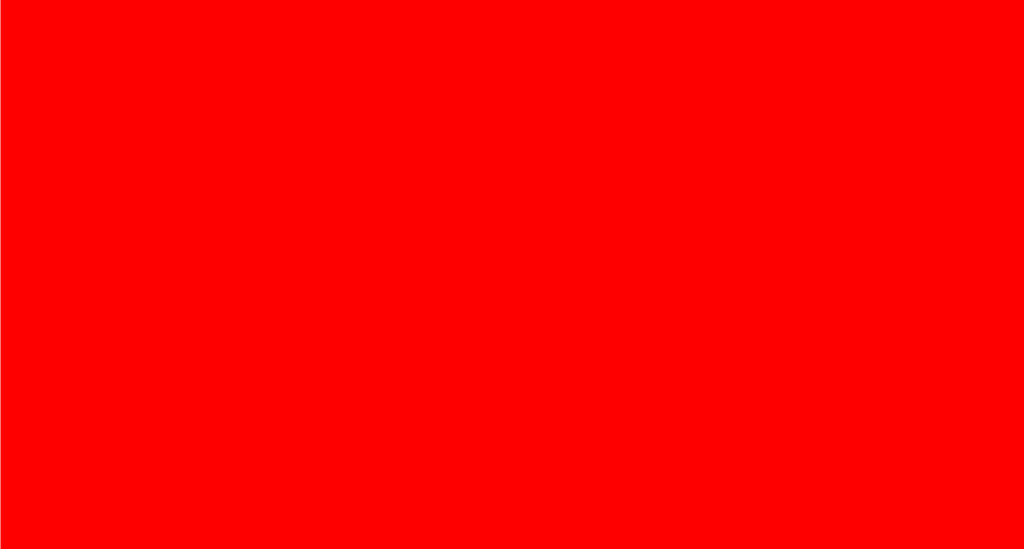
<source format=lef>
# Generated by FakeRAM 2.0
VERSION 5.7 ;
BUSBITCHARS "[]" ;
PROPERTYDEFINITIONS
  MACRO width INTEGER ;
  MACRO depth INTEGER ;
  MACRO banks INTEGER ;
END PROPERTYDEFINITIONS
MACRO fakeram_512x1024_1r1w
  PROPERTY width 512 ;
  PROPERTY depth 1024 ;
  PROPERTY banks 1 ;
  FOREIGN fakeram_512x1024_1r1w 0 0 ;
  SYMMETRY X Y R90 ;
  SIZE 1835.260 BY 985.670 ;
  CLASS BLOCK ;
  PIN r0_addr_in[0]
    DIRECTION INPUT ;
    USE SIGNAL ;
    SHAPE ABUTMENT ;
    PORT
      LAYER metal3 ;
      RECT 0.000 491.820 0.070 491.890 ;
    END
  END r0_addr_in[0]
  PIN r0_addr_in[1]
    DIRECTION INPUT ;
    USE SIGNAL ;
    SHAPE ABUTMENT ;
    PORT
      LAYER metal3 ;
      RECT 0.000 491.960 0.070 492.030 ;
    END
  END r0_addr_in[1]
  PIN r0_addr_in[2]
    DIRECTION INPUT ;
    USE SIGNAL ;
    SHAPE ABUTMENT ;
    PORT
      LAYER metal3 ;
      RECT 0.000 492.100 0.070 492.170 ;
    END
  END r0_addr_in[2]
  PIN r0_addr_in[3]
    DIRECTION INPUT ;
    USE SIGNAL ;
    SHAPE ABUTMENT ;
    PORT
      LAYER metal3 ;
      RECT 0.000 492.240 0.070 492.310 ;
    END
  END r0_addr_in[3]
  PIN r0_addr_in[4]
    DIRECTION INPUT ;
    USE SIGNAL ;
    SHAPE ABUTMENT ;
    PORT
      LAYER metal3 ;
      RECT 0.000 492.380 0.070 492.450 ;
    END
  END r0_addr_in[4]
  PIN r0_addr_in[5]
    DIRECTION INPUT ;
    USE SIGNAL ;
    SHAPE ABUTMENT ;
    PORT
      LAYER metal3 ;
      RECT 0.000 492.520 0.070 492.590 ;
    END
  END r0_addr_in[5]
  PIN r0_addr_in[6]
    DIRECTION INPUT ;
    USE SIGNAL ;
    SHAPE ABUTMENT ;
    PORT
      LAYER metal3 ;
      RECT 0.000 492.660 0.070 492.730 ;
    END
  END r0_addr_in[6]
  PIN r0_addr_in[7]
    DIRECTION INPUT ;
    USE SIGNAL ;
    SHAPE ABUTMENT ;
    PORT
      LAYER metal3 ;
      RECT 0.000 492.800 0.070 492.870 ;
    END
  END r0_addr_in[7]
  PIN r0_addr_in[8]
    DIRECTION INPUT ;
    USE SIGNAL ;
    SHAPE ABUTMENT ;
    PORT
      LAYER metal3 ;
      RECT 0.000 492.940 0.070 493.010 ;
    END
  END r0_addr_in[8]
  PIN r0_addr_in[9]
    DIRECTION INPUT ;
    USE SIGNAL ;
    SHAPE ABUTMENT ;
    PORT
      LAYER metal3 ;
      RECT 0.000 493.080 0.070 493.150 ;
    END
  END r0_addr_in[9]
  PIN r0_ce_in
    DIRECTION INPUT ;
    USE SIGNAL ;
    SHAPE ABUTMENT ;
    PORT
      LAYER metal3 ;
      RECT 0.000 493.360 0.070 493.430 ;
    END
  END r0_ce_in
  PIN r0_clk
    DIRECTION INPUT ;
    USE SIGNAL ;
    SHAPE ABUTMENT ;
    PORT
      LAYER metal3 ;
      RECT 0.000 493.500 0.070 493.570 ;
    END
  END r0_clk
  PIN r0_rd_out[0]
    DIRECTION OUTPUT ;
    USE SIGNAL ;
    SHAPE ABUTMENT ;
    PORT
      LAYER metal3 ;
      RECT 881.685 985.600 881.755 985.670 ;
    END
  END r0_rd_out[0]
  PIN r0_rd_out[1]
    DIRECTION OUTPUT ;
    USE SIGNAL ;
    SHAPE ABUTMENT ;
    PORT
      LAYER metal3 ;
      RECT 881.825 985.600 881.895 985.670 ;
    END
  END r0_rd_out[1]
  PIN r0_rd_out[2]
    DIRECTION OUTPUT ;
    USE SIGNAL ;
    SHAPE ABUTMENT ;
    PORT
      LAYER metal3 ;
      RECT 881.965 985.600 882.035 985.670 ;
    END
  END r0_rd_out[2]
  PIN r0_rd_out[3]
    DIRECTION OUTPUT ;
    USE SIGNAL ;
    SHAPE ABUTMENT ;
    PORT
      LAYER metal3 ;
      RECT 882.105 985.600 882.175 985.670 ;
    END
  END r0_rd_out[3]
  PIN r0_rd_out[4]
    DIRECTION OUTPUT ;
    USE SIGNAL ;
    SHAPE ABUTMENT ;
    PORT
      LAYER metal3 ;
      RECT 882.245 985.600 882.315 985.670 ;
    END
  END r0_rd_out[4]
  PIN r0_rd_out[5]
    DIRECTION OUTPUT ;
    USE SIGNAL ;
    SHAPE ABUTMENT ;
    PORT
      LAYER metal3 ;
      RECT 882.385 985.600 882.455 985.670 ;
    END
  END r0_rd_out[5]
  PIN r0_rd_out[6]
    DIRECTION OUTPUT ;
    USE SIGNAL ;
    SHAPE ABUTMENT ;
    PORT
      LAYER metal3 ;
      RECT 882.525 985.600 882.595 985.670 ;
    END
  END r0_rd_out[6]
  PIN r0_rd_out[7]
    DIRECTION OUTPUT ;
    USE SIGNAL ;
    SHAPE ABUTMENT ;
    PORT
      LAYER metal3 ;
      RECT 882.665 985.600 882.735 985.670 ;
    END
  END r0_rd_out[7]
  PIN r0_rd_out[8]
    DIRECTION OUTPUT ;
    USE SIGNAL ;
    SHAPE ABUTMENT ;
    PORT
      LAYER metal3 ;
      RECT 882.805 985.600 882.875 985.670 ;
    END
  END r0_rd_out[8]
  PIN r0_rd_out[9]
    DIRECTION OUTPUT ;
    USE SIGNAL ;
    SHAPE ABUTMENT ;
    PORT
      LAYER metal3 ;
      RECT 882.945 985.600 883.015 985.670 ;
    END
  END r0_rd_out[9]
  PIN r0_rd_out[10]
    DIRECTION OUTPUT ;
    USE SIGNAL ;
    SHAPE ABUTMENT ;
    PORT
      LAYER metal3 ;
      RECT 883.085 985.600 883.155 985.670 ;
    END
  END r0_rd_out[10]
  PIN r0_rd_out[11]
    DIRECTION OUTPUT ;
    USE SIGNAL ;
    SHAPE ABUTMENT ;
    PORT
      LAYER metal3 ;
      RECT 883.225 985.600 883.295 985.670 ;
    END
  END r0_rd_out[11]
  PIN r0_rd_out[12]
    DIRECTION OUTPUT ;
    USE SIGNAL ;
    SHAPE ABUTMENT ;
    PORT
      LAYER metal3 ;
      RECT 883.365 985.600 883.435 985.670 ;
    END
  END r0_rd_out[12]
  PIN r0_rd_out[13]
    DIRECTION OUTPUT ;
    USE SIGNAL ;
    SHAPE ABUTMENT ;
    PORT
      LAYER metal3 ;
      RECT 883.505 985.600 883.575 985.670 ;
    END
  END r0_rd_out[13]
  PIN r0_rd_out[14]
    DIRECTION OUTPUT ;
    USE SIGNAL ;
    SHAPE ABUTMENT ;
    PORT
      LAYER metal3 ;
      RECT 883.645 985.600 883.715 985.670 ;
    END
  END r0_rd_out[14]
  PIN r0_rd_out[15]
    DIRECTION OUTPUT ;
    USE SIGNAL ;
    SHAPE ABUTMENT ;
    PORT
      LAYER metal3 ;
      RECT 883.785 985.600 883.855 985.670 ;
    END
  END r0_rd_out[15]
  PIN r0_rd_out[16]
    DIRECTION OUTPUT ;
    USE SIGNAL ;
    SHAPE ABUTMENT ;
    PORT
      LAYER metal3 ;
      RECT 883.925 985.600 883.995 985.670 ;
    END
  END r0_rd_out[16]
  PIN r0_rd_out[17]
    DIRECTION OUTPUT ;
    USE SIGNAL ;
    SHAPE ABUTMENT ;
    PORT
      LAYER metal3 ;
      RECT 884.065 985.600 884.135 985.670 ;
    END
  END r0_rd_out[17]
  PIN r0_rd_out[18]
    DIRECTION OUTPUT ;
    USE SIGNAL ;
    SHAPE ABUTMENT ;
    PORT
      LAYER metal3 ;
      RECT 884.205 985.600 884.275 985.670 ;
    END
  END r0_rd_out[18]
  PIN r0_rd_out[19]
    DIRECTION OUTPUT ;
    USE SIGNAL ;
    SHAPE ABUTMENT ;
    PORT
      LAYER metal3 ;
      RECT 884.345 985.600 884.415 985.670 ;
    END
  END r0_rd_out[19]
  PIN r0_rd_out[20]
    DIRECTION OUTPUT ;
    USE SIGNAL ;
    SHAPE ABUTMENT ;
    PORT
      LAYER metal3 ;
      RECT 884.485 985.600 884.555 985.670 ;
    END
  END r0_rd_out[20]
  PIN r0_rd_out[21]
    DIRECTION OUTPUT ;
    USE SIGNAL ;
    SHAPE ABUTMENT ;
    PORT
      LAYER metal3 ;
      RECT 884.625 985.600 884.695 985.670 ;
    END
  END r0_rd_out[21]
  PIN r0_rd_out[22]
    DIRECTION OUTPUT ;
    USE SIGNAL ;
    SHAPE ABUTMENT ;
    PORT
      LAYER metal3 ;
      RECT 884.765 985.600 884.835 985.670 ;
    END
  END r0_rd_out[22]
  PIN r0_rd_out[23]
    DIRECTION OUTPUT ;
    USE SIGNAL ;
    SHAPE ABUTMENT ;
    PORT
      LAYER metal3 ;
      RECT 884.905 985.600 884.975 985.670 ;
    END
  END r0_rd_out[23]
  PIN r0_rd_out[24]
    DIRECTION OUTPUT ;
    USE SIGNAL ;
    SHAPE ABUTMENT ;
    PORT
      LAYER metal3 ;
      RECT 885.045 985.600 885.115 985.670 ;
    END
  END r0_rd_out[24]
  PIN r0_rd_out[25]
    DIRECTION OUTPUT ;
    USE SIGNAL ;
    SHAPE ABUTMENT ;
    PORT
      LAYER metal3 ;
      RECT 885.185 985.600 885.255 985.670 ;
    END
  END r0_rd_out[25]
  PIN r0_rd_out[26]
    DIRECTION OUTPUT ;
    USE SIGNAL ;
    SHAPE ABUTMENT ;
    PORT
      LAYER metal3 ;
      RECT 885.325 985.600 885.395 985.670 ;
    END
  END r0_rd_out[26]
  PIN r0_rd_out[27]
    DIRECTION OUTPUT ;
    USE SIGNAL ;
    SHAPE ABUTMENT ;
    PORT
      LAYER metal3 ;
      RECT 885.465 985.600 885.535 985.670 ;
    END
  END r0_rd_out[27]
  PIN r0_rd_out[28]
    DIRECTION OUTPUT ;
    USE SIGNAL ;
    SHAPE ABUTMENT ;
    PORT
      LAYER metal3 ;
      RECT 885.605 985.600 885.675 985.670 ;
    END
  END r0_rd_out[28]
  PIN r0_rd_out[29]
    DIRECTION OUTPUT ;
    USE SIGNAL ;
    SHAPE ABUTMENT ;
    PORT
      LAYER metal3 ;
      RECT 885.745 985.600 885.815 985.670 ;
    END
  END r0_rd_out[29]
  PIN r0_rd_out[30]
    DIRECTION OUTPUT ;
    USE SIGNAL ;
    SHAPE ABUTMENT ;
    PORT
      LAYER metal3 ;
      RECT 885.885 985.600 885.955 985.670 ;
    END
  END r0_rd_out[30]
  PIN r0_rd_out[31]
    DIRECTION OUTPUT ;
    USE SIGNAL ;
    SHAPE ABUTMENT ;
    PORT
      LAYER metal3 ;
      RECT 886.025 985.600 886.095 985.670 ;
    END
  END r0_rd_out[31]
  PIN r0_rd_out[32]
    DIRECTION OUTPUT ;
    USE SIGNAL ;
    SHAPE ABUTMENT ;
    PORT
      LAYER metal3 ;
      RECT 886.165 985.600 886.235 985.670 ;
    END
  END r0_rd_out[32]
  PIN r0_rd_out[33]
    DIRECTION OUTPUT ;
    USE SIGNAL ;
    SHAPE ABUTMENT ;
    PORT
      LAYER metal3 ;
      RECT 886.305 985.600 886.375 985.670 ;
    END
  END r0_rd_out[33]
  PIN r0_rd_out[34]
    DIRECTION OUTPUT ;
    USE SIGNAL ;
    SHAPE ABUTMENT ;
    PORT
      LAYER metal3 ;
      RECT 886.445 985.600 886.515 985.670 ;
    END
  END r0_rd_out[34]
  PIN r0_rd_out[35]
    DIRECTION OUTPUT ;
    USE SIGNAL ;
    SHAPE ABUTMENT ;
    PORT
      LAYER metal3 ;
      RECT 886.585 985.600 886.655 985.670 ;
    END
  END r0_rd_out[35]
  PIN r0_rd_out[36]
    DIRECTION OUTPUT ;
    USE SIGNAL ;
    SHAPE ABUTMENT ;
    PORT
      LAYER metal3 ;
      RECT 886.725 985.600 886.795 985.670 ;
    END
  END r0_rd_out[36]
  PIN r0_rd_out[37]
    DIRECTION OUTPUT ;
    USE SIGNAL ;
    SHAPE ABUTMENT ;
    PORT
      LAYER metal3 ;
      RECT 886.865 985.600 886.935 985.670 ;
    END
  END r0_rd_out[37]
  PIN r0_rd_out[38]
    DIRECTION OUTPUT ;
    USE SIGNAL ;
    SHAPE ABUTMENT ;
    PORT
      LAYER metal3 ;
      RECT 887.005 985.600 887.075 985.670 ;
    END
  END r0_rd_out[38]
  PIN r0_rd_out[39]
    DIRECTION OUTPUT ;
    USE SIGNAL ;
    SHAPE ABUTMENT ;
    PORT
      LAYER metal3 ;
      RECT 887.145 985.600 887.215 985.670 ;
    END
  END r0_rd_out[39]
  PIN r0_rd_out[40]
    DIRECTION OUTPUT ;
    USE SIGNAL ;
    SHAPE ABUTMENT ;
    PORT
      LAYER metal3 ;
      RECT 887.285 985.600 887.355 985.670 ;
    END
  END r0_rd_out[40]
  PIN r0_rd_out[41]
    DIRECTION OUTPUT ;
    USE SIGNAL ;
    SHAPE ABUTMENT ;
    PORT
      LAYER metal3 ;
      RECT 887.425 985.600 887.495 985.670 ;
    END
  END r0_rd_out[41]
  PIN r0_rd_out[42]
    DIRECTION OUTPUT ;
    USE SIGNAL ;
    SHAPE ABUTMENT ;
    PORT
      LAYER metal3 ;
      RECT 887.565 985.600 887.635 985.670 ;
    END
  END r0_rd_out[42]
  PIN r0_rd_out[43]
    DIRECTION OUTPUT ;
    USE SIGNAL ;
    SHAPE ABUTMENT ;
    PORT
      LAYER metal3 ;
      RECT 887.705 985.600 887.775 985.670 ;
    END
  END r0_rd_out[43]
  PIN r0_rd_out[44]
    DIRECTION OUTPUT ;
    USE SIGNAL ;
    SHAPE ABUTMENT ;
    PORT
      LAYER metal3 ;
      RECT 887.845 985.600 887.915 985.670 ;
    END
  END r0_rd_out[44]
  PIN r0_rd_out[45]
    DIRECTION OUTPUT ;
    USE SIGNAL ;
    SHAPE ABUTMENT ;
    PORT
      LAYER metal3 ;
      RECT 887.985 985.600 888.055 985.670 ;
    END
  END r0_rd_out[45]
  PIN r0_rd_out[46]
    DIRECTION OUTPUT ;
    USE SIGNAL ;
    SHAPE ABUTMENT ;
    PORT
      LAYER metal3 ;
      RECT 888.125 985.600 888.195 985.670 ;
    END
  END r0_rd_out[46]
  PIN r0_rd_out[47]
    DIRECTION OUTPUT ;
    USE SIGNAL ;
    SHAPE ABUTMENT ;
    PORT
      LAYER metal3 ;
      RECT 888.265 985.600 888.335 985.670 ;
    END
  END r0_rd_out[47]
  PIN r0_rd_out[48]
    DIRECTION OUTPUT ;
    USE SIGNAL ;
    SHAPE ABUTMENT ;
    PORT
      LAYER metal3 ;
      RECT 888.405 985.600 888.475 985.670 ;
    END
  END r0_rd_out[48]
  PIN r0_rd_out[49]
    DIRECTION OUTPUT ;
    USE SIGNAL ;
    SHAPE ABUTMENT ;
    PORT
      LAYER metal3 ;
      RECT 888.545 985.600 888.615 985.670 ;
    END
  END r0_rd_out[49]
  PIN r0_rd_out[50]
    DIRECTION OUTPUT ;
    USE SIGNAL ;
    SHAPE ABUTMENT ;
    PORT
      LAYER metal3 ;
      RECT 888.685 985.600 888.755 985.670 ;
    END
  END r0_rd_out[50]
  PIN r0_rd_out[51]
    DIRECTION OUTPUT ;
    USE SIGNAL ;
    SHAPE ABUTMENT ;
    PORT
      LAYER metal3 ;
      RECT 888.825 985.600 888.895 985.670 ;
    END
  END r0_rd_out[51]
  PIN r0_rd_out[52]
    DIRECTION OUTPUT ;
    USE SIGNAL ;
    SHAPE ABUTMENT ;
    PORT
      LAYER metal3 ;
      RECT 888.965 985.600 889.035 985.670 ;
    END
  END r0_rd_out[52]
  PIN r0_rd_out[53]
    DIRECTION OUTPUT ;
    USE SIGNAL ;
    SHAPE ABUTMENT ;
    PORT
      LAYER metal3 ;
      RECT 889.105 985.600 889.175 985.670 ;
    END
  END r0_rd_out[53]
  PIN r0_rd_out[54]
    DIRECTION OUTPUT ;
    USE SIGNAL ;
    SHAPE ABUTMENT ;
    PORT
      LAYER metal3 ;
      RECT 889.245 985.600 889.315 985.670 ;
    END
  END r0_rd_out[54]
  PIN r0_rd_out[55]
    DIRECTION OUTPUT ;
    USE SIGNAL ;
    SHAPE ABUTMENT ;
    PORT
      LAYER metal3 ;
      RECT 889.385 985.600 889.455 985.670 ;
    END
  END r0_rd_out[55]
  PIN r0_rd_out[56]
    DIRECTION OUTPUT ;
    USE SIGNAL ;
    SHAPE ABUTMENT ;
    PORT
      LAYER metal3 ;
      RECT 889.525 985.600 889.595 985.670 ;
    END
  END r0_rd_out[56]
  PIN r0_rd_out[57]
    DIRECTION OUTPUT ;
    USE SIGNAL ;
    SHAPE ABUTMENT ;
    PORT
      LAYER metal3 ;
      RECT 889.665 985.600 889.735 985.670 ;
    END
  END r0_rd_out[57]
  PIN r0_rd_out[58]
    DIRECTION OUTPUT ;
    USE SIGNAL ;
    SHAPE ABUTMENT ;
    PORT
      LAYER metal3 ;
      RECT 889.805 985.600 889.875 985.670 ;
    END
  END r0_rd_out[58]
  PIN r0_rd_out[59]
    DIRECTION OUTPUT ;
    USE SIGNAL ;
    SHAPE ABUTMENT ;
    PORT
      LAYER metal3 ;
      RECT 889.945 985.600 890.015 985.670 ;
    END
  END r0_rd_out[59]
  PIN r0_rd_out[60]
    DIRECTION OUTPUT ;
    USE SIGNAL ;
    SHAPE ABUTMENT ;
    PORT
      LAYER metal3 ;
      RECT 890.085 985.600 890.155 985.670 ;
    END
  END r0_rd_out[60]
  PIN r0_rd_out[61]
    DIRECTION OUTPUT ;
    USE SIGNAL ;
    SHAPE ABUTMENT ;
    PORT
      LAYER metal3 ;
      RECT 890.225 985.600 890.295 985.670 ;
    END
  END r0_rd_out[61]
  PIN r0_rd_out[62]
    DIRECTION OUTPUT ;
    USE SIGNAL ;
    SHAPE ABUTMENT ;
    PORT
      LAYER metal3 ;
      RECT 890.365 985.600 890.435 985.670 ;
    END
  END r0_rd_out[62]
  PIN r0_rd_out[63]
    DIRECTION OUTPUT ;
    USE SIGNAL ;
    SHAPE ABUTMENT ;
    PORT
      LAYER metal3 ;
      RECT 890.505 985.600 890.575 985.670 ;
    END
  END r0_rd_out[63]
  PIN r0_rd_out[64]
    DIRECTION OUTPUT ;
    USE SIGNAL ;
    SHAPE ABUTMENT ;
    PORT
      LAYER metal3 ;
      RECT 890.645 985.600 890.715 985.670 ;
    END
  END r0_rd_out[64]
  PIN r0_rd_out[65]
    DIRECTION OUTPUT ;
    USE SIGNAL ;
    SHAPE ABUTMENT ;
    PORT
      LAYER metal3 ;
      RECT 890.785 985.600 890.855 985.670 ;
    END
  END r0_rd_out[65]
  PIN r0_rd_out[66]
    DIRECTION OUTPUT ;
    USE SIGNAL ;
    SHAPE ABUTMENT ;
    PORT
      LAYER metal3 ;
      RECT 890.925 985.600 890.995 985.670 ;
    END
  END r0_rd_out[66]
  PIN r0_rd_out[67]
    DIRECTION OUTPUT ;
    USE SIGNAL ;
    SHAPE ABUTMENT ;
    PORT
      LAYER metal3 ;
      RECT 891.065 985.600 891.135 985.670 ;
    END
  END r0_rd_out[67]
  PIN r0_rd_out[68]
    DIRECTION OUTPUT ;
    USE SIGNAL ;
    SHAPE ABUTMENT ;
    PORT
      LAYER metal3 ;
      RECT 891.205 985.600 891.275 985.670 ;
    END
  END r0_rd_out[68]
  PIN r0_rd_out[69]
    DIRECTION OUTPUT ;
    USE SIGNAL ;
    SHAPE ABUTMENT ;
    PORT
      LAYER metal3 ;
      RECT 891.345 985.600 891.415 985.670 ;
    END
  END r0_rd_out[69]
  PIN r0_rd_out[70]
    DIRECTION OUTPUT ;
    USE SIGNAL ;
    SHAPE ABUTMENT ;
    PORT
      LAYER metal3 ;
      RECT 891.485 985.600 891.555 985.670 ;
    END
  END r0_rd_out[70]
  PIN r0_rd_out[71]
    DIRECTION OUTPUT ;
    USE SIGNAL ;
    SHAPE ABUTMENT ;
    PORT
      LAYER metal3 ;
      RECT 891.625 985.600 891.695 985.670 ;
    END
  END r0_rd_out[71]
  PIN r0_rd_out[72]
    DIRECTION OUTPUT ;
    USE SIGNAL ;
    SHAPE ABUTMENT ;
    PORT
      LAYER metal3 ;
      RECT 891.765 985.600 891.835 985.670 ;
    END
  END r0_rd_out[72]
  PIN r0_rd_out[73]
    DIRECTION OUTPUT ;
    USE SIGNAL ;
    SHAPE ABUTMENT ;
    PORT
      LAYER metal3 ;
      RECT 891.905 985.600 891.975 985.670 ;
    END
  END r0_rd_out[73]
  PIN r0_rd_out[74]
    DIRECTION OUTPUT ;
    USE SIGNAL ;
    SHAPE ABUTMENT ;
    PORT
      LAYER metal3 ;
      RECT 892.045 985.600 892.115 985.670 ;
    END
  END r0_rd_out[74]
  PIN r0_rd_out[75]
    DIRECTION OUTPUT ;
    USE SIGNAL ;
    SHAPE ABUTMENT ;
    PORT
      LAYER metal3 ;
      RECT 892.185 985.600 892.255 985.670 ;
    END
  END r0_rd_out[75]
  PIN r0_rd_out[76]
    DIRECTION OUTPUT ;
    USE SIGNAL ;
    SHAPE ABUTMENT ;
    PORT
      LAYER metal3 ;
      RECT 892.325 985.600 892.395 985.670 ;
    END
  END r0_rd_out[76]
  PIN r0_rd_out[77]
    DIRECTION OUTPUT ;
    USE SIGNAL ;
    SHAPE ABUTMENT ;
    PORT
      LAYER metal3 ;
      RECT 892.465 985.600 892.535 985.670 ;
    END
  END r0_rd_out[77]
  PIN r0_rd_out[78]
    DIRECTION OUTPUT ;
    USE SIGNAL ;
    SHAPE ABUTMENT ;
    PORT
      LAYER metal3 ;
      RECT 892.605 985.600 892.675 985.670 ;
    END
  END r0_rd_out[78]
  PIN r0_rd_out[79]
    DIRECTION OUTPUT ;
    USE SIGNAL ;
    SHAPE ABUTMENT ;
    PORT
      LAYER metal3 ;
      RECT 892.745 985.600 892.815 985.670 ;
    END
  END r0_rd_out[79]
  PIN r0_rd_out[80]
    DIRECTION OUTPUT ;
    USE SIGNAL ;
    SHAPE ABUTMENT ;
    PORT
      LAYER metal3 ;
      RECT 892.885 985.600 892.955 985.670 ;
    END
  END r0_rd_out[80]
  PIN r0_rd_out[81]
    DIRECTION OUTPUT ;
    USE SIGNAL ;
    SHAPE ABUTMENT ;
    PORT
      LAYER metal3 ;
      RECT 893.025 985.600 893.095 985.670 ;
    END
  END r0_rd_out[81]
  PIN r0_rd_out[82]
    DIRECTION OUTPUT ;
    USE SIGNAL ;
    SHAPE ABUTMENT ;
    PORT
      LAYER metal3 ;
      RECT 893.165 985.600 893.235 985.670 ;
    END
  END r0_rd_out[82]
  PIN r0_rd_out[83]
    DIRECTION OUTPUT ;
    USE SIGNAL ;
    SHAPE ABUTMENT ;
    PORT
      LAYER metal3 ;
      RECT 893.305 985.600 893.375 985.670 ;
    END
  END r0_rd_out[83]
  PIN r0_rd_out[84]
    DIRECTION OUTPUT ;
    USE SIGNAL ;
    SHAPE ABUTMENT ;
    PORT
      LAYER metal3 ;
      RECT 893.445 985.600 893.515 985.670 ;
    END
  END r0_rd_out[84]
  PIN r0_rd_out[85]
    DIRECTION OUTPUT ;
    USE SIGNAL ;
    SHAPE ABUTMENT ;
    PORT
      LAYER metal3 ;
      RECT 893.585 985.600 893.655 985.670 ;
    END
  END r0_rd_out[85]
  PIN r0_rd_out[86]
    DIRECTION OUTPUT ;
    USE SIGNAL ;
    SHAPE ABUTMENT ;
    PORT
      LAYER metal3 ;
      RECT 893.725 985.600 893.795 985.670 ;
    END
  END r0_rd_out[86]
  PIN r0_rd_out[87]
    DIRECTION OUTPUT ;
    USE SIGNAL ;
    SHAPE ABUTMENT ;
    PORT
      LAYER metal3 ;
      RECT 893.865 985.600 893.935 985.670 ;
    END
  END r0_rd_out[87]
  PIN r0_rd_out[88]
    DIRECTION OUTPUT ;
    USE SIGNAL ;
    SHAPE ABUTMENT ;
    PORT
      LAYER metal3 ;
      RECT 894.005 985.600 894.075 985.670 ;
    END
  END r0_rd_out[88]
  PIN r0_rd_out[89]
    DIRECTION OUTPUT ;
    USE SIGNAL ;
    SHAPE ABUTMENT ;
    PORT
      LAYER metal3 ;
      RECT 894.145 985.600 894.215 985.670 ;
    END
  END r0_rd_out[89]
  PIN r0_rd_out[90]
    DIRECTION OUTPUT ;
    USE SIGNAL ;
    SHAPE ABUTMENT ;
    PORT
      LAYER metal3 ;
      RECT 894.285 985.600 894.355 985.670 ;
    END
  END r0_rd_out[90]
  PIN r0_rd_out[91]
    DIRECTION OUTPUT ;
    USE SIGNAL ;
    SHAPE ABUTMENT ;
    PORT
      LAYER metal3 ;
      RECT 894.425 985.600 894.495 985.670 ;
    END
  END r0_rd_out[91]
  PIN r0_rd_out[92]
    DIRECTION OUTPUT ;
    USE SIGNAL ;
    SHAPE ABUTMENT ;
    PORT
      LAYER metal3 ;
      RECT 894.565 985.600 894.635 985.670 ;
    END
  END r0_rd_out[92]
  PIN r0_rd_out[93]
    DIRECTION OUTPUT ;
    USE SIGNAL ;
    SHAPE ABUTMENT ;
    PORT
      LAYER metal3 ;
      RECT 894.705 985.600 894.775 985.670 ;
    END
  END r0_rd_out[93]
  PIN r0_rd_out[94]
    DIRECTION OUTPUT ;
    USE SIGNAL ;
    SHAPE ABUTMENT ;
    PORT
      LAYER metal3 ;
      RECT 894.845 985.600 894.915 985.670 ;
    END
  END r0_rd_out[94]
  PIN r0_rd_out[95]
    DIRECTION OUTPUT ;
    USE SIGNAL ;
    SHAPE ABUTMENT ;
    PORT
      LAYER metal3 ;
      RECT 894.985 985.600 895.055 985.670 ;
    END
  END r0_rd_out[95]
  PIN r0_rd_out[96]
    DIRECTION OUTPUT ;
    USE SIGNAL ;
    SHAPE ABUTMENT ;
    PORT
      LAYER metal3 ;
      RECT 895.125 985.600 895.195 985.670 ;
    END
  END r0_rd_out[96]
  PIN r0_rd_out[97]
    DIRECTION OUTPUT ;
    USE SIGNAL ;
    SHAPE ABUTMENT ;
    PORT
      LAYER metal3 ;
      RECT 895.265 985.600 895.335 985.670 ;
    END
  END r0_rd_out[97]
  PIN r0_rd_out[98]
    DIRECTION OUTPUT ;
    USE SIGNAL ;
    SHAPE ABUTMENT ;
    PORT
      LAYER metal3 ;
      RECT 895.405 985.600 895.475 985.670 ;
    END
  END r0_rd_out[98]
  PIN r0_rd_out[99]
    DIRECTION OUTPUT ;
    USE SIGNAL ;
    SHAPE ABUTMENT ;
    PORT
      LAYER metal3 ;
      RECT 895.545 985.600 895.615 985.670 ;
    END
  END r0_rd_out[99]
  PIN r0_rd_out[100]
    DIRECTION OUTPUT ;
    USE SIGNAL ;
    SHAPE ABUTMENT ;
    PORT
      LAYER metal3 ;
      RECT 895.685 985.600 895.755 985.670 ;
    END
  END r0_rd_out[100]
  PIN r0_rd_out[101]
    DIRECTION OUTPUT ;
    USE SIGNAL ;
    SHAPE ABUTMENT ;
    PORT
      LAYER metal3 ;
      RECT 895.825 985.600 895.895 985.670 ;
    END
  END r0_rd_out[101]
  PIN r0_rd_out[102]
    DIRECTION OUTPUT ;
    USE SIGNAL ;
    SHAPE ABUTMENT ;
    PORT
      LAYER metal3 ;
      RECT 895.965 985.600 896.035 985.670 ;
    END
  END r0_rd_out[102]
  PIN r0_rd_out[103]
    DIRECTION OUTPUT ;
    USE SIGNAL ;
    SHAPE ABUTMENT ;
    PORT
      LAYER metal3 ;
      RECT 896.105 985.600 896.175 985.670 ;
    END
  END r0_rd_out[103]
  PIN r0_rd_out[104]
    DIRECTION OUTPUT ;
    USE SIGNAL ;
    SHAPE ABUTMENT ;
    PORT
      LAYER metal3 ;
      RECT 896.245 985.600 896.315 985.670 ;
    END
  END r0_rd_out[104]
  PIN r0_rd_out[105]
    DIRECTION OUTPUT ;
    USE SIGNAL ;
    SHAPE ABUTMENT ;
    PORT
      LAYER metal3 ;
      RECT 896.385 985.600 896.455 985.670 ;
    END
  END r0_rd_out[105]
  PIN r0_rd_out[106]
    DIRECTION OUTPUT ;
    USE SIGNAL ;
    SHAPE ABUTMENT ;
    PORT
      LAYER metal3 ;
      RECT 896.525 985.600 896.595 985.670 ;
    END
  END r0_rd_out[106]
  PIN r0_rd_out[107]
    DIRECTION OUTPUT ;
    USE SIGNAL ;
    SHAPE ABUTMENT ;
    PORT
      LAYER metal3 ;
      RECT 896.665 985.600 896.735 985.670 ;
    END
  END r0_rd_out[107]
  PIN r0_rd_out[108]
    DIRECTION OUTPUT ;
    USE SIGNAL ;
    SHAPE ABUTMENT ;
    PORT
      LAYER metal3 ;
      RECT 896.805 985.600 896.875 985.670 ;
    END
  END r0_rd_out[108]
  PIN r0_rd_out[109]
    DIRECTION OUTPUT ;
    USE SIGNAL ;
    SHAPE ABUTMENT ;
    PORT
      LAYER metal3 ;
      RECT 896.945 985.600 897.015 985.670 ;
    END
  END r0_rd_out[109]
  PIN r0_rd_out[110]
    DIRECTION OUTPUT ;
    USE SIGNAL ;
    SHAPE ABUTMENT ;
    PORT
      LAYER metal3 ;
      RECT 897.085 985.600 897.155 985.670 ;
    END
  END r0_rd_out[110]
  PIN r0_rd_out[111]
    DIRECTION OUTPUT ;
    USE SIGNAL ;
    SHAPE ABUTMENT ;
    PORT
      LAYER metal3 ;
      RECT 897.225 985.600 897.295 985.670 ;
    END
  END r0_rd_out[111]
  PIN r0_rd_out[112]
    DIRECTION OUTPUT ;
    USE SIGNAL ;
    SHAPE ABUTMENT ;
    PORT
      LAYER metal3 ;
      RECT 897.365 985.600 897.435 985.670 ;
    END
  END r0_rd_out[112]
  PIN r0_rd_out[113]
    DIRECTION OUTPUT ;
    USE SIGNAL ;
    SHAPE ABUTMENT ;
    PORT
      LAYER metal3 ;
      RECT 897.505 985.600 897.575 985.670 ;
    END
  END r0_rd_out[113]
  PIN r0_rd_out[114]
    DIRECTION OUTPUT ;
    USE SIGNAL ;
    SHAPE ABUTMENT ;
    PORT
      LAYER metal3 ;
      RECT 897.645 985.600 897.715 985.670 ;
    END
  END r0_rd_out[114]
  PIN r0_rd_out[115]
    DIRECTION OUTPUT ;
    USE SIGNAL ;
    SHAPE ABUTMENT ;
    PORT
      LAYER metal3 ;
      RECT 897.785 985.600 897.855 985.670 ;
    END
  END r0_rd_out[115]
  PIN r0_rd_out[116]
    DIRECTION OUTPUT ;
    USE SIGNAL ;
    SHAPE ABUTMENT ;
    PORT
      LAYER metal3 ;
      RECT 897.925 985.600 897.995 985.670 ;
    END
  END r0_rd_out[116]
  PIN r0_rd_out[117]
    DIRECTION OUTPUT ;
    USE SIGNAL ;
    SHAPE ABUTMENT ;
    PORT
      LAYER metal3 ;
      RECT 898.065 985.600 898.135 985.670 ;
    END
  END r0_rd_out[117]
  PIN r0_rd_out[118]
    DIRECTION OUTPUT ;
    USE SIGNAL ;
    SHAPE ABUTMENT ;
    PORT
      LAYER metal3 ;
      RECT 898.205 985.600 898.275 985.670 ;
    END
  END r0_rd_out[118]
  PIN r0_rd_out[119]
    DIRECTION OUTPUT ;
    USE SIGNAL ;
    SHAPE ABUTMENT ;
    PORT
      LAYER metal3 ;
      RECT 898.345 985.600 898.415 985.670 ;
    END
  END r0_rd_out[119]
  PIN r0_rd_out[120]
    DIRECTION OUTPUT ;
    USE SIGNAL ;
    SHAPE ABUTMENT ;
    PORT
      LAYER metal3 ;
      RECT 898.485 985.600 898.555 985.670 ;
    END
  END r0_rd_out[120]
  PIN r0_rd_out[121]
    DIRECTION OUTPUT ;
    USE SIGNAL ;
    SHAPE ABUTMENT ;
    PORT
      LAYER metal3 ;
      RECT 898.625 985.600 898.695 985.670 ;
    END
  END r0_rd_out[121]
  PIN r0_rd_out[122]
    DIRECTION OUTPUT ;
    USE SIGNAL ;
    SHAPE ABUTMENT ;
    PORT
      LAYER metal3 ;
      RECT 898.765 985.600 898.835 985.670 ;
    END
  END r0_rd_out[122]
  PIN r0_rd_out[123]
    DIRECTION OUTPUT ;
    USE SIGNAL ;
    SHAPE ABUTMENT ;
    PORT
      LAYER metal3 ;
      RECT 898.905 985.600 898.975 985.670 ;
    END
  END r0_rd_out[123]
  PIN r0_rd_out[124]
    DIRECTION OUTPUT ;
    USE SIGNAL ;
    SHAPE ABUTMENT ;
    PORT
      LAYER metal3 ;
      RECT 899.045 985.600 899.115 985.670 ;
    END
  END r0_rd_out[124]
  PIN r0_rd_out[125]
    DIRECTION OUTPUT ;
    USE SIGNAL ;
    SHAPE ABUTMENT ;
    PORT
      LAYER metal3 ;
      RECT 899.185 985.600 899.255 985.670 ;
    END
  END r0_rd_out[125]
  PIN r0_rd_out[126]
    DIRECTION OUTPUT ;
    USE SIGNAL ;
    SHAPE ABUTMENT ;
    PORT
      LAYER metal3 ;
      RECT 899.325 985.600 899.395 985.670 ;
    END
  END r0_rd_out[126]
  PIN r0_rd_out[127]
    DIRECTION OUTPUT ;
    USE SIGNAL ;
    SHAPE ABUTMENT ;
    PORT
      LAYER metal3 ;
      RECT 899.465 985.600 899.535 985.670 ;
    END
  END r0_rd_out[127]
  PIN r0_rd_out[128]
    DIRECTION OUTPUT ;
    USE SIGNAL ;
    SHAPE ABUTMENT ;
    PORT
      LAYER metal3 ;
      RECT 899.605 985.600 899.675 985.670 ;
    END
  END r0_rd_out[128]
  PIN r0_rd_out[129]
    DIRECTION OUTPUT ;
    USE SIGNAL ;
    SHAPE ABUTMENT ;
    PORT
      LAYER metal3 ;
      RECT 899.745 985.600 899.815 985.670 ;
    END
  END r0_rd_out[129]
  PIN r0_rd_out[130]
    DIRECTION OUTPUT ;
    USE SIGNAL ;
    SHAPE ABUTMENT ;
    PORT
      LAYER metal3 ;
      RECT 899.885 985.600 899.955 985.670 ;
    END
  END r0_rd_out[130]
  PIN r0_rd_out[131]
    DIRECTION OUTPUT ;
    USE SIGNAL ;
    SHAPE ABUTMENT ;
    PORT
      LAYER metal3 ;
      RECT 900.025 985.600 900.095 985.670 ;
    END
  END r0_rd_out[131]
  PIN r0_rd_out[132]
    DIRECTION OUTPUT ;
    USE SIGNAL ;
    SHAPE ABUTMENT ;
    PORT
      LAYER metal3 ;
      RECT 900.165 985.600 900.235 985.670 ;
    END
  END r0_rd_out[132]
  PIN r0_rd_out[133]
    DIRECTION OUTPUT ;
    USE SIGNAL ;
    SHAPE ABUTMENT ;
    PORT
      LAYER metal3 ;
      RECT 900.305 985.600 900.375 985.670 ;
    END
  END r0_rd_out[133]
  PIN r0_rd_out[134]
    DIRECTION OUTPUT ;
    USE SIGNAL ;
    SHAPE ABUTMENT ;
    PORT
      LAYER metal3 ;
      RECT 900.445 985.600 900.515 985.670 ;
    END
  END r0_rd_out[134]
  PIN r0_rd_out[135]
    DIRECTION OUTPUT ;
    USE SIGNAL ;
    SHAPE ABUTMENT ;
    PORT
      LAYER metal3 ;
      RECT 900.585 985.600 900.655 985.670 ;
    END
  END r0_rd_out[135]
  PIN r0_rd_out[136]
    DIRECTION OUTPUT ;
    USE SIGNAL ;
    SHAPE ABUTMENT ;
    PORT
      LAYER metal3 ;
      RECT 900.725 985.600 900.795 985.670 ;
    END
  END r0_rd_out[136]
  PIN r0_rd_out[137]
    DIRECTION OUTPUT ;
    USE SIGNAL ;
    SHAPE ABUTMENT ;
    PORT
      LAYER metal3 ;
      RECT 900.865 985.600 900.935 985.670 ;
    END
  END r0_rd_out[137]
  PIN r0_rd_out[138]
    DIRECTION OUTPUT ;
    USE SIGNAL ;
    SHAPE ABUTMENT ;
    PORT
      LAYER metal3 ;
      RECT 901.005 985.600 901.075 985.670 ;
    END
  END r0_rd_out[138]
  PIN r0_rd_out[139]
    DIRECTION OUTPUT ;
    USE SIGNAL ;
    SHAPE ABUTMENT ;
    PORT
      LAYER metal3 ;
      RECT 901.145 985.600 901.215 985.670 ;
    END
  END r0_rd_out[139]
  PIN r0_rd_out[140]
    DIRECTION OUTPUT ;
    USE SIGNAL ;
    SHAPE ABUTMENT ;
    PORT
      LAYER metal3 ;
      RECT 901.285 985.600 901.355 985.670 ;
    END
  END r0_rd_out[140]
  PIN r0_rd_out[141]
    DIRECTION OUTPUT ;
    USE SIGNAL ;
    SHAPE ABUTMENT ;
    PORT
      LAYER metal3 ;
      RECT 901.425 985.600 901.495 985.670 ;
    END
  END r0_rd_out[141]
  PIN r0_rd_out[142]
    DIRECTION OUTPUT ;
    USE SIGNAL ;
    SHAPE ABUTMENT ;
    PORT
      LAYER metal3 ;
      RECT 901.565 985.600 901.635 985.670 ;
    END
  END r0_rd_out[142]
  PIN r0_rd_out[143]
    DIRECTION OUTPUT ;
    USE SIGNAL ;
    SHAPE ABUTMENT ;
    PORT
      LAYER metal3 ;
      RECT 901.705 985.600 901.775 985.670 ;
    END
  END r0_rd_out[143]
  PIN r0_rd_out[144]
    DIRECTION OUTPUT ;
    USE SIGNAL ;
    SHAPE ABUTMENT ;
    PORT
      LAYER metal3 ;
      RECT 901.845 985.600 901.915 985.670 ;
    END
  END r0_rd_out[144]
  PIN r0_rd_out[145]
    DIRECTION OUTPUT ;
    USE SIGNAL ;
    SHAPE ABUTMENT ;
    PORT
      LAYER metal3 ;
      RECT 901.985 985.600 902.055 985.670 ;
    END
  END r0_rd_out[145]
  PIN r0_rd_out[146]
    DIRECTION OUTPUT ;
    USE SIGNAL ;
    SHAPE ABUTMENT ;
    PORT
      LAYER metal3 ;
      RECT 902.125 985.600 902.195 985.670 ;
    END
  END r0_rd_out[146]
  PIN r0_rd_out[147]
    DIRECTION OUTPUT ;
    USE SIGNAL ;
    SHAPE ABUTMENT ;
    PORT
      LAYER metal3 ;
      RECT 902.265 985.600 902.335 985.670 ;
    END
  END r0_rd_out[147]
  PIN r0_rd_out[148]
    DIRECTION OUTPUT ;
    USE SIGNAL ;
    SHAPE ABUTMENT ;
    PORT
      LAYER metal3 ;
      RECT 902.405 985.600 902.475 985.670 ;
    END
  END r0_rd_out[148]
  PIN r0_rd_out[149]
    DIRECTION OUTPUT ;
    USE SIGNAL ;
    SHAPE ABUTMENT ;
    PORT
      LAYER metal3 ;
      RECT 902.545 985.600 902.615 985.670 ;
    END
  END r0_rd_out[149]
  PIN r0_rd_out[150]
    DIRECTION OUTPUT ;
    USE SIGNAL ;
    SHAPE ABUTMENT ;
    PORT
      LAYER metal3 ;
      RECT 902.685 985.600 902.755 985.670 ;
    END
  END r0_rd_out[150]
  PIN r0_rd_out[151]
    DIRECTION OUTPUT ;
    USE SIGNAL ;
    SHAPE ABUTMENT ;
    PORT
      LAYER metal3 ;
      RECT 902.825 985.600 902.895 985.670 ;
    END
  END r0_rd_out[151]
  PIN r0_rd_out[152]
    DIRECTION OUTPUT ;
    USE SIGNAL ;
    SHAPE ABUTMENT ;
    PORT
      LAYER metal3 ;
      RECT 902.965 985.600 903.035 985.670 ;
    END
  END r0_rd_out[152]
  PIN r0_rd_out[153]
    DIRECTION OUTPUT ;
    USE SIGNAL ;
    SHAPE ABUTMENT ;
    PORT
      LAYER metal3 ;
      RECT 903.105 985.600 903.175 985.670 ;
    END
  END r0_rd_out[153]
  PIN r0_rd_out[154]
    DIRECTION OUTPUT ;
    USE SIGNAL ;
    SHAPE ABUTMENT ;
    PORT
      LAYER metal3 ;
      RECT 903.245 985.600 903.315 985.670 ;
    END
  END r0_rd_out[154]
  PIN r0_rd_out[155]
    DIRECTION OUTPUT ;
    USE SIGNAL ;
    SHAPE ABUTMENT ;
    PORT
      LAYER metal3 ;
      RECT 903.385 985.600 903.455 985.670 ;
    END
  END r0_rd_out[155]
  PIN r0_rd_out[156]
    DIRECTION OUTPUT ;
    USE SIGNAL ;
    SHAPE ABUTMENT ;
    PORT
      LAYER metal3 ;
      RECT 903.525 985.600 903.595 985.670 ;
    END
  END r0_rd_out[156]
  PIN r0_rd_out[157]
    DIRECTION OUTPUT ;
    USE SIGNAL ;
    SHAPE ABUTMENT ;
    PORT
      LAYER metal3 ;
      RECT 903.665 985.600 903.735 985.670 ;
    END
  END r0_rd_out[157]
  PIN r0_rd_out[158]
    DIRECTION OUTPUT ;
    USE SIGNAL ;
    SHAPE ABUTMENT ;
    PORT
      LAYER metal3 ;
      RECT 903.805 985.600 903.875 985.670 ;
    END
  END r0_rd_out[158]
  PIN r0_rd_out[159]
    DIRECTION OUTPUT ;
    USE SIGNAL ;
    SHAPE ABUTMENT ;
    PORT
      LAYER metal3 ;
      RECT 903.945 985.600 904.015 985.670 ;
    END
  END r0_rd_out[159]
  PIN r0_rd_out[160]
    DIRECTION OUTPUT ;
    USE SIGNAL ;
    SHAPE ABUTMENT ;
    PORT
      LAYER metal3 ;
      RECT 904.085 985.600 904.155 985.670 ;
    END
  END r0_rd_out[160]
  PIN r0_rd_out[161]
    DIRECTION OUTPUT ;
    USE SIGNAL ;
    SHAPE ABUTMENT ;
    PORT
      LAYER metal3 ;
      RECT 904.225 985.600 904.295 985.670 ;
    END
  END r0_rd_out[161]
  PIN r0_rd_out[162]
    DIRECTION OUTPUT ;
    USE SIGNAL ;
    SHAPE ABUTMENT ;
    PORT
      LAYER metal3 ;
      RECT 904.365 985.600 904.435 985.670 ;
    END
  END r0_rd_out[162]
  PIN r0_rd_out[163]
    DIRECTION OUTPUT ;
    USE SIGNAL ;
    SHAPE ABUTMENT ;
    PORT
      LAYER metal3 ;
      RECT 904.505 985.600 904.575 985.670 ;
    END
  END r0_rd_out[163]
  PIN r0_rd_out[164]
    DIRECTION OUTPUT ;
    USE SIGNAL ;
    SHAPE ABUTMENT ;
    PORT
      LAYER metal3 ;
      RECT 904.645 985.600 904.715 985.670 ;
    END
  END r0_rd_out[164]
  PIN r0_rd_out[165]
    DIRECTION OUTPUT ;
    USE SIGNAL ;
    SHAPE ABUTMENT ;
    PORT
      LAYER metal3 ;
      RECT 904.785 985.600 904.855 985.670 ;
    END
  END r0_rd_out[165]
  PIN r0_rd_out[166]
    DIRECTION OUTPUT ;
    USE SIGNAL ;
    SHAPE ABUTMENT ;
    PORT
      LAYER metal3 ;
      RECT 904.925 985.600 904.995 985.670 ;
    END
  END r0_rd_out[166]
  PIN r0_rd_out[167]
    DIRECTION OUTPUT ;
    USE SIGNAL ;
    SHAPE ABUTMENT ;
    PORT
      LAYER metal3 ;
      RECT 905.065 985.600 905.135 985.670 ;
    END
  END r0_rd_out[167]
  PIN r0_rd_out[168]
    DIRECTION OUTPUT ;
    USE SIGNAL ;
    SHAPE ABUTMENT ;
    PORT
      LAYER metal3 ;
      RECT 905.205 985.600 905.275 985.670 ;
    END
  END r0_rd_out[168]
  PIN r0_rd_out[169]
    DIRECTION OUTPUT ;
    USE SIGNAL ;
    SHAPE ABUTMENT ;
    PORT
      LAYER metal3 ;
      RECT 905.345 985.600 905.415 985.670 ;
    END
  END r0_rd_out[169]
  PIN r0_rd_out[170]
    DIRECTION OUTPUT ;
    USE SIGNAL ;
    SHAPE ABUTMENT ;
    PORT
      LAYER metal3 ;
      RECT 905.485 985.600 905.555 985.670 ;
    END
  END r0_rd_out[170]
  PIN r0_rd_out[171]
    DIRECTION OUTPUT ;
    USE SIGNAL ;
    SHAPE ABUTMENT ;
    PORT
      LAYER metal3 ;
      RECT 905.625 985.600 905.695 985.670 ;
    END
  END r0_rd_out[171]
  PIN r0_rd_out[172]
    DIRECTION OUTPUT ;
    USE SIGNAL ;
    SHAPE ABUTMENT ;
    PORT
      LAYER metal3 ;
      RECT 905.765 985.600 905.835 985.670 ;
    END
  END r0_rd_out[172]
  PIN r0_rd_out[173]
    DIRECTION OUTPUT ;
    USE SIGNAL ;
    SHAPE ABUTMENT ;
    PORT
      LAYER metal3 ;
      RECT 905.905 985.600 905.975 985.670 ;
    END
  END r0_rd_out[173]
  PIN r0_rd_out[174]
    DIRECTION OUTPUT ;
    USE SIGNAL ;
    SHAPE ABUTMENT ;
    PORT
      LAYER metal3 ;
      RECT 906.045 985.600 906.115 985.670 ;
    END
  END r0_rd_out[174]
  PIN r0_rd_out[175]
    DIRECTION OUTPUT ;
    USE SIGNAL ;
    SHAPE ABUTMENT ;
    PORT
      LAYER metal3 ;
      RECT 906.185 985.600 906.255 985.670 ;
    END
  END r0_rd_out[175]
  PIN r0_rd_out[176]
    DIRECTION OUTPUT ;
    USE SIGNAL ;
    SHAPE ABUTMENT ;
    PORT
      LAYER metal3 ;
      RECT 906.325 985.600 906.395 985.670 ;
    END
  END r0_rd_out[176]
  PIN r0_rd_out[177]
    DIRECTION OUTPUT ;
    USE SIGNAL ;
    SHAPE ABUTMENT ;
    PORT
      LAYER metal3 ;
      RECT 906.465 985.600 906.535 985.670 ;
    END
  END r0_rd_out[177]
  PIN r0_rd_out[178]
    DIRECTION OUTPUT ;
    USE SIGNAL ;
    SHAPE ABUTMENT ;
    PORT
      LAYER metal3 ;
      RECT 906.605 985.600 906.675 985.670 ;
    END
  END r0_rd_out[178]
  PIN r0_rd_out[179]
    DIRECTION OUTPUT ;
    USE SIGNAL ;
    SHAPE ABUTMENT ;
    PORT
      LAYER metal3 ;
      RECT 906.745 985.600 906.815 985.670 ;
    END
  END r0_rd_out[179]
  PIN r0_rd_out[180]
    DIRECTION OUTPUT ;
    USE SIGNAL ;
    SHAPE ABUTMENT ;
    PORT
      LAYER metal3 ;
      RECT 906.885 985.600 906.955 985.670 ;
    END
  END r0_rd_out[180]
  PIN r0_rd_out[181]
    DIRECTION OUTPUT ;
    USE SIGNAL ;
    SHAPE ABUTMENT ;
    PORT
      LAYER metal3 ;
      RECT 907.025 985.600 907.095 985.670 ;
    END
  END r0_rd_out[181]
  PIN r0_rd_out[182]
    DIRECTION OUTPUT ;
    USE SIGNAL ;
    SHAPE ABUTMENT ;
    PORT
      LAYER metal3 ;
      RECT 907.165 985.600 907.235 985.670 ;
    END
  END r0_rd_out[182]
  PIN r0_rd_out[183]
    DIRECTION OUTPUT ;
    USE SIGNAL ;
    SHAPE ABUTMENT ;
    PORT
      LAYER metal3 ;
      RECT 907.305 985.600 907.375 985.670 ;
    END
  END r0_rd_out[183]
  PIN r0_rd_out[184]
    DIRECTION OUTPUT ;
    USE SIGNAL ;
    SHAPE ABUTMENT ;
    PORT
      LAYER metal3 ;
      RECT 907.445 985.600 907.515 985.670 ;
    END
  END r0_rd_out[184]
  PIN r0_rd_out[185]
    DIRECTION OUTPUT ;
    USE SIGNAL ;
    SHAPE ABUTMENT ;
    PORT
      LAYER metal3 ;
      RECT 907.585 985.600 907.655 985.670 ;
    END
  END r0_rd_out[185]
  PIN r0_rd_out[186]
    DIRECTION OUTPUT ;
    USE SIGNAL ;
    SHAPE ABUTMENT ;
    PORT
      LAYER metal3 ;
      RECT 907.725 985.600 907.795 985.670 ;
    END
  END r0_rd_out[186]
  PIN r0_rd_out[187]
    DIRECTION OUTPUT ;
    USE SIGNAL ;
    SHAPE ABUTMENT ;
    PORT
      LAYER metal3 ;
      RECT 907.865 985.600 907.935 985.670 ;
    END
  END r0_rd_out[187]
  PIN r0_rd_out[188]
    DIRECTION OUTPUT ;
    USE SIGNAL ;
    SHAPE ABUTMENT ;
    PORT
      LAYER metal3 ;
      RECT 908.005 985.600 908.075 985.670 ;
    END
  END r0_rd_out[188]
  PIN r0_rd_out[189]
    DIRECTION OUTPUT ;
    USE SIGNAL ;
    SHAPE ABUTMENT ;
    PORT
      LAYER metal3 ;
      RECT 908.145 985.600 908.215 985.670 ;
    END
  END r0_rd_out[189]
  PIN r0_rd_out[190]
    DIRECTION OUTPUT ;
    USE SIGNAL ;
    SHAPE ABUTMENT ;
    PORT
      LAYER metal3 ;
      RECT 908.285 985.600 908.355 985.670 ;
    END
  END r0_rd_out[190]
  PIN r0_rd_out[191]
    DIRECTION OUTPUT ;
    USE SIGNAL ;
    SHAPE ABUTMENT ;
    PORT
      LAYER metal3 ;
      RECT 908.425 985.600 908.495 985.670 ;
    END
  END r0_rd_out[191]
  PIN r0_rd_out[192]
    DIRECTION OUTPUT ;
    USE SIGNAL ;
    SHAPE ABUTMENT ;
    PORT
      LAYER metal3 ;
      RECT 908.565 985.600 908.635 985.670 ;
    END
  END r0_rd_out[192]
  PIN r0_rd_out[193]
    DIRECTION OUTPUT ;
    USE SIGNAL ;
    SHAPE ABUTMENT ;
    PORT
      LAYER metal3 ;
      RECT 908.705 985.600 908.775 985.670 ;
    END
  END r0_rd_out[193]
  PIN r0_rd_out[194]
    DIRECTION OUTPUT ;
    USE SIGNAL ;
    SHAPE ABUTMENT ;
    PORT
      LAYER metal3 ;
      RECT 908.845 985.600 908.915 985.670 ;
    END
  END r0_rd_out[194]
  PIN r0_rd_out[195]
    DIRECTION OUTPUT ;
    USE SIGNAL ;
    SHAPE ABUTMENT ;
    PORT
      LAYER metal3 ;
      RECT 908.985 985.600 909.055 985.670 ;
    END
  END r0_rd_out[195]
  PIN r0_rd_out[196]
    DIRECTION OUTPUT ;
    USE SIGNAL ;
    SHAPE ABUTMENT ;
    PORT
      LAYER metal3 ;
      RECT 909.125 985.600 909.195 985.670 ;
    END
  END r0_rd_out[196]
  PIN r0_rd_out[197]
    DIRECTION OUTPUT ;
    USE SIGNAL ;
    SHAPE ABUTMENT ;
    PORT
      LAYER metal3 ;
      RECT 909.265 985.600 909.335 985.670 ;
    END
  END r0_rd_out[197]
  PIN r0_rd_out[198]
    DIRECTION OUTPUT ;
    USE SIGNAL ;
    SHAPE ABUTMENT ;
    PORT
      LAYER metal3 ;
      RECT 909.405 985.600 909.475 985.670 ;
    END
  END r0_rd_out[198]
  PIN r0_rd_out[199]
    DIRECTION OUTPUT ;
    USE SIGNAL ;
    SHAPE ABUTMENT ;
    PORT
      LAYER metal3 ;
      RECT 909.545 985.600 909.615 985.670 ;
    END
  END r0_rd_out[199]
  PIN r0_rd_out[200]
    DIRECTION OUTPUT ;
    USE SIGNAL ;
    SHAPE ABUTMENT ;
    PORT
      LAYER metal3 ;
      RECT 909.685 985.600 909.755 985.670 ;
    END
  END r0_rd_out[200]
  PIN r0_rd_out[201]
    DIRECTION OUTPUT ;
    USE SIGNAL ;
    SHAPE ABUTMENT ;
    PORT
      LAYER metal3 ;
      RECT 909.825 985.600 909.895 985.670 ;
    END
  END r0_rd_out[201]
  PIN r0_rd_out[202]
    DIRECTION OUTPUT ;
    USE SIGNAL ;
    SHAPE ABUTMENT ;
    PORT
      LAYER metal3 ;
      RECT 909.965 985.600 910.035 985.670 ;
    END
  END r0_rd_out[202]
  PIN r0_rd_out[203]
    DIRECTION OUTPUT ;
    USE SIGNAL ;
    SHAPE ABUTMENT ;
    PORT
      LAYER metal3 ;
      RECT 910.105 985.600 910.175 985.670 ;
    END
  END r0_rd_out[203]
  PIN r0_rd_out[204]
    DIRECTION OUTPUT ;
    USE SIGNAL ;
    SHAPE ABUTMENT ;
    PORT
      LAYER metal3 ;
      RECT 910.245 985.600 910.315 985.670 ;
    END
  END r0_rd_out[204]
  PIN r0_rd_out[205]
    DIRECTION OUTPUT ;
    USE SIGNAL ;
    SHAPE ABUTMENT ;
    PORT
      LAYER metal3 ;
      RECT 910.385 985.600 910.455 985.670 ;
    END
  END r0_rd_out[205]
  PIN r0_rd_out[206]
    DIRECTION OUTPUT ;
    USE SIGNAL ;
    SHAPE ABUTMENT ;
    PORT
      LAYER metal3 ;
      RECT 910.525 985.600 910.595 985.670 ;
    END
  END r0_rd_out[206]
  PIN r0_rd_out[207]
    DIRECTION OUTPUT ;
    USE SIGNAL ;
    SHAPE ABUTMENT ;
    PORT
      LAYER metal3 ;
      RECT 910.665 985.600 910.735 985.670 ;
    END
  END r0_rd_out[207]
  PIN r0_rd_out[208]
    DIRECTION OUTPUT ;
    USE SIGNAL ;
    SHAPE ABUTMENT ;
    PORT
      LAYER metal3 ;
      RECT 910.805 985.600 910.875 985.670 ;
    END
  END r0_rd_out[208]
  PIN r0_rd_out[209]
    DIRECTION OUTPUT ;
    USE SIGNAL ;
    SHAPE ABUTMENT ;
    PORT
      LAYER metal3 ;
      RECT 910.945 985.600 911.015 985.670 ;
    END
  END r0_rd_out[209]
  PIN r0_rd_out[210]
    DIRECTION OUTPUT ;
    USE SIGNAL ;
    SHAPE ABUTMENT ;
    PORT
      LAYER metal3 ;
      RECT 911.085 985.600 911.155 985.670 ;
    END
  END r0_rd_out[210]
  PIN r0_rd_out[211]
    DIRECTION OUTPUT ;
    USE SIGNAL ;
    SHAPE ABUTMENT ;
    PORT
      LAYER metal3 ;
      RECT 911.225 985.600 911.295 985.670 ;
    END
  END r0_rd_out[211]
  PIN r0_rd_out[212]
    DIRECTION OUTPUT ;
    USE SIGNAL ;
    SHAPE ABUTMENT ;
    PORT
      LAYER metal3 ;
      RECT 911.365 985.600 911.435 985.670 ;
    END
  END r0_rd_out[212]
  PIN r0_rd_out[213]
    DIRECTION OUTPUT ;
    USE SIGNAL ;
    SHAPE ABUTMENT ;
    PORT
      LAYER metal3 ;
      RECT 911.505 985.600 911.575 985.670 ;
    END
  END r0_rd_out[213]
  PIN r0_rd_out[214]
    DIRECTION OUTPUT ;
    USE SIGNAL ;
    SHAPE ABUTMENT ;
    PORT
      LAYER metal3 ;
      RECT 911.645 985.600 911.715 985.670 ;
    END
  END r0_rd_out[214]
  PIN r0_rd_out[215]
    DIRECTION OUTPUT ;
    USE SIGNAL ;
    SHAPE ABUTMENT ;
    PORT
      LAYER metal3 ;
      RECT 911.785 985.600 911.855 985.670 ;
    END
  END r0_rd_out[215]
  PIN r0_rd_out[216]
    DIRECTION OUTPUT ;
    USE SIGNAL ;
    SHAPE ABUTMENT ;
    PORT
      LAYER metal3 ;
      RECT 911.925 985.600 911.995 985.670 ;
    END
  END r0_rd_out[216]
  PIN r0_rd_out[217]
    DIRECTION OUTPUT ;
    USE SIGNAL ;
    SHAPE ABUTMENT ;
    PORT
      LAYER metal3 ;
      RECT 912.065 985.600 912.135 985.670 ;
    END
  END r0_rd_out[217]
  PIN r0_rd_out[218]
    DIRECTION OUTPUT ;
    USE SIGNAL ;
    SHAPE ABUTMENT ;
    PORT
      LAYER metal3 ;
      RECT 912.205 985.600 912.275 985.670 ;
    END
  END r0_rd_out[218]
  PIN r0_rd_out[219]
    DIRECTION OUTPUT ;
    USE SIGNAL ;
    SHAPE ABUTMENT ;
    PORT
      LAYER metal3 ;
      RECT 912.345 985.600 912.415 985.670 ;
    END
  END r0_rd_out[219]
  PIN r0_rd_out[220]
    DIRECTION OUTPUT ;
    USE SIGNAL ;
    SHAPE ABUTMENT ;
    PORT
      LAYER metal3 ;
      RECT 912.485 985.600 912.555 985.670 ;
    END
  END r0_rd_out[220]
  PIN r0_rd_out[221]
    DIRECTION OUTPUT ;
    USE SIGNAL ;
    SHAPE ABUTMENT ;
    PORT
      LAYER metal3 ;
      RECT 912.625 985.600 912.695 985.670 ;
    END
  END r0_rd_out[221]
  PIN r0_rd_out[222]
    DIRECTION OUTPUT ;
    USE SIGNAL ;
    SHAPE ABUTMENT ;
    PORT
      LAYER metal3 ;
      RECT 912.765 985.600 912.835 985.670 ;
    END
  END r0_rd_out[222]
  PIN r0_rd_out[223]
    DIRECTION OUTPUT ;
    USE SIGNAL ;
    SHAPE ABUTMENT ;
    PORT
      LAYER metal3 ;
      RECT 912.905 985.600 912.975 985.670 ;
    END
  END r0_rd_out[223]
  PIN r0_rd_out[224]
    DIRECTION OUTPUT ;
    USE SIGNAL ;
    SHAPE ABUTMENT ;
    PORT
      LAYER metal3 ;
      RECT 913.045 985.600 913.115 985.670 ;
    END
  END r0_rd_out[224]
  PIN r0_rd_out[225]
    DIRECTION OUTPUT ;
    USE SIGNAL ;
    SHAPE ABUTMENT ;
    PORT
      LAYER metal3 ;
      RECT 913.185 985.600 913.255 985.670 ;
    END
  END r0_rd_out[225]
  PIN r0_rd_out[226]
    DIRECTION OUTPUT ;
    USE SIGNAL ;
    SHAPE ABUTMENT ;
    PORT
      LAYER metal3 ;
      RECT 913.325 985.600 913.395 985.670 ;
    END
  END r0_rd_out[226]
  PIN r0_rd_out[227]
    DIRECTION OUTPUT ;
    USE SIGNAL ;
    SHAPE ABUTMENT ;
    PORT
      LAYER metal3 ;
      RECT 913.465 985.600 913.535 985.670 ;
    END
  END r0_rd_out[227]
  PIN r0_rd_out[228]
    DIRECTION OUTPUT ;
    USE SIGNAL ;
    SHAPE ABUTMENT ;
    PORT
      LAYER metal3 ;
      RECT 913.605 985.600 913.675 985.670 ;
    END
  END r0_rd_out[228]
  PIN r0_rd_out[229]
    DIRECTION OUTPUT ;
    USE SIGNAL ;
    SHAPE ABUTMENT ;
    PORT
      LAYER metal3 ;
      RECT 913.745 985.600 913.815 985.670 ;
    END
  END r0_rd_out[229]
  PIN r0_rd_out[230]
    DIRECTION OUTPUT ;
    USE SIGNAL ;
    SHAPE ABUTMENT ;
    PORT
      LAYER metal3 ;
      RECT 913.885 985.600 913.955 985.670 ;
    END
  END r0_rd_out[230]
  PIN r0_rd_out[231]
    DIRECTION OUTPUT ;
    USE SIGNAL ;
    SHAPE ABUTMENT ;
    PORT
      LAYER metal3 ;
      RECT 914.025 985.600 914.095 985.670 ;
    END
  END r0_rd_out[231]
  PIN r0_rd_out[232]
    DIRECTION OUTPUT ;
    USE SIGNAL ;
    SHAPE ABUTMENT ;
    PORT
      LAYER metal3 ;
      RECT 914.165 985.600 914.235 985.670 ;
    END
  END r0_rd_out[232]
  PIN r0_rd_out[233]
    DIRECTION OUTPUT ;
    USE SIGNAL ;
    SHAPE ABUTMENT ;
    PORT
      LAYER metal3 ;
      RECT 914.305 985.600 914.375 985.670 ;
    END
  END r0_rd_out[233]
  PIN r0_rd_out[234]
    DIRECTION OUTPUT ;
    USE SIGNAL ;
    SHAPE ABUTMENT ;
    PORT
      LAYER metal3 ;
      RECT 914.445 985.600 914.515 985.670 ;
    END
  END r0_rd_out[234]
  PIN r0_rd_out[235]
    DIRECTION OUTPUT ;
    USE SIGNAL ;
    SHAPE ABUTMENT ;
    PORT
      LAYER metal3 ;
      RECT 914.585 985.600 914.655 985.670 ;
    END
  END r0_rd_out[235]
  PIN r0_rd_out[236]
    DIRECTION OUTPUT ;
    USE SIGNAL ;
    SHAPE ABUTMENT ;
    PORT
      LAYER metal3 ;
      RECT 914.725 985.600 914.795 985.670 ;
    END
  END r0_rd_out[236]
  PIN r0_rd_out[237]
    DIRECTION OUTPUT ;
    USE SIGNAL ;
    SHAPE ABUTMENT ;
    PORT
      LAYER metal3 ;
      RECT 914.865 985.600 914.935 985.670 ;
    END
  END r0_rd_out[237]
  PIN r0_rd_out[238]
    DIRECTION OUTPUT ;
    USE SIGNAL ;
    SHAPE ABUTMENT ;
    PORT
      LAYER metal3 ;
      RECT 915.005 985.600 915.075 985.670 ;
    END
  END r0_rd_out[238]
  PIN r0_rd_out[239]
    DIRECTION OUTPUT ;
    USE SIGNAL ;
    SHAPE ABUTMENT ;
    PORT
      LAYER metal3 ;
      RECT 915.145 985.600 915.215 985.670 ;
    END
  END r0_rd_out[239]
  PIN r0_rd_out[240]
    DIRECTION OUTPUT ;
    USE SIGNAL ;
    SHAPE ABUTMENT ;
    PORT
      LAYER metal3 ;
      RECT 915.285 985.600 915.355 985.670 ;
    END
  END r0_rd_out[240]
  PIN r0_rd_out[241]
    DIRECTION OUTPUT ;
    USE SIGNAL ;
    SHAPE ABUTMENT ;
    PORT
      LAYER metal3 ;
      RECT 915.425 985.600 915.495 985.670 ;
    END
  END r0_rd_out[241]
  PIN r0_rd_out[242]
    DIRECTION OUTPUT ;
    USE SIGNAL ;
    SHAPE ABUTMENT ;
    PORT
      LAYER metal3 ;
      RECT 915.565 985.600 915.635 985.670 ;
    END
  END r0_rd_out[242]
  PIN r0_rd_out[243]
    DIRECTION OUTPUT ;
    USE SIGNAL ;
    SHAPE ABUTMENT ;
    PORT
      LAYER metal3 ;
      RECT 915.705 985.600 915.775 985.670 ;
    END
  END r0_rd_out[243]
  PIN r0_rd_out[244]
    DIRECTION OUTPUT ;
    USE SIGNAL ;
    SHAPE ABUTMENT ;
    PORT
      LAYER metal3 ;
      RECT 915.845 985.600 915.915 985.670 ;
    END
  END r0_rd_out[244]
  PIN r0_rd_out[245]
    DIRECTION OUTPUT ;
    USE SIGNAL ;
    SHAPE ABUTMENT ;
    PORT
      LAYER metal3 ;
      RECT 915.985 985.600 916.055 985.670 ;
    END
  END r0_rd_out[245]
  PIN r0_rd_out[246]
    DIRECTION OUTPUT ;
    USE SIGNAL ;
    SHAPE ABUTMENT ;
    PORT
      LAYER metal3 ;
      RECT 916.125 985.600 916.195 985.670 ;
    END
  END r0_rd_out[246]
  PIN r0_rd_out[247]
    DIRECTION OUTPUT ;
    USE SIGNAL ;
    SHAPE ABUTMENT ;
    PORT
      LAYER metal3 ;
      RECT 916.265 985.600 916.335 985.670 ;
    END
  END r0_rd_out[247]
  PIN r0_rd_out[248]
    DIRECTION OUTPUT ;
    USE SIGNAL ;
    SHAPE ABUTMENT ;
    PORT
      LAYER metal3 ;
      RECT 916.405 985.600 916.475 985.670 ;
    END
  END r0_rd_out[248]
  PIN r0_rd_out[249]
    DIRECTION OUTPUT ;
    USE SIGNAL ;
    SHAPE ABUTMENT ;
    PORT
      LAYER metal3 ;
      RECT 916.545 985.600 916.615 985.670 ;
    END
  END r0_rd_out[249]
  PIN r0_rd_out[250]
    DIRECTION OUTPUT ;
    USE SIGNAL ;
    SHAPE ABUTMENT ;
    PORT
      LAYER metal3 ;
      RECT 916.685 985.600 916.755 985.670 ;
    END
  END r0_rd_out[250]
  PIN r0_rd_out[251]
    DIRECTION OUTPUT ;
    USE SIGNAL ;
    SHAPE ABUTMENT ;
    PORT
      LAYER metal3 ;
      RECT 916.825 985.600 916.895 985.670 ;
    END
  END r0_rd_out[251]
  PIN r0_rd_out[252]
    DIRECTION OUTPUT ;
    USE SIGNAL ;
    SHAPE ABUTMENT ;
    PORT
      LAYER metal3 ;
      RECT 916.965 985.600 917.035 985.670 ;
    END
  END r0_rd_out[252]
  PIN r0_rd_out[253]
    DIRECTION OUTPUT ;
    USE SIGNAL ;
    SHAPE ABUTMENT ;
    PORT
      LAYER metal3 ;
      RECT 917.105 985.600 917.175 985.670 ;
    END
  END r0_rd_out[253]
  PIN r0_rd_out[254]
    DIRECTION OUTPUT ;
    USE SIGNAL ;
    SHAPE ABUTMENT ;
    PORT
      LAYER metal3 ;
      RECT 917.245 985.600 917.315 985.670 ;
    END
  END r0_rd_out[254]
  PIN r0_rd_out[255]
    DIRECTION OUTPUT ;
    USE SIGNAL ;
    SHAPE ABUTMENT ;
    PORT
      LAYER metal3 ;
      RECT 917.385 985.600 917.455 985.670 ;
    END
  END r0_rd_out[255]
  PIN r0_rd_out[256]
    DIRECTION OUTPUT ;
    USE SIGNAL ;
    SHAPE ABUTMENT ;
    PORT
      LAYER metal3 ;
      RECT 917.525 985.600 917.595 985.670 ;
    END
  END r0_rd_out[256]
  PIN r0_rd_out[257]
    DIRECTION OUTPUT ;
    USE SIGNAL ;
    SHAPE ABUTMENT ;
    PORT
      LAYER metal3 ;
      RECT 917.665 985.600 917.735 985.670 ;
    END
  END r0_rd_out[257]
  PIN r0_rd_out[258]
    DIRECTION OUTPUT ;
    USE SIGNAL ;
    SHAPE ABUTMENT ;
    PORT
      LAYER metal3 ;
      RECT 917.805 985.600 917.875 985.670 ;
    END
  END r0_rd_out[258]
  PIN r0_rd_out[259]
    DIRECTION OUTPUT ;
    USE SIGNAL ;
    SHAPE ABUTMENT ;
    PORT
      LAYER metal3 ;
      RECT 917.945 985.600 918.015 985.670 ;
    END
  END r0_rd_out[259]
  PIN r0_rd_out[260]
    DIRECTION OUTPUT ;
    USE SIGNAL ;
    SHAPE ABUTMENT ;
    PORT
      LAYER metal3 ;
      RECT 918.085 985.600 918.155 985.670 ;
    END
  END r0_rd_out[260]
  PIN r0_rd_out[261]
    DIRECTION OUTPUT ;
    USE SIGNAL ;
    SHAPE ABUTMENT ;
    PORT
      LAYER metal3 ;
      RECT 918.225 985.600 918.295 985.670 ;
    END
  END r0_rd_out[261]
  PIN r0_rd_out[262]
    DIRECTION OUTPUT ;
    USE SIGNAL ;
    SHAPE ABUTMENT ;
    PORT
      LAYER metal3 ;
      RECT 918.365 985.600 918.435 985.670 ;
    END
  END r0_rd_out[262]
  PIN r0_rd_out[263]
    DIRECTION OUTPUT ;
    USE SIGNAL ;
    SHAPE ABUTMENT ;
    PORT
      LAYER metal3 ;
      RECT 918.505 985.600 918.575 985.670 ;
    END
  END r0_rd_out[263]
  PIN r0_rd_out[264]
    DIRECTION OUTPUT ;
    USE SIGNAL ;
    SHAPE ABUTMENT ;
    PORT
      LAYER metal3 ;
      RECT 918.645 985.600 918.715 985.670 ;
    END
  END r0_rd_out[264]
  PIN r0_rd_out[265]
    DIRECTION OUTPUT ;
    USE SIGNAL ;
    SHAPE ABUTMENT ;
    PORT
      LAYER metal3 ;
      RECT 918.785 985.600 918.855 985.670 ;
    END
  END r0_rd_out[265]
  PIN r0_rd_out[266]
    DIRECTION OUTPUT ;
    USE SIGNAL ;
    SHAPE ABUTMENT ;
    PORT
      LAYER metal3 ;
      RECT 918.925 985.600 918.995 985.670 ;
    END
  END r0_rd_out[266]
  PIN r0_rd_out[267]
    DIRECTION OUTPUT ;
    USE SIGNAL ;
    SHAPE ABUTMENT ;
    PORT
      LAYER metal3 ;
      RECT 919.065 985.600 919.135 985.670 ;
    END
  END r0_rd_out[267]
  PIN r0_rd_out[268]
    DIRECTION OUTPUT ;
    USE SIGNAL ;
    SHAPE ABUTMENT ;
    PORT
      LAYER metal3 ;
      RECT 919.205 985.600 919.275 985.670 ;
    END
  END r0_rd_out[268]
  PIN r0_rd_out[269]
    DIRECTION OUTPUT ;
    USE SIGNAL ;
    SHAPE ABUTMENT ;
    PORT
      LAYER metal3 ;
      RECT 919.345 985.600 919.415 985.670 ;
    END
  END r0_rd_out[269]
  PIN r0_rd_out[270]
    DIRECTION OUTPUT ;
    USE SIGNAL ;
    SHAPE ABUTMENT ;
    PORT
      LAYER metal3 ;
      RECT 919.485 985.600 919.555 985.670 ;
    END
  END r0_rd_out[270]
  PIN r0_rd_out[271]
    DIRECTION OUTPUT ;
    USE SIGNAL ;
    SHAPE ABUTMENT ;
    PORT
      LAYER metal3 ;
      RECT 919.625 985.600 919.695 985.670 ;
    END
  END r0_rd_out[271]
  PIN r0_rd_out[272]
    DIRECTION OUTPUT ;
    USE SIGNAL ;
    SHAPE ABUTMENT ;
    PORT
      LAYER metal3 ;
      RECT 919.765 985.600 919.835 985.670 ;
    END
  END r0_rd_out[272]
  PIN r0_rd_out[273]
    DIRECTION OUTPUT ;
    USE SIGNAL ;
    SHAPE ABUTMENT ;
    PORT
      LAYER metal3 ;
      RECT 919.905 985.600 919.975 985.670 ;
    END
  END r0_rd_out[273]
  PIN r0_rd_out[274]
    DIRECTION OUTPUT ;
    USE SIGNAL ;
    SHAPE ABUTMENT ;
    PORT
      LAYER metal3 ;
      RECT 920.045 985.600 920.115 985.670 ;
    END
  END r0_rd_out[274]
  PIN r0_rd_out[275]
    DIRECTION OUTPUT ;
    USE SIGNAL ;
    SHAPE ABUTMENT ;
    PORT
      LAYER metal3 ;
      RECT 920.185 985.600 920.255 985.670 ;
    END
  END r0_rd_out[275]
  PIN r0_rd_out[276]
    DIRECTION OUTPUT ;
    USE SIGNAL ;
    SHAPE ABUTMENT ;
    PORT
      LAYER metal3 ;
      RECT 920.325 985.600 920.395 985.670 ;
    END
  END r0_rd_out[276]
  PIN r0_rd_out[277]
    DIRECTION OUTPUT ;
    USE SIGNAL ;
    SHAPE ABUTMENT ;
    PORT
      LAYER metal3 ;
      RECT 920.465 985.600 920.535 985.670 ;
    END
  END r0_rd_out[277]
  PIN r0_rd_out[278]
    DIRECTION OUTPUT ;
    USE SIGNAL ;
    SHAPE ABUTMENT ;
    PORT
      LAYER metal3 ;
      RECT 920.605 985.600 920.675 985.670 ;
    END
  END r0_rd_out[278]
  PIN r0_rd_out[279]
    DIRECTION OUTPUT ;
    USE SIGNAL ;
    SHAPE ABUTMENT ;
    PORT
      LAYER metal3 ;
      RECT 920.745 985.600 920.815 985.670 ;
    END
  END r0_rd_out[279]
  PIN r0_rd_out[280]
    DIRECTION OUTPUT ;
    USE SIGNAL ;
    SHAPE ABUTMENT ;
    PORT
      LAYER metal3 ;
      RECT 920.885 985.600 920.955 985.670 ;
    END
  END r0_rd_out[280]
  PIN r0_rd_out[281]
    DIRECTION OUTPUT ;
    USE SIGNAL ;
    SHAPE ABUTMENT ;
    PORT
      LAYER metal3 ;
      RECT 921.025 985.600 921.095 985.670 ;
    END
  END r0_rd_out[281]
  PIN r0_rd_out[282]
    DIRECTION OUTPUT ;
    USE SIGNAL ;
    SHAPE ABUTMENT ;
    PORT
      LAYER metal3 ;
      RECT 921.165 985.600 921.235 985.670 ;
    END
  END r0_rd_out[282]
  PIN r0_rd_out[283]
    DIRECTION OUTPUT ;
    USE SIGNAL ;
    SHAPE ABUTMENT ;
    PORT
      LAYER metal3 ;
      RECT 921.305 985.600 921.375 985.670 ;
    END
  END r0_rd_out[283]
  PIN r0_rd_out[284]
    DIRECTION OUTPUT ;
    USE SIGNAL ;
    SHAPE ABUTMENT ;
    PORT
      LAYER metal3 ;
      RECT 921.445 985.600 921.515 985.670 ;
    END
  END r0_rd_out[284]
  PIN r0_rd_out[285]
    DIRECTION OUTPUT ;
    USE SIGNAL ;
    SHAPE ABUTMENT ;
    PORT
      LAYER metal3 ;
      RECT 921.585 985.600 921.655 985.670 ;
    END
  END r0_rd_out[285]
  PIN r0_rd_out[286]
    DIRECTION OUTPUT ;
    USE SIGNAL ;
    SHAPE ABUTMENT ;
    PORT
      LAYER metal3 ;
      RECT 921.725 985.600 921.795 985.670 ;
    END
  END r0_rd_out[286]
  PIN r0_rd_out[287]
    DIRECTION OUTPUT ;
    USE SIGNAL ;
    SHAPE ABUTMENT ;
    PORT
      LAYER metal3 ;
      RECT 921.865 985.600 921.935 985.670 ;
    END
  END r0_rd_out[287]
  PIN r0_rd_out[288]
    DIRECTION OUTPUT ;
    USE SIGNAL ;
    SHAPE ABUTMENT ;
    PORT
      LAYER metal3 ;
      RECT 922.005 985.600 922.075 985.670 ;
    END
  END r0_rd_out[288]
  PIN r0_rd_out[289]
    DIRECTION OUTPUT ;
    USE SIGNAL ;
    SHAPE ABUTMENT ;
    PORT
      LAYER metal3 ;
      RECT 922.145 985.600 922.215 985.670 ;
    END
  END r0_rd_out[289]
  PIN r0_rd_out[290]
    DIRECTION OUTPUT ;
    USE SIGNAL ;
    SHAPE ABUTMENT ;
    PORT
      LAYER metal3 ;
      RECT 922.285 985.600 922.355 985.670 ;
    END
  END r0_rd_out[290]
  PIN r0_rd_out[291]
    DIRECTION OUTPUT ;
    USE SIGNAL ;
    SHAPE ABUTMENT ;
    PORT
      LAYER metal3 ;
      RECT 922.425 985.600 922.495 985.670 ;
    END
  END r0_rd_out[291]
  PIN r0_rd_out[292]
    DIRECTION OUTPUT ;
    USE SIGNAL ;
    SHAPE ABUTMENT ;
    PORT
      LAYER metal3 ;
      RECT 922.565 985.600 922.635 985.670 ;
    END
  END r0_rd_out[292]
  PIN r0_rd_out[293]
    DIRECTION OUTPUT ;
    USE SIGNAL ;
    SHAPE ABUTMENT ;
    PORT
      LAYER metal3 ;
      RECT 922.705 985.600 922.775 985.670 ;
    END
  END r0_rd_out[293]
  PIN r0_rd_out[294]
    DIRECTION OUTPUT ;
    USE SIGNAL ;
    SHAPE ABUTMENT ;
    PORT
      LAYER metal3 ;
      RECT 922.845 985.600 922.915 985.670 ;
    END
  END r0_rd_out[294]
  PIN r0_rd_out[295]
    DIRECTION OUTPUT ;
    USE SIGNAL ;
    SHAPE ABUTMENT ;
    PORT
      LAYER metal3 ;
      RECT 922.985 985.600 923.055 985.670 ;
    END
  END r0_rd_out[295]
  PIN r0_rd_out[296]
    DIRECTION OUTPUT ;
    USE SIGNAL ;
    SHAPE ABUTMENT ;
    PORT
      LAYER metal3 ;
      RECT 923.125 985.600 923.195 985.670 ;
    END
  END r0_rd_out[296]
  PIN r0_rd_out[297]
    DIRECTION OUTPUT ;
    USE SIGNAL ;
    SHAPE ABUTMENT ;
    PORT
      LAYER metal3 ;
      RECT 923.265 985.600 923.335 985.670 ;
    END
  END r0_rd_out[297]
  PIN r0_rd_out[298]
    DIRECTION OUTPUT ;
    USE SIGNAL ;
    SHAPE ABUTMENT ;
    PORT
      LAYER metal3 ;
      RECT 923.405 985.600 923.475 985.670 ;
    END
  END r0_rd_out[298]
  PIN r0_rd_out[299]
    DIRECTION OUTPUT ;
    USE SIGNAL ;
    SHAPE ABUTMENT ;
    PORT
      LAYER metal3 ;
      RECT 923.545 985.600 923.615 985.670 ;
    END
  END r0_rd_out[299]
  PIN r0_rd_out[300]
    DIRECTION OUTPUT ;
    USE SIGNAL ;
    SHAPE ABUTMENT ;
    PORT
      LAYER metal3 ;
      RECT 923.685 985.600 923.755 985.670 ;
    END
  END r0_rd_out[300]
  PIN r0_rd_out[301]
    DIRECTION OUTPUT ;
    USE SIGNAL ;
    SHAPE ABUTMENT ;
    PORT
      LAYER metal3 ;
      RECT 923.825 985.600 923.895 985.670 ;
    END
  END r0_rd_out[301]
  PIN r0_rd_out[302]
    DIRECTION OUTPUT ;
    USE SIGNAL ;
    SHAPE ABUTMENT ;
    PORT
      LAYER metal3 ;
      RECT 923.965 985.600 924.035 985.670 ;
    END
  END r0_rd_out[302]
  PIN r0_rd_out[303]
    DIRECTION OUTPUT ;
    USE SIGNAL ;
    SHAPE ABUTMENT ;
    PORT
      LAYER metal3 ;
      RECT 924.105 985.600 924.175 985.670 ;
    END
  END r0_rd_out[303]
  PIN r0_rd_out[304]
    DIRECTION OUTPUT ;
    USE SIGNAL ;
    SHAPE ABUTMENT ;
    PORT
      LAYER metal3 ;
      RECT 924.245 985.600 924.315 985.670 ;
    END
  END r0_rd_out[304]
  PIN r0_rd_out[305]
    DIRECTION OUTPUT ;
    USE SIGNAL ;
    SHAPE ABUTMENT ;
    PORT
      LAYER metal3 ;
      RECT 924.385 985.600 924.455 985.670 ;
    END
  END r0_rd_out[305]
  PIN r0_rd_out[306]
    DIRECTION OUTPUT ;
    USE SIGNAL ;
    SHAPE ABUTMENT ;
    PORT
      LAYER metal3 ;
      RECT 924.525 985.600 924.595 985.670 ;
    END
  END r0_rd_out[306]
  PIN r0_rd_out[307]
    DIRECTION OUTPUT ;
    USE SIGNAL ;
    SHAPE ABUTMENT ;
    PORT
      LAYER metal3 ;
      RECT 924.665 985.600 924.735 985.670 ;
    END
  END r0_rd_out[307]
  PIN r0_rd_out[308]
    DIRECTION OUTPUT ;
    USE SIGNAL ;
    SHAPE ABUTMENT ;
    PORT
      LAYER metal3 ;
      RECT 924.805 985.600 924.875 985.670 ;
    END
  END r0_rd_out[308]
  PIN r0_rd_out[309]
    DIRECTION OUTPUT ;
    USE SIGNAL ;
    SHAPE ABUTMENT ;
    PORT
      LAYER metal3 ;
      RECT 924.945 985.600 925.015 985.670 ;
    END
  END r0_rd_out[309]
  PIN r0_rd_out[310]
    DIRECTION OUTPUT ;
    USE SIGNAL ;
    SHAPE ABUTMENT ;
    PORT
      LAYER metal3 ;
      RECT 925.085 985.600 925.155 985.670 ;
    END
  END r0_rd_out[310]
  PIN r0_rd_out[311]
    DIRECTION OUTPUT ;
    USE SIGNAL ;
    SHAPE ABUTMENT ;
    PORT
      LAYER metal3 ;
      RECT 925.225 985.600 925.295 985.670 ;
    END
  END r0_rd_out[311]
  PIN r0_rd_out[312]
    DIRECTION OUTPUT ;
    USE SIGNAL ;
    SHAPE ABUTMENT ;
    PORT
      LAYER metal3 ;
      RECT 925.365 985.600 925.435 985.670 ;
    END
  END r0_rd_out[312]
  PIN r0_rd_out[313]
    DIRECTION OUTPUT ;
    USE SIGNAL ;
    SHAPE ABUTMENT ;
    PORT
      LAYER metal3 ;
      RECT 925.505 985.600 925.575 985.670 ;
    END
  END r0_rd_out[313]
  PIN r0_rd_out[314]
    DIRECTION OUTPUT ;
    USE SIGNAL ;
    SHAPE ABUTMENT ;
    PORT
      LAYER metal3 ;
      RECT 925.645 985.600 925.715 985.670 ;
    END
  END r0_rd_out[314]
  PIN r0_rd_out[315]
    DIRECTION OUTPUT ;
    USE SIGNAL ;
    SHAPE ABUTMENT ;
    PORT
      LAYER metal3 ;
      RECT 925.785 985.600 925.855 985.670 ;
    END
  END r0_rd_out[315]
  PIN r0_rd_out[316]
    DIRECTION OUTPUT ;
    USE SIGNAL ;
    SHAPE ABUTMENT ;
    PORT
      LAYER metal3 ;
      RECT 925.925 985.600 925.995 985.670 ;
    END
  END r0_rd_out[316]
  PIN r0_rd_out[317]
    DIRECTION OUTPUT ;
    USE SIGNAL ;
    SHAPE ABUTMENT ;
    PORT
      LAYER metal3 ;
      RECT 926.065 985.600 926.135 985.670 ;
    END
  END r0_rd_out[317]
  PIN r0_rd_out[318]
    DIRECTION OUTPUT ;
    USE SIGNAL ;
    SHAPE ABUTMENT ;
    PORT
      LAYER metal3 ;
      RECT 926.205 985.600 926.275 985.670 ;
    END
  END r0_rd_out[318]
  PIN r0_rd_out[319]
    DIRECTION OUTPUT ;
    USE SIGNAL ;
    SHAPE ABUTMENT ;
    PORT
      LAYER metal3 ;
      RECT 926.345 985.600 926.415 985.670 ;
    END
  END r0_rd_out[319]
  PIN r0_rd_out[320]
    DIRECTION OUTPUT ;
    USE SIGNAL ;
    SHAPE ABUTMENT ;
    PORT
      LAYER metal3 ;
      RECT 926.485 985.600 926.555 985.670 ;
    END
  END r0_rd_out[320]
  PIN r0_rd_out[321]
    DIRECTION OUTPUT ;
    USE SIGNAL ;
    SHAPE ABUTMENT ;
    PORT
      LAYER metal3 ;
      RECT 926.625 985.600 926.695 985.670 ;
    END
  END r0_rd_out[321]
  PIN r0_rd_out[322]
    DIRECTION OUTPUT ;
    USE SIGNAL ;
    SHAPE ABUTMENT ;
    PORT
      LAYER metal3 ;
      RECT 926.765 985.600 926.835 985.670 ;
    END
  END r0_rd_out[322]
  PIN r0_rd_out[323]
    DIRECTION OUTPUT ;
    USE SIGNAL ;
    SHAPE ABUTMENT ;
    PORT
      LAYER metal3 ;
      RECT 926.905 985.600 926.975 985.670 ;
    END
  END r0_rd_out[323]
  PIN r0_rd_out[324]
    DIRECTION OUTPUT ;
    USE SIGNAL ;
    SHAPE ABUTMENT ;
    PORT
      LAYER metal3 ;
      RECT 927.045 985.600 927.115 985.670 ;
    END
  END r0_rd_out[324]
  PIN r0_rd_out[325]
    DIRECTION OUTPUT ;
    USE SIGNAL ;
    SHAPE ABUTMENT ;
    PORT
      LAYER metal3 ;
      RECT 927.185 985.600 927.255 985.670 ;
    END
  END r0_rd_out[325]
  PIN r0_rd_out[326]
    DIRECTION OUTPUT ;
    USE SIGNAL ;
    SHAPE ABUTMENT ;
    PORT
      LAYER metal3 ;
      RECT 927.325 985.600 927.395 985.670 ;
    END
  END r0_rd_out[326]
  PIN r0_rd_out[327]
    DIRECTION OUTPUT ;
    USE SIGNAL ;
    SHAPE ABUTMENT ;
    PORT
      LAYER metal3 ;
      RECT 927.465 985.600 927.535 985.670 ;
    END
  END r0_rd_out[327]
  PIN r0_rd_out[328]
    DIRECTION OUTPUT ;
    USE SIGNAL ;
    SHAPE ABUTMENT ;
    PORT
      LAYER metal3 ;
      RECT 927.605 985.600 927.675 985.670 ;
    END
  END r0_rd_out[328]
  PIN r0_rd_out[329]
    DIRECTION OUTPUT ;
    USE SIGNAL ;
    SHAPE ABUTMENT ;
    PORT
      LAYER metal3 ;
      RECT 927.745 985.600 927.815 985.670 ;
    END
  END r0_rd_out[329]
  PIN r0_rd_out[330]
    DIRECTION OUTPUT ;
    USE SIGNAL ;
    SHAPE ABUTMENT ;
    PORT
      LAYER metal3 ;
      RECT 927.885 985.600 927.955 985.670 ;
    END
  END r0_rd_out[330]
  PIN r0_rd_out[331]
    DIRECTION OUTPUT ;
    USE SIGNAL ;
    SHAPE ABUTMENT ;
    PORT
      LAYER metal3 ;
      RECT 928.025 985.600 928.095 985.670 ;
    END
  END r0_rd_out[331]
  PIN r0_rd_out[332]
    DIRECTION OUTPUT ;
    USE SIGNAL ;
    SHAPE ABUTMENT ;
    PORT
      LAYER metal3 ;
      RECT 928.165 985.600 928.235 985.670 ;
    END
  END r0_rd_out[332]
  PIN r0_rd_out[333]
    DIRECTION OUTPUT ;
    USE SIGNAL ;
    SHAPE ABUTMENT ;
    PORT
      LAYER metal3 ;
      RECT 928.305 985.600 928.375 985.670 ;
    END
  END r0_rd_out[333]
  PIN r0_rd_out[334]
    DIRECTION OUTPUT ;
    USE SIGNAL ;
    SHAPE ABUTMENT ;
    PORT
      LAYER metal3 ;
      RECT 928.445 985.600 928.515 985.670 ;
    END
  END r0_rd_out[334]
  PIN r0_rd_out[335]
    DIRECTION OUTPUT ;
    USE SIGNAL ;
    SHAPE ABUTMENT ;
    PORT
      LAYER metal3 ;
      RECT 928.585 985.600 928.655 985.670 ;
    END
  END r0_rd_out[335]
  PIN r0_rd_out[336]
    DIRECTION OUTPUT ;
    USE SIGNAL ;
    SHAPE ABUTMENT ;
    PORT
      LAYER metal3 ;
      RECT 928.725 985.600 928.795 985.670 ;
    END
  END r0_rd_out[336]
  PIN r0_rd_out[337]
    DIRECTION OUTPUT ;
    USE SIGNAL ;
    SHAPE ABUTMENT ;
    PORT
      LAYER metal3 ;
      RECT 928.865 985.600 928.935 985.670 ;
    END
  END r0_rd_out[337]
  PIN r0_rd_out[338]
    DIRECTION OUTPUT ;
    USE SIGNAL ;
    SHAPE ABUTMENT ;
    PORT
      LAYER metal3 ;
      RECT 929.005 985.600 929.075 985.670 ;
    END
  END r0_rd_out[338]
  PIN r0_rd_out[339]
    DIRECTION OUTPUT ;
    USE SIGNAL ;
    SHAPE ABUTMENT ;
    PORT
      LAYER metal3 ;
      RECT 929.145 985.600 929.215 985.670 ;
    END
  END r0_rd_out[339]
  PIN r0_rd_out[340]
    DIRECTION OUTPUT ;
    USE SIGNAL ;
    SHAPE ABUTMENT ;
    PORT
      LAYER metal3 ;
      RECT 929.285 985.600 929.355 985.670 ;
    END
  END r0_rd_out[340]
  PIN r0_rd_out[341]
    DIRECTION OUTPUT ;
    USE SIGNAL ;
    SHAPE ABUTMENT ;
    PORT
      LAYER metal3 ;
      RECT 929.425 985.600 929.495 985.670 ;
    END
  END r0_rd_out[341]
  PIN r0_rd_out[342]
    DIRECTION OUTPUT ;
    USE SIGNAL ;
    SHAPE ABUTMENT ;
    PORT
      LAYER metal3 ;
      RECT 929.565 985.600 929.635 985.670 ;
    END
  END r0_rd_out[342]
  PIN r0_rd_out[343]
    DIRECTION OUTPUT ;
    USE SIGNAL ;
    SHAPE ABUTMENT ;
    PORT
      LAYER metal3 ;
      RECT 929.705 985.600 929.775 985.670 ;
    END
  END r0_rd_out[343]
  PIN r0_rd_out[344]
    DIRECTION OUTPUT ;
    USE SIGNAL ;
    SHAPE ABUTMENT ;
    PORT
      LAYER metal3 ;
      RECT 929.845 985.600 929.915 985.670 ;
    END
  END r0_rd_out[344]
  PIN r0_rd_out[345]
    DIRECTION OUTPUT ;
    USE SIGNAL ;
    SHAPE ABUTMENT ;
    PORT
      LAYER metal3 ;
      RECT 929.985 985.600 930.055 985.670 ;
    END
  END r0_rd_out[345]
  PIN r0_rd_out[346]
    DIRECTION OUTPUT ;
    USE SIGNAL ;
    SHAPE ABUTMENT ;
    PORT
      LAYER metal3 ;
      RECT 930.125 985.600 930.195 985.670 ;
    END
  END r0_rd_out[346]
  PIN r0_rd_out[347]
    DIRECTION OUTPUT ;
    USE SIGNAL ;
    SHAPE ABUTMENT ;
    PORT
      LAYER metal3 ;
      RECT 930.265 985.600 930.335 985.670 ;
    END
  END r0_rd_out[347]
  PIN r0_rd_out[348]
    DIRECTION OUTPUT ;
    USE SIGNAL ;
    SHAPE ABUTMENT ;
    PORT
      LAYER metal3 ;
      RECT 930.405 985.600 930.475 985.670 ;
    END
  END r0_rd_out[348]
  PIN r0_rd_out[349]
    DIRECTION OUTPUT ;
    USE SIGNAL ;
    SHAPE ABUTMENT ;
    PORT
      LAYER metal3 ;
      RECT 930.545 985.600 930.615 985.670 ;
    END
  END r0_rd_out[349]
  PIN r0_rd_out[350]
    DIRECTION OUTPUT ;
    USE SIGNAL ;
    SHAPE ABUTMENT ;
    PORT
      LAYER metal3 ;
      RECT 930.685 985.600 930.755 985.670 ;
    END
  END r0_rd_out[350]
  PIN r0_rd_out[351]
    DIRECTION OUTPUT ;
    USE SIGNAL ;
    SHAPE ABUTMENT ;
    PORT
      LAYER metal3 ;
      RECT 930.825 985.600 930.895 985.670 ;
    END
  END r0_rd_out[351]
  PIN r0_rd_out[352]
    DIRECTION OUTPUT ;
    USE SIGNAL ;
    SHAPE ABUTMENT ;
    PORT
      LAYER metal3 ;
      RECT 930.965 985.600 931.035 985.670 ;
    END
  END r0_rd_out[352]
  PIN r0_rd_out[353]
    DIRECTION OUTPUT ;
    USE SIGNAL ;
    SHAPE ABUTMENT ;
    PORT
      LAYER metal3 ;
      RECT 931.105 985.600 931.175 985.670 ;
    END
  END r0_rd_out[353]
  PIN r0_rd_out[354]
    DIRECTION OUTPUT ;
    USE SIGNAL ;
    SHAPE ABUTMENT ;
    PORT
      LAYER metal3 ;
      RECT 931.245 985.600 931.315 985.670 ;
    END
  END r0_rd_out[354]
  PIN r0_rd_out[355]
    DIRECTION OUTPUT ;
    USE SIGNAL ;
    SHAPE ABUTMENT ;
    PORT
      LAYER metal3 ;
      RECT 931.385 985.600 931.455 985.670 ;
    END
  END r0_rd_out[355]
  PIN r0_rd_out[356]
    DIRECTION OUTPUT ;
    USE SIGNAL ;
    SHAPE ABUTMENT ;
    PORT
      LAYER metal3 ;
      RECT 931.525 985.600 931.595 985.670 ;
    END
  END r0_rd_out[356]
  PIN r0_rd_out[357]
    DIRECTION OUTPUT ;
    USE SIGNAL ;
    SHAPE ABUTMENT ;
    PORT
      LAYER metal3 ;
      RECT 931.665 985.600 931.735 985.670 ;
    END
  END r0_rd_out[357]
  PIN r0_rd_out[358]
    DIRECTION OUTPUT ;
    USE SIGNAL ;
    SHAPE ABUTMENT ;
    PORT
      LAYER metal3 ;
      RECT 931.805 985.600 931.875 985.670 ;
    END
  END r0_rd_out[358]
  PIN r0_rd_out[359]
    DIRECTION OUTPUT ;
    USE SIGNAL ;
    SHAPE ABUTMENT ;
    PORT
      LAYER metal3 ;
      RECT 931.945 985.600 932.015 985.670 ;
    END
  END r0_rd_out[359]
  PIN r0_rd_out[360]
    DIRECTION OUTPUT ;
    USE SIGNAL ;
    SHAPE ABUTMENT ;
    PORT
      LAYER metal3 ;
      RECT 932.085 985.600 932.155 985.670 ;
    END
  END r0_rd_out[360]
  PIN r0_rd_out[361]
    DIRECTION OUTPUT ;
    USE SIGNAL ;
    SHAPE ABUTMENT ;
    PORT
      LAYER metal3 ;
      RECT 932.225 985.600 932.295 985.670 ;
    END
  END r0_rd_out[361]
  PIN r0_rd_out[362]
    DIRECTION OUTPUT ;
    USE SIGNAL ;
    SHAPE ABUTMENT ;
    PORT
      LAYER metal3 ;
      RECT 932.365 985.600 932.435 985.670 ;
    END
  END r0_rd_out[362]
  PIN r0_rd_out[363]
    DIRECTION OUTPUT ;
    USE SIGNAL ;
    SHAPE ABUTMENT ;
    PORT
      LAYER metal3 ;
      RECT 932.505 985.600 932.575 985.670 ;
    END
  END r0_rd_out[363]
  PIN r0_rd_out[364]
    DIRECTION OUTPUT ;
    USE SIGNAL ;
    SHAPE ABUTMENT ;
    PORT
      LAYER metal3 ;
      RECT 932.645 985.600 932.715 985.670 ;
    END
  END r0_rd_out[364]
  PIN r0_rd_out[365]
    DIRECTION OUTPUT ;
    USE SIGNAL ;
    SHAPE ABUTMENT ;
    PORT
      LAYER metal3 ;
      RECT 932.785 985.600 932.855 985.670 ;
    END
  END r0_rd_out[365]
  PIN r0_rd_out[366]
    DIRECTION OUTPUT ;
    USE SIGNAL ;
    SHAPE ABUTMENT ;
    PORT
      LAYER metal3 ;
      RECT 932.925 985.600 932.995 985.670 ;
    END
  END r0_rd_out[366]
  PIN r0_rd_out[367]
    DIRECTION OUTPUT ;
    USE SIGNAL ;
    SHAPE ABUTMENT ;
    PORT
      LAYER metal3 ;
      RECT 933.065 985.600 933.135 985.670 ;
    END
  END r0_rd_out[367]
  PIN r0_rd_out[368]
    DIRECTION OUTPUT ;
    USE SIGNAL ;
    SHAPE ABUTMENT ;
    PORT
      LAYER metal3 ;
      RECT 933.205 985.600 933.275 985.670 ;
    END
  END r0_rd_out[368]
  PIN r0_rd_out[369]
    DIRECTION OUTPUT ;
    USE SIGNAL ;
    SHAPE ABUTMENT ;
    PORT
      LAYER metal3 ;
      RECT 933.345 985.600 933.415 985.670 ;
    END
  END r0_rd_out[369]
  PIN r0_rd_out[370]
    DIRECTION OUTPUT ;
    USE SIGNAL ;
    SHAPE ABUTMENT ;
    PORT
      LAYER metal3 ;
      RECT 933.485 985.600 933.555 985.670 ;
    END
  END r0_rd_out[370]
  PIN r0_rd_out[371]
    DIRECTION OUTPUT ;
    USE SIGNAL ;
    SHAPE ABUTMENT ;
    PORT
      LAYER metal3 ;
      RECT 933.625 985.600 933.695 985.670 ;
    END
  END r0_rd_out[371]
  PIN r0_rd_out[372]
    DIRECTION OUTPUT ;
    USE SIGNAL ;
    SHAPE ABUTMENT ;
    PORT
      LAYER metal3 ;
      RECT 933.765 985.600 933.835 985.670 ;
    END
  END r0_rd_out[372]
  PIN r0_rd_out[373]
    DIRECTION OUTPUT ;
    USE SIGNAL ;
    SHAPE ABUTMENT ;
    PORT
      LAYER metal3 ;
      RECT 933.905 985.600 933.975 985.670 ;
    END
  END r0_rd_out[373]
  PIN r0_rd_out[374]
    DIRECTION OUTPUT ;
    USE SIGNAL ;
    SHAPE ABUTMENT ;
    PORT
      LAYER metal3 ;
      RECT 934.045 985.600 934.115 985.670 ;
    END
  END r0_rd_out[374]
  PIN r0_rd_out[375]
    DIRECTION OUTPUT ;
    USE SIGNAL ;
    SHAPE ABUTMENT ;
    PORT
      LAYER metal3 ;
      RECT 934.185 985.600 934.255 985.670 ;
    END
  END r0_rd_out[375]
  PIN r0_rd_out[376]
    DIRECTION OUTPUT ;
    USE SIGNAL ;
    SHAPE ABUTMENT ;
    PORT
      LAYER metal3 ;
      RECT 934.325 985.600 934.395 985.670 ;
    END
  END r0_rd_out[376]
  PIN r0_rd_out[377]
    DIRECTION OUTPUT ;
    USE SIGNAL ;
    SHAPE ABUTMENT ;
    PORT
      LAYER metal3 ;
      RECT 934.465 985.600 934.535 985.670 ;
    END
  END r0_rd_out[377]
  PIN r0_rd_out[378]
    DIRECTION OUTPUT ;
    USE SIGNAL ;
    SHAPE ABUTMENT ;
    PORT
      LAYER metal3 ;
      RECT 934.605 985.600 934.675 985.670 ;
    END
  END r0_rd_out[378]
  PIN r0_rd_out[379]
    DIRECTION OUTPUT ;
    USE SIGNAL ;
    SHAPE ABUTMENT ;
    PORT
      LAYER metal3 ;
      RECT 934.745 985.600 934.815 985.670 ;
    END
  END r0_rd_out[379]
  PIN r0_rd_out[380]
    DIRECTION OUTPUT ;
    USE SIGNAL ;
    SHAPE ABUTMENT ;
    PORT
      LAYER metal3 ;
      RECT 934.885 985.600 934.955 985.670 ;
    END
  END r0_rd_out[380]
  PIN r0_rd_out[381]
    DIRECTION OUTPUT ;
    USE SIGNAL ;
    SHAPE ABUTMENT ;
    PORT
      LAYER metal3 ;
      RECT 935.025 985.600 935.095 985.670 ;
    END
  END r0_rd_out[381]
  PIN r0_rd_out[382]
    DIRECTION OUTPUT ;
    USE SIGNAL ;
    SHAPE ABUTMENT ;
    PORT
      LAYER metal3 ;
      RECT 935.165 985.600 935.235 985.670 ;
    END
  END r0_rd_out[382]
  PIN r0_rd_out[383]
    DIRECTION OUTPUT ;
    USE SIGNAL ;
    SHAPE ABUTMENT ;
    PORT
      LAYER metal3 ;
      RECT 935.305 985.600 935.375 985.670 ;
    END
  END r0_rd_out[383]
  PIN r0_rd_out[384]
    DIRECTION OUTPUT ;
    USE SIGNAL ;
    SHAPE ABUTMENT ;
    PORT
      LAYER metal3 ;
      RECT 935.445 985.600 935.515 985.670 ;
    END
  END r0_rd_out[384]
  PIN r0_rd_out[385]
    DIRECTION OUTPUT ;
    USE SIGNAL ;
    SHAPE ABUTMENT ;
    PORT
      LAYER metal3 ;
      RECT 935.585 985.600 935.655 985.670 ;
    END
  END r0_rd_out[385]
  PIN r0_rd_out[386]
    DIRECTION OUTPUT ;
    USE SIGNAL ;
    SHAPE ABUTMENT ;
    PORT
      LAYER metal3 ;
      RECT 935.725 985.600 935.795 985.670 ;
    END
  END r0_rd_out[386]
  PIN r0_rd_out[387]
    DIRECTION OUTPUT ;
    USE SIGNAL ;
    SHAPE ABUTMENT ;
    PORT
      LAYER metal3 ;
      RECT 935.865 985.600 935.935 985.670 ;
    END
  END r0_rd_out[387]
  PIN r0_rd_out[388]
    DIRECTION OUTPUT ;
    USE SIGNAL ;
    SHAPE ABUTMENT ;
    PORT
      LAYER metal3 ;
      RECT 936.005 985.600 936.075 985.670 ;
    END
  END r0_rd_out[388]
  PIN r0_rd_out[389]
    DIRECTION OUTPUT ;
    USE SIGNAL ;
    SHAPE ABUTMENT ;
    PORT
      LAYER metal3 ;
      RECT 936.145 985.600 936.215 985.670 ;
    END
  END r0_rd_out[389]
  PIN r0_rd_out[390]
    DIRECTION OUTPUT ;
    USE SIGNAL ;
    SHAPE ABUTMENT ;
    PORT
      LAYER metal3 ;
      RECT 936.285 985.600 936.355 985.670 ;
    END
  END r0_rd_out[390]
  PIN r0_rd_out[391]
    DIRECTION OUTPUT ;
    USE SIGNAL ;
    SHAPE ABUTMENT ;
    PORT
      LAYER metal3 ;
      RECT 936.425 985.600 936.495 985.670 ;
    END
  END r0_rd_out[391]
  PIN r0_rd_out[392]
    DIRECTION OUTPUT ;
    USE SIGNAL ;
    SHAPE ABUTMENT ;
    PORT
      LAYER metal3 ;
      RECT 936.565 985.600 936.635 985.670 ;
    END
  END r0_rd_out[392]
  PIN r0_rd_out[393]
    DIRECTION OUTPUT ;
    USE SIGNAL ;
    SHAPE ABUTMENT ;
    PORT
      LAYER metal3 ;
      RECT 936.705 985.600 936.775 985.670 ;
    END
  END r0_rd_out[393]
  PIN r0_rd_out[394]
    DIRECTION OUTPUT ;
    USE SIGNAL ;
    SHAPE ABUTMENT ;
    PORT
      LAYER metal3 ;
      RECT 936.845 985.600 936.915 985.670 ;
    END
  END r0_rd_out[394]
  PIN r0_rd_out[395]
    DIRECTION OUTPUT ;
    USE SIGNAL ;
    SHAPE ABUTMENT ;
    PORT
      LAYER metal3 ;
      RECT 936.985 985.600 937.055 985.670 ;
    END
  END r0_rd_out[395]
  PIN r0_rd_out[396]
    DIRECTION OUTPUT ;
    USE SIGNAL ;
    SHAPE ABUTMENT ;
    PORT
      LAYER metal3 ;
      RECT 937.125 985.600 937.195 985.670 ;
    END
  END r0_rd_out[396]
  PIN r0_rd_out[397]
    DIRECTION OUTPUT ;
    USE SIGNAL ;
    SHAPE ABUTMENT ;
    PORT
      LAYER metal3 ;
      RECT 937.265 985.600 937.335 985.670 ;
    END
  END r0_rd_out[397]
  PIN r0_rd_out[398]
    DIRECTION OUTPUT ;
    USE SIGNAL ;
    SHAPE ABUTMENT ;
    PORT
      LAYER metal3 ;
      RECT 937.405 985.600 937.475 985.670 ;
    END
  END r0_rd_out[398]
  PIN r0_rd_out[399]
    DIRECTION OUTPUT ;
    USE SIGNAL ;
    SHAPE ABUTMENT ;
    PORT
      LAYER metal3 ;
      RECT 937.545 985.600 937.615 985.670 ;
    END
  END r0_rd_out[399]
  PIN r0_rd_out[400]
    DIRECTION OUTPUT ;
    USE SIGNAL ;
    SHAPE ABUTMENT ;
    PORT
      LAYER metal3 ;
      RECT 937.685 985.600 937.755 985.670 ;
    END
  END r0_rd_out[400]
  PIN r0_rd_out[401]
    DIRECTION OUTPUT ;
    USE SIGNAL ;
    SHAPE ABUTMENT ;
    PORT
      LAYER metal3 ;
      RECT 937.825 985.600 937.895 985.670 ;
    END
  END r0_rd_out[401]
  PIN r0_rd_out[402]
    DIRECTION OUTPUT ;
    USE SIGNAL ;
    SHAPE ABUTMENT ;
    PORT
      LAYER metal3 ;
      RECT 937.965 985.600 938.035 985.670 ;
    END
  END r0_rd_out[402]
  PIN r0_rd_out[403]
    DIRECTION OUTPUT ;
    USE SIGNAL ;
    SHAPE ABUTMENT ;
    PORT
      LAYER metal3 ;
      RECT 938.105 985.600 938.175 985.670 ;
    END
  END r0_rd_out[403]
  PIN r0_rd_out[404]
    DIRECTION OUTPUT ;
    USE SIGNAL ;
    SHAPE ABUTMENT ;
    PORT
      LAYER metal3 ;
      RECT 938.245 985.600 938.315 985.670 ;
    END
  END r0_rd_out[404]
  PIN r0_rd_out[405]
    DIRECTION OUTPUT ;
    USE SIGNAL ;
    SHAPE ABUTMENT ;
    PORT
      LAYER metal3 ;
      RECT 938.385 985.600 938.455 985.670 ;
    END
  END r0_rd_out[405]
  PIN r0_rd_out[406]
    DIRECTION OUTPUT ;
    USE SIGNAL ;
    SHAPE ABUTMENT ;
    PORT
      LAYER metal3 ;
      RECT 938.525 985.600 938.595 985.670 ;
    END
  END r0_rd_out[406]
  PIN r0_rd_out[407]
    DIRECTION OUTPUT ;
    USE SIGNAL ;
    SHAPE ABUTMENT ;
    PORT
      LAYER metal3 ;
      RECT 938.665 985.600 938.735 985.670 ;
    END
  END r0_rd_out[407]
  PIN r0_rd_out[408]
    DIRECTION OUTPUT ;
    USE SIGNAL ;
    SHAPE ABUTMENT ;
    PORT
      LAYER metal3 ;
      RECT 938.805 985.600 938.875 985.670 ;
    END
  END r0_rd_out[408]
  PIN r0_rd_out[409]
    DIRECTION OUTPUT ;
    USE SIGNAL ;
    SHAPE ABUTMENT ;
    PORT
      LAYER metal3 ;
      RECT 938.945 985.600 939.015 985.670 ;
    END
  END r0_rd_out[409]
  PIN r0_rd_out[410]
    DIRECTION OUTPUT ;
    USE SIGNAL ;
    SHAPE ABUTMENT ;
    PORT
      LAYER metal3 ;
      RECT 939.085 985.600 939.155 985.670 ;
    END
  END r0_rd_out[410]
  PIN r0_rd_out[411]
    DIRECTION OUTPUT ;
    USE SIGNAL ;
    SHAPE ABUTMENT ;
    PORT
      LAYER metal3 ;
      RECT 939.225 985.600 939.295 985.670 ;
    END
  END r0_rd_out[411]
  PIN r0_rd_out[412]
    DIRECTION OUTPUT ;
    USE SIGNAL ;
    SHAPE ABUTMENT ;
    PORT
      LAYER metal3 ;
      RECT 939.365 985.600 939.435 985.670 ;
    END
  END r0_rd_out[412]
  PIN r0_rd_out[413]
    DIRECTION OUTPUT ;
    USE SIGNAL ;
    SHAPE ABUTMENT ;
    PORT
      LAYER metal3 ;
      RECT 939.505 985.600 939.575 985.670 ;
    END
  END r0_rd_out[413]
  PIN r0_rd_out[414]
    DIRECTION OUTPUT ;
    USE SIGNAL ;
    SHAPE ABUTMENT ;
    PORT
      LAYER metal3 ;
      RECT 939.645 985.600 939.715 985.670 ;
    END
  END r0_rd_out[414]
  PIN r0_rd_out[415]
    DIRECTION OUTPUT ;
    USE SIGNAL ;
    SHAPE ABUTMENT ;
    PORT
      LAYER metal3 ;
      RECT 939.785 985.600 939.855 985.670 ;
    END
  END r0_rd_out[415]
  PIN r0_rd_out[416]
    DIRECTION OUTPUT ;
    USE SIGNAL ;
    SHAPE ABUTMENT ;
    PORT
      LAYER metal3 ;
      RECT 939.925 985.600 939.995 985.670 ;
    END
  END r0_rd_out[416]
  PIN r0_rd_out[417]
    DIRECTION OUTPUT ;
    USE SIGNAL ;
    SHAPE ABUTMENT ;
    PORT
      LAYER metal3 ;
      RECT 940.065 985.600 940.135 985.670 ;
    END
  END r0_rd_out[417]
  PIN r0_rd_out[418]
    DIRECTION OUTPUT ;
    USE SIGNAL ;
    SHAPE ABUTMENT ;
    PORT
      LAYER metal3 ;
      RECT 940.205 985.600 940.275 985.670 ;
    END
  END r0_rd_out[418]
  PIN r0_rd_out[419]
    DIRECTION OUTPUT ;
    USE SIGNAL ;
    SHAPE ABUTMENT ;
    PORT
      LAYER metal3 ;
      RECT 940.345 985.600 940.415 985.670 ;
    END
  END r0_rd_out[419]
  PIN r0_rd_out[420]
    DIRECTION OUTPUT ;
    USE SIGNAL ;
    SHAPE ABUTMENT ;
    PORT
      LAYER metal3 ;
      RECT 940.485 985.600 940.555 985.670 ;
    END
  END r0_rd_out[420]
  PIN r0_rd_out[421]
    DIRECTION OUTPUT ;
    USE SIGNAL ;
    SHAPE ABUTMENT ;
    PORT
      LAYER metal3 ;
      RECT 940.625 985.600 940.695 985.670 ;
    END
  END r0_rd_out[421]
  PIN r0_rd_out[422]
    DIRECTION OUTPUT ;
    USE SIGNAL ;
    SHAPE ABUTMENT ;
    PORT
      LAYER metal3 ;
      RECT 940.765 985.600 940.835 985.670 ;
    END
  END r0_rd_out[422]
  PIN r0_rd_out[423]
    DIRECTION OUTPUT ;
    USE SIGNAL ;
    SHAPE ABUTMENT ;
    PORT
      LAYER metal3 ;
      RECT 940.905 985.600 940.975 985.670 ;
    END
  END r0_rd_out[423]
  PIN r0_rd_out[424]
    DIRECTION OUTPUT ;
    USE SIGNAL ;
    SHAPE ABUTMENT ;
    PORT
      LAYER metal3 ;
      RECT 941.045 985.600 941.115 985.670 ;
    END
  END r0_rd_out[424]
  PIN r0_rd_out[425]
    DIRECTION OUTPUT ;
    USE SIGNAL ;
    SHAPE ABUTMENT ;
    PORT
      LAYER metal3 ;
      RECT 941.185 985.600 941.255 985.670 ;
    END
  END r0_rd_out[425]
  PIN r0_rd_out[426]
    DIRECTION OUTPUT ;
    USE SIGNAL ;
    SHAPE ABUTMENT ;
    PORT
      LAYER metal3 ;
      RECT 941.325 985.600 941.395 985.670 ;
    END
  END r0_rd_out[426]
  PIN r0_rd_out[427]
    DIRECTION OUTPUT ;
    USE SIGNAL ;
    SHAPE ABUTMENT ;
    PORT
      LAYER metal3 ;
      RECT 941.465 985.600 941.535 985.670 ;
    END
  END r0_rd_out[427]
  PIN r0_rd_out[428]
    DIRECTION OUTPUT ;
    USE SIGNAL ;
    SHAPE ABUTMENT ;
    PORT
      LAYER metal3 ;
      RECT 941.605 985.600 941.675 985.670 ;
    END
  END r0_rd_out[428]
  PIN r0_rd_out[429]
    DIRECTION OUTPUT ;
    USE SIGNAL ;
    SHAPE ABUTMENT ;
    PORT
      LAYER metal3 ;
      RECT 941.745 985.600 941.815 985.670 ;
    END
  END r0_rd_out[429]
  PIN r0_rd_out[430]
    DIRECTION OUTPUT ;
    USE SIGNAL ;
    SHAPE ABUTMENT ;
    PORT
      LAYER metal3 ;
      RECT 941.885 985.600 941.955 985.670 ;
    END
  END r0_rd_out[430]
  PIN r0_rd_out[431]
    DIRECTION OUTPUT ;
    USE SIGNAL ;
    SHAPE ABUTMENT ;
    PORT
      LAYER metal3 ;
      RECT 942.025 985.600 942.095 985.670 ;
    END
  END r0_rd_out[431]
  PIN r0_rd_out[432]
    DIRECTION OUTPUT ;
    USE SIGNAL ;
    SHAPE ABUTMENT ;
    PORT
      LAYER metal3 ;
      RECT 942.165 985.600 942.235 985.670 ;
    END
  END r0_rd_out[432]
  PIN r0_rd_out[433]
    DIRECTION OUTPUT ;
    USE SIGNAL ;
    SHAPE ABUTMENT ;
    PORT
      LAYER metal3 ;
      RECT 942.305 985.600 942.375 985.670 ;
    END
  END r0_rd_out[433]
  PIN r0_rd_out[434]
    DIRECTION OUTPUT ;
    USE SIGNAL ;
    SHAPE ABUTMENT ;
    PORT
      LAYER metal3 ;
      RECT 942.445 985.600 942.515 985.670 ;
    END
  END r0_rd_out[434]
  PIN r0_rd_out[435]
    DIRECTION OUTPUT ;
    USE SIGNAL ;
    SHAPE ABUTMENT ;
    PORT
      LAYER metal3 ;
      RECT 942.585 985.600 942.655 985.670 ;
    END
  END r0_rd_out[435]
  PIN r0_rd_out[436]
    DIRECTION OUTPUT ;
    USE SIGNAL ;
    SHAPE ABUTMENT ;
    PORT
      LAYER metal3 ;
      RECT 942.725 985.600 942.795 985.670 ;
    END
  END r0_rd_out[436]
  PIN r0_rd_out[437]
    DIRECTION OUTPUT ;
    USE SIGNAL ;
    SHAPE ABUTMENT ;
    PORT
      LAYER metal3 ;
      RECT 942.865 985.600 942.935 985.670 ;
    END
  END r0_rd_out[437]
  PIN r0_rd_out[438]
    DIRECTION OUTPUT ;
    USE SIGNAL ;
    SHAPE ABUTMENT ;
    PORT
      LAYER metal3 ;
      RECT 943.005 985.600 943.075 985.670 ;
    END
  END r0_rd_out[438]
  PIN r0_rd_out[439]
    DIRECTION OUTPUT ;
    USE SIGNAL ;
    SHAPE ABUTMENT ;
    PORT
      LAYER metal3 ;
      RECT 943.145 985.600 943.215 985.670 ;
    END
  END r0_rd_out[439]
  PIN r0_rd_out[440]
    DIRECTION OUTPUT ;
    USE SIGNAL ;
    SHAPE ABUTMENT ;
    PORT
      LAYER metal3 ;
      RECT 943.285 985.600 943.355 985.670 ;
    END
  END r0_rd_out[440]
  PIN r0_rd_out[441]
    DIRECTION OUTPUT ;
    USE SIGNAL ;
    SHAPE ABUTMENT ;
    PORT
      LAYER metal3 ;
      RECT 943.425 985.600 943.495 985.670 ;
    END
  END r0_rd_out[441]
  PIN r0_rd_out[442]
    DIRECTION OUTPUT ;
    USE SIGNAL ;
    SHAPE ABUTMENT ;
    PORT
      LAYER metal3 ;
      RECT 943.565 985.600 943.635 985.670 ;
    END
  END r0_rd_out[442]
  PIN r0_rd_out[443]
    DIRECTION OUTPUT ;
    USE SIGNAL ;
    SHAPE ABUTMENT ;
    PORT
      LAYER metal3 ;
      RECT 943.705 985.600 943.775 985.670 ;
    END
  END r0_rd_out[443]
  PIN r0_rd_out[444]
    DIRECTION OUTPUT ;
    USE SIGNAL ;
    SHAPE ABUTMENT ;
    PORT
      LAYER metal3 ;
      RECT 943.845 985.600 943.915 985.670 ;
    END
  END r0_rd_out[444]
  PIN r0_rd_out[445]
    DIRECTION OUTPUT ;
    USE SIGNAL ;
    SHAPE ABUTMENT ;
    PORT
      LAYER metal3 ;
      RECT 943.985 985.600 944.055 985.670 ;
    END
  END r0_rd_out[445]
  PIN r0_rd_out[446]
    DIRECTION OUTPUT ;
    USE SIGNAL ;
    SHAPE ABUTMENT ;
    PORT
      LAYER metal3 ;
      RECT 944.125 985.600 944.195 985.670 ;
    END
  END r0_rd_out[446]
  PIN r0_rd_out[447]
    DIRECTION OUTPUT ;
    USE SIGNAL ;
    SHAPE ABUTMENT ;
    PORT
      LAYER metal3 ;
      RECT 944.265 985.600 944.335 985.670 ;
    END
  END r0_rd_out[447]
  PIN r0_rd_out[448]
    DIRECTION OUTPUT ;
    USE SIGNAL ;
    SHAPE ABUTMENT ;
    PORT
      LAYER metal3 ;
      RECT 944.405 985.600 944.475 985.670 ;
    END
  END r0_rd_out[448]
  PIN r0_rd_out[449]
    DIRECTION OUTPUT ;
    USE SIGNAL ;
    SHAPE ABUTMENT ;
    PORT
      LAYER metal3 ;
      RECT 944.545 985.600 944.615 985.670 ;
    END
  END r0_rd_out[449]
  PIN r0_rd_out[450]
    DIRECTION OUTPUT ;
    USE SIGNAL ;
    SHAPE ABUTMENT ;
    PORT
      LAYER metal3 ;
      RECT 944.685 985.600 944.755 985.670 ;
    END
  END r0_rd_out[450]
  PIN r0_rd_out[451]
    DIRECTION OUTPUT ;
    USE SIGNAL ;
    SHAPE ABUTMENT ;
    PORT
      LAYER metal3 ;
      RECT 944.825 985.600 944.895 985.670 ;
    END
  END r0_rd_out[451]
  PIN r0_rd_out[452]
    DIRECTION OUTPUT ;
    USE SIGNAL ;
    SHAPE ABUTMENT ;
    PORT
      LAYER metal3 ;
      RECT 944.965 985.600 945.035 985.670 ;
    END
  END r0_rd_out[452]
  PIN r0_rd_out[453]
    DIRECTION OUTPUT ;
    USE SIGNAL ;
    SHAPE ABUTMENT ;
    PORT
      LAYER metal3 ;
      RECT 945.105 985.600 945.175 985.670 ;
    END
  END r0_rd_out[453]
  PIN r0_rd_out[454]
    DIRECTION OUTPUT ;
    USE SIGNAL ;
    SHAPE ABUTMENT ;
    PORT
      LAYER metal3 ;
      RECT 945.245 985.600 945.315 985.670 ;
    END
  END r0_rd_out[454]
  PIN r0_rd_out[455]
    DIRECTION OUTPUT ;
    USE SIGNAL ;
    SHAPE ABUTMENT ;
    PORT
      LAYER metal3 ;
      RECT 945.385 985.600 945.455 985.670 ;
    END
  END r0_rd_out[455]
  PIN r0_rd_out[456]
    DIRECTION OUTPUT ;
    USE SIGNAL ;
    SHAPE ABUTMENT ;
    PORT
      LAYER metal3 ;
      RECT 945.525 985.600 945.595 985.670 ;
    END
  END r0_rd_out[456]
  PIN r0_rd_out[457]
    DIRECTION OUTPUT ;
    USE SIGNAL ;
    SHAPE ABUTMENT ;
    PORT
      LAYER metal3 ;
      RECT 945.665 985.600 945.735 985.670 ;
    END
  END r0_rd_out[457]
  PIN r0_rd_out[458]
    DIRECTION OUTPUT ;
    USE SIGNAL ;
    SHAPE ABUTMENT ;
    PORT
      LAYER metal3 ;
      RECT 945.805 985.600 945.875 985.670 ;
    END
  END r0_rd_out[458]
  PIN r0_rd_out[459]
    DIRECTION OUTPUT ;
    USE SIGNAL ;
    SHAPE ABUTMENT ;
    PORT
      LAYER metal3 ;
      RECT 945.945 985.600 946.015 985.670 ;
    END
  END r0_rd_out[459]
  PIN r0_rd_out[460]
    DIRECTION OUTPUT ;
    USE SIGNAL ;
    SHAPE ABUTMENT ;
    PORT
      LAYER metal3 ;
      RECT 946.085 985.600 946.155 985.670 ;
    END
  END r0_rd_out[460]
  PIN r0_rd_out[461]
    DIRECTION OUTPUT ;
    USE SIGNAL ;
    SHAPE ABUTMENT ;
    PORT
      LAYER metal3 ;
      RECT 946.225 985.600 946.295 985.670 ;
    END
  END r0_rd_out[461]
  PIN r0_rd_out[462]
    DIRECTION OUTPUT ;
    USE SIGNAL ;
    SHAPE ABUTMENT ;
    PORT
      LAYER metal3 ;
      RECT 946.365 985.600 946.435 985.670 ;
    END
  END r0_rd_out[462]
  PIN r0_rd_out[463]
    DIRECTION OUTPUT ;
    USE SIGNAL ;
    SHAPE ABUTMENT ;
    PORT
      LAYER metal3 ;
      RECT 946.505 985.600 946.575 985.670 ;
    END
  END r0_rd_out[463]
  PIN r0_rd_out[464]
    DIRECTION OUTPUT ;
    USE SIGNAL ;
    SHAPE ABUTMENT ;
    PORT
      LAYER metal3 ;
      RECT 946.645 985.600 946.715 985.670 ;
    END
  END r0_rd_out[464]
  PIN r0_rd_out[465]
    DIRECTION OUTPUT ;
    USE SIGNAL ;
    SHAPE ABUTMENT ;
    PORT
      LAYER metal3 ;
      RECT 946.785 985.600 946.855 985.670 ;
    END
  END r0_rd_out[465]
  PIN r0_rd_out[466]
    DIRECTION OUTPUT ;
    USE SIGNAL ;
    SHAPE ABUTMENT ;
    PORT
      LAYER metal3 ;
      RECT 946.925 985.600 946.995 985.670 ;
    END
  END r0_rd_out[466]
  PIN r0_rd_out[467]
    DIRECTION OUTPUT ;
    USE SIGNAL ;
    SHAPE ABUTMENT ;
    PORT
      LAYER metal3 ;
      RECT 947.065 985.600 947.135 985.670 ;
    END
  END r0_rd_out[467]
  PIN r0_rd_out[468]
    DIRECTION OUTPUT ;
    USE SIGNAL ;
    SHAPE ABUTMENT ;
    PORT
      LAYER metal3 ;
      RECT 947.205 985.600 947.275 985.670 ;
    END
  END r0_rd_out[468]
  PIN r0_rd_out[469]
    DIRECTION OUTPUT ;
    USE SIGNAL ;
    SHAPE ABUTMENT ;
    PORT
      LAYER metal3 ;
      RECT 947.345 985.600 947.415 985.670 ;
    END
  END r0_rd_out[469]
  PIN r0_rd_out[470]
    DIRECTION OUTPUT ;
    USE SIGNAL ;
    SHAPE ABUTMENT ;
    PORT
      LAYER metal3 ;
      RECT 947.485 985.600 947.555 985.670 ;
    END
  END r0_rd_out[470]
  PIN r0_rd_out[471]
    DIRECTION OUTPUT ;
    USE SIGNAL ;
    SHAPE ABUTMENT ;
    PORT
      LAYER metal3 ;
      RECT 947.625 985.600 947.695 985.670 ;
    END
  END r0_rd_out[471]
  PIN r0_rd_out[472]
    DIRECTION OUTPUT ;
    USE SIGNAL ;
    SHAPE ABUTMENT ;
    PORT
      LAYER metal3 ;
      RECT 947.765 985.600 947.835 985.670 ;
    END
  END r0_rd_out[472]
  PIN r0_rd_out[473]
    DIRECTION OUTPUT ;
    USE SIGNAL ;
    SHAPE ABUTMENT ;
    PORT
      LAYER metal3 ;
      RECT 947.905 985.600 947.975 985.670 ;
    END
  END r0_rd_out[473]
  PIN r0_rd_out[474]
    DIRECTION OUTPUT ;
    USE SIGNAL ;
    SHAPE ABUTMENT ;
    PORT
      LAYER metal3 ;
      RECT 948.045 985.600 948.115 985.670 ;
    END
  END r0_rd_out[474]
  PIN r0_rd_out[475]
    DIRECTION OUTPUT ;
    USE SIGNAL ;
    SHAPE ABUTMENT ;
    PORT
      LAYER metal3 ;
      RECT 948.185 985.600 948.255 985.670 ;
    END
  END r0_rd_out[475]
  PIN r0_rd_out[476]
    DIRECTION OUTPUT ;
    USE SIGNAL ;
    SHAPE ABUTMENT ;
    PORT
      LAYER metal3 ;
      RECT 948.325 985.600 948.395 985.670 ;
    END
  END r0_rd_out[476]
  PIN r0_rd_out[477]
    DIRECTION OUTPUT ;
    USE SIGNAL ;
    SHAPE ABUTMENT ;
    PORT
      LAYER metal3 ;
      RECT 948.465 985.600 948.535 985.670 ;
    END
  END r0_rd_out[477]
  PIN r0_rd_out[478]
    DIRECTION OUTPUT ;
    USE SIGNAL ;
    SHAPE ABUTMENT ;
    PORT
      LAYER metal3 ;
      RECT 948.605 985.600 948.675 985.670 ;
    END
  END r0_rd_out[478]
  PIN r0_rd_out[479]
    DIRECTION OUTPUT ;
    USE SIGNAL ;
    SHAPE ABUTMENT ;
    PORT
      LAYER metal3 ;
      RECT 948.745 985.600 948.815 985.670 ;
    END
  END r0_rd_out[479]
  PIN r0_rd_out[480]
    DIRECTION OUTPUT ;
    USE SIGNAL ;
    SHAPE ABUTMENT ;
    PORT
      LAYER metal3 ;
      RECT 948.885 985.600 948.955 985.670 ;
    END
  END r0_rd_out[480]
  PIN r0_rd_out[481]
    DIRECTION OUTPUT ;
    USE SIGNAL ;
    SHAPE ABUTMENT ;
    PORT
      LAYER metal3 ;
      RECT 949.025 985.600 949.095 985.670 ;
    END
  END r0_rd_out[481]
  PIN r0_rd_out[482]
    DIRECTION OUTPUT ;
    USE SIGNAL ;
    SHAPE ABUTMENT ;
    PORT
      LAYER metal3 ;
      RECT 949.165 985.600 949.235 985.670 ;
    END
  END r0_rd_out[482]
  PIN r0_rd_out[483]
    DIRECTION OUTPUT ;
    USE SIGNAL ;
    SHAPE ABUTMENT ;
    PORT
      LAYER metal3 ;
      RECT 949.305 985.600 949.375 985.670 ;
    END
  END r0_rd_out[483]
  PIN r0_rd_out[484]
    DIRECTION OUTPUT ;
    USE SIGNAL ;
    SHAPE ABUTMENT ;
    PORT
      LAYER metal3 ;
      RECT 949.445 985.600 949.515 985.670 ;
    END
  END r0_rd_out[484]
  PIN r0_rd_out[485]
    DIRECTION OUTPUT ;
    USE SIGNAL ;
    SHAPE ABUTMENT ;
    PORT
      LAYER metal3 ;
      RECT 949.585 985.600 949.655 985.670 ;
    END
  END r0_rd_out[485]
  PIN r0_rd_out[486]
    DIRECTION OUTPUT ;
    USE SIGNAL ;
    SHAPE ABUTMENT ;
    PORT
      LAYER metal3 ;
      RECT 949.725 985.600 949.795 985.670 ;
    END
  END r0_rd_out[486]
  PIN r0_rd_out[487]
    DIRECTION OUTPUT ;
    USE SIGNAL ;
    SHAPE ABUTMENT ;
    PORT
      LAYER metal3 ;
      RECT 949.865 985.600 949.935 985.670 ;
    END
  END r0_rd_out[487]
  PIN r0_rd_out[488]
    DIRECTION OUTPUT ;
    USE SIGNAL ;
    SHAPE ABUTMENT ;
    PORT
      LAYER metal3 ;
      RECT 950.005 985.600 950.075 985.670 ;
    END
  END r0_rd_out[488]
  PIN r0_rd_out[489]
    DIRECTION OUTPUT ;
    USE SIGNAL ;
    SHAPE ABUTMENT ;
    PORT
      LAYER metal3 ;
      RECT 950.145 985.600 950.215 985.670 ;
    END
  END r0_rd_out[489]
  PIN r0_rd_out[490]
    DIRECTION OUTPUT ;
    USE SIGNAL ;
    SHAPE ABUTMENT ;
    PORT
      LAYER metal3 ;
      RECT 950.285 985.600 950.355 985.670 ;
    END
  END r0_rd_out[490]
  PIN r0_rd_out[491]
    DIRECTION OUTPUT ;
    USE SIGNAL ;
    SHAPE ABUTMENT ;
    PORT
      LAYER metal3 ;
      RECT 950.425 985.600 950.495 985.670 ;
    END
  END r0_rd_out[491]
  PIN r0_rd_out[492]
    DIRECTION OUTPUT ;
    USE SIGNAL ;
    SHAPE ABUTMENT ;
    PORT
      LAYER metal3 ;
      RECT 950.565 985.600 950.635 985.670 ;
    END
  END r0_rd_out[492]
  PIN r0_rd_out[493]
    DIRECTION OUTPUT ;
    USE SIGNAL ;
    SHAPE ABUTMENT ;
    PORT
      LAYER metal3 ;
      RECT 950.705 985.600 950.775 985.670 ;
    END
  END r0_rd_out[493]
  PIN r0_rd_out[494]
    DIRECTION OUTPUT ;
    USE SIGNAL ;
    SHAPE ABUTMENT ;
    PORT
      LAYER metal3 ;
      RECT 950.845 985.600 950.915 985.670 ;
    END
  END r0_rd_out[494]
  PIN r0_rd_out[495]
    DIRECTION OUTPUT ;
    USE SIGNAL ;
    SHAPE ABUTMENT ;
    PORT
      LAYER metal3 ;
      RECT 950.985 985.600 951.055 985.670 ;
    END
  END r0_rd_out[495]
  PIN r0_rd_out[496]
    DIRECTION OUTPUT ;
    USE SIGNAL ;
    SHAPE ABUTMENT ;
    PORT
      LAYER metal3 ;
      RECT 951.125 985.600 951.195 985.670 ;
    END
  END r0_rd_out[496]
  PIN r0_rd_out[497]
    DIRECTION OUTPUT ;
    USE SIGNAL ;
    SHAPE ABUTMENT ;
    PORT
      LAYER metal3 ;
      RECT 951.265 985.600 951.335 985.670 ;
    END
  END r0_rd_out[497]
  PIN r0_rd_out[498]
    DIRECTION OUTPUT ;
    USE SIGNAL ;
    SHAPE ABUTMENT ;
    PORT
      LAYER metal3 ;
      RECT 951.405 985.600 951.475 985.670 ;
    END
  END r0_rd_out[498]
  PIN r0_rd_out[499]
    DIRECTION OUTPUT ;
    USE SIGNAL ;
    SHAPE ABUTMENT ;
    PORT
      LAYER metal3 ;
      RECT 951.545 985.600 951.615 985.670 ;
    END
  END r0_rd_out[499]
  PIN r0_rd_out[500]
    DIRECTION OUTPUT ;
    USE SIGNAL ;
    SHAPE ABUTMENT ;
    PORT
      LAYER metal3 ;
      RECT 951.685 985.600 951.755 985.670 ;
    END
  END r0_rd_out[500]
  PIN r0_rd_out[501]
    DIRECTION OUTPUT ;
    USE SIGNAL ;
    SHAPE ABUTMENT ;
    PORT
      LAYER metal3 ;
      RECT 951.825 985.600 951.895 985.670 ;
    END
  END r0_rd_out[501]
  PIN r0_rd_out[502]
    DIRECTION OUTPUT ;
    USE SIGNAL ;
    SHAPE ABUTMENT ;
    PORT
      LAYER metal3 ;
      RECT 951.965 985.600 952.035 985.670 ;
    END
  END r0_rd_out[502]
  PIN r0_rd_out[503]
    DIRECTION OUTPUT ;
    USE SIGNAL ;
    SHAPE ABUTMENT ;
    PORT
      LAYER metal3 ;
      RECT 952.105 985.600 952.175 985.670 ;
    END
  END r0_rd_out[503]
  PIN r0_rd_out[504]
    DIRECTION OUTPUT ;
    USE SIGNAL ;
    SHAPE ABUTMENT ;
    PORT
      LAYER metal3 ;
      RECT 952.245 985.600 952.315 985.670 ;
    END
  END r0_rd_out[504]
  PIN r0_rd_out[505]
    DIRECTION OUTPUT ;
    USE SIGNAL ;
    SHAPE ABUTMENT ;
    PORT
      LAYER metal3 ;
      RECT 952.385 985.600 952.455 985.670 ;
    END
  END r0_rd_out[505]
  PIN r0_rd_out[506]
    DIRECTION OUTPUT ;
    USE SIGNAL ;
    SHAPE ABUTMENT ;
    PORT
      LAYER metal3 ;
      RECT 952.525 985.600 952.595 985.670 ;
    END
  END r0_rd_out[506]
  PIN r0_rd_out[507]
    DIRECTION OUTPUT ;
    USE SIGNAL ;
    SHAPE ABUTMENT ;
    PORT
      LAYER metal3 ;
      RECT 952.665 985.600 952.735 985.670 ;
    END
  END r0_rd_out[507]
  PIN r0_rd_out[508]
    DIRECTION OUTPUT ;
    USE SIGNAL ;
    SHAPE ABUTMENT ;
    PORT
      LAYER metal3 ;
      RECT 952.805 985.600 952.875 985.670 ;
    END
  END r0_rd_out[508]
  PIN r0_rd_out[509]
    DIRECTION OUTPUT ;
    USE SIGNAL ;
    SHAPE ABUTMENT ;
    PORT
      LAYER metal3 ;
      RECT 952.945 985.600 953.015 985.670 ;
    END
  END r0_rd_out[509]
  PIN r0_rd_out[510]
    DIRECTION OUTPUT ;
    USE SIGNAL ;
    SHAPE ABUTMENT ;
    PORT
      LAYER metal3 ;
      RECT 953.085 985.600 953.155 985.670 ;
    END
  END r0_rd_out[510]
  PIN r0_rd_out[511]
    DIRECTION OUTPUT ;
    USE SIGNAL ;
    SHAPE ABUTMENT ;
    PORT
      LAYER metal3 ;
      RECT 953.225 985.600 953.295 985.670 ;
    END
  END r0_rd_out[511]
  PIN w0_addr_in[0]
    DIRECTION INPUT ;
    USE SIGNAL ;
    SHAPE ABUTMENT ;
    PORT
      LAYER metal3 ;
      RECT 1835.190 491.820 1835.260 491.890 ;
    END
  END w0_addr_in[0]
  PIN w0_addr_in[1]
    DIRECTION INPUT ;
    USE SIGNAL ;
    SHAPE ABUTMENT ;
    PORT
      LAYER metal3 ;
      RECT 1835.190 491.960 1835.260 492.030 ;
    END
  END w0_addr_in[1]
  PIN w0_addr_in[2]
    DIRECTION INPUT ;
    USE SIGNAL ;
    SHAPE ABUTMENT ;
    PORT
      LAYER metal3 ;
      RECT 1835.190 492.100 1835.260 492.170 ;
    END
  END w0_addr_in[2]
  PIN w0_addr_in[3]
    DIRECTION INPUT ;
    USE SIGNAL ;
    SHAPE ABUTMENT ;
    PORT
      LAYER metal3 ;
      RECT 1835.190 492.240 1835.260 492.310 ;
    END
  END w0_addr_in[3]
  PIN w0_addr_in[4]
    DIRECTION INPUT ;
    USE SIGNAL ;
    SHAPE ABUTMENT ;
    PORT
      LAYER metal3 ;
      RECT 1835.190 492.380 1835.260 492.450 ;
    END
  END w0_addr_in[4]
  PIN w0_addr_in[5]
    DIRECTION INPUT ;
    USE SIGNAL ;
    SHAPE ABUTMENT ;
    PORT
      LAYER metal3 ;
      RECT 1835.190 492.520 1835.260 492.590 ;
    END
  END w0_addr_in[5]
  PIN w0_addr_in[6]
    DIRECTION INPUT ;
    USE SIGNAL ;
    SHAPE ABUTMENT ;
    PORT
      LAYER metal3 ;
      RECT 1835.190 492.660 1835.260 492.730 ;
    END
  END w0_addr_in[6]
  PIN w0_addr_in[7]
    DIRECTION INPUT ;
    USE SIGNAL ;
    SHAPE ABUTMENT ;
    PORT
      LAYER metal3 ;
      RECT 1835.190 492.800 1835.260 492.870 ;
    END
  END w0_addr_in[7]
  PIN w0_addr_in[8]
    DIRECTION INPUT ;
    USE SIGNAL ;
    SHAPE ABUTMENT ;
    PORT
      LAYER metal3 ;
      RECT 1835.190 492.940 1835.260 493.010 ;
    END
  END w0_addr_in[8]
  PIN w0_addr_in[9]
    DIRECTION INPUT ;
    USE SIGNAL ;
    SHAPE ABUTMENT ;
    PORT
      LAYER metal3 ;
      RECT 1835.190 493.080 1835.260 493.150 ;
    END
  END w0_addr_in[9]
  PIN w0_we_in
    DIRECTION INPUT ;
    USE SIGNAL ;
    SHAPE ABUTMENT ;
    PORT
      LAYER metal3 ;
      RECT 1835.190 493.360 1835.260 493.430 ;
    END
  END w0_we_in
  PIN w0_ce_in
    DIRECTION INPUT ;
    USE SIGNAL ;
    SHAPE ABUTMENT ;
    PORT
      LAYER metal3 ;
      RECT 1835.190 493.500 1835.260 493.570 ;
    END
  END w0_ce_in
  PIN w0_clk
    DIRECTION INPUT ;
    USE SIGNAL ;
    SHAPE ABUTMENT ;
    PORT
      LAYER metal3 ;
      RECT 1835.190 493.640 1835.260 493.710 ;
    END
  END w0_clk
  PIN w0_wd_in[0]
    DIRECTION INPUT ;
    USE SIGNAL ;
    SHAPE ABUTMENT ;
    PORT
      LAYER metal3 ;
      RECT 881.685 0.000 881.755 0.070 ;
    END
  END w0_wd_in[0]
  PIN w0_wd_in[1]
    DIRECTION INPUT ;
    USE SIGNAL ;
    SHAPE ABUTMENT ;
    PORT
      LAYER metal3 ;
      RECT 881.825 0.000 881.895 0.070 ;
    END
  END w0_wd_in[1]
  PIN w0_wd_in[2]
    DIRECTION INPUT ;
    USE SIGNAL ;
    SHAPE ABUTMENT ;
    PORT
      LAYER metal3 ;
      RECT 881.965 0.000 882.035 0.070 ;
    END
  END w0_wd_in[2]
  PIN w0_wd_in[3]
    DIRECTION INPUT ;
    USE SIGNAL ;
    SHAPE ABUTMENT ;
    PORT
      LAYER metal3 ;
      RECT 882.105 0.000 882.175 0.070 ;
    END
  END w0_wd_in[3]
  PIN w0_wd_in[4]
    DIRECTION INPUT ;
    USE SIGNAL ;
    SHAPE ABUTMENT ;
    PORT
      LAYER metal3 ;
      RECT 882.245 0.000 882.315 0.070 ;
    END
  END w0_wd_in[4]
  PIN w0_wd_in[5]
    DIRECTION INPUT ;
    USE SIGNAL ;
    SHAPE ABUTMENT ;
    PORT
      LAYER metal3 ;
      RECT 882.385 0.000 882.455 0.070 ;
    END
  END w0_wd_in[5]
  PIN w0_wd_in[6]
    DIRECTION INPUT ;
    USE SIGNAL ;
    SHAPE ABUTMENT ;
    PORT
      LAYER metal3 ;
      RECT 882.525 0.000 882.595 0.070 ;
    END
  END w0_wd_in[6]
  PIN w0_wd_in[7]
    DIRECTION INPUT ;
    USE SIGNAL ;
    SHAPE ABUTMENT ;
    PORT
      LAYER metal3 ;
      RECT 882.665 0.000 882.735 0.070 ;
    END
  END w0_wd_in[7]
  PIN w0_wd_in[8]
    DIRECTION INPUT ;
    USE SIGNAL ;
    SHAPE ABUTMENT ;
    PORT
      LAYER metal3 ;
      RECT 882.805 0.000 882.875 0.070 ;
    END
  END w0_wd_in[8]
  PIN w0_wd_in[9]
    DIRECTION INPUT ;
    USE SIGNAL ;
    SHAPE ABUTMENT ;
    PORT
      LAYER metal3 ;
      RECT 882.945 0.000 883.015 0.070 ;
    END
  END w0_wd_in[9]
  PIN w0_wd_in[10]
    DIRECTION INPUT ;
    USE SIGNAL ;
    SHAPE ABUTMENT ;
    PORT
      LAYER metal3 ;
      RECT 883.085 0.000 883.155 0.070 ;
    END
  END w0_wd_in[10]
  PIN w0_wd_in[11]
    DIRECTION INPUT ;
    USE SIGNAL ;
    SHAPE ABUTMENT ;
    PORT
      LAYER metal3 ;
      RECT 883.225 0.000 883.295 0.070 ;
    END
  END w0_wd_in[11]
  PIN w0_wd_in[12]
    DIRECTION INPUT ;
    USE SIGNAL ;
    SHAPE ABUTMENT ;
    PORT
      LAYER metal3 ;
      RECT 883.365 0.000 883.435 0.070 ;
    END
  END w0_wd_in[12]
  PIN w0_wd_in[13]
    DIRECTION INPUT ;
    USE SIGNAL ;
    SHAPE ABUTMENT ;
    PORT
      LAYER metal3 ;
      RECT 883.505 0.000 883.575 0.070 ;
    END
  END w0_wd_in[13]
  PIN w0_wd_in[14]
    DIRECTION INPUT ;
    USE SIGNAL ;
    SHAPE ABUTMENT ;
    PORT
      LAYER metal3 ;
      RECT 883.645 0.000 883.715 0.070 ;
    END
  END w0_wd_in[14]
  PIN w0_wd_in[15]
    DIRECTION INPUT ;
    USE SIGNAL ;
    SHAPE ABUTMENT ;
    PORT
      LAYER metal3 ;
      RECT 883.785 0.000 883.855 0.070 ;
    END
  END w0_wd_in[15]
  PIN w0_wd_in[16]
    DIRECTION INPUT ;
    USE SIGNAL ;
    SHAPE ABUTMENT ;
    PORT
      LAYER metal3 ;
      RECT 883.925 0.000 883.995 0.070 ;
    END
  END w0_wd_in[16]
  PIN w0_wd_in[17]
    DIRECTION INPUT ;
    USE SIGNAL ;
    SHAPE ABUTMENT ;
    PORT
      LAYER metal3 ;
      RECT 884.065 0.000 884.135 0.070 ;
    END
  END w0_wd_in[17]
  PIN w0_wd_in[18]
    DIRECTION INPUT ;
    USE SIGNAL ;
    SHAPE ABUTMENT ;
    PORT
      LAYER metal3 ;
      RECT 884.205 0.000 884.275 0.070 ;
    END
  END w0_wd_in[18]
  PIN w0_wd_in[19]
    DIRECTION INPUT ;
    USE SIGNAL ;
    SHAPE ABUTMENT ;
    PORT
      LAYER metal3 ;
      RECT 884.345 0.000 884.415 0.070 ;
    END
  END w0_wd_in[19]
  PIN w0_wd_in[20]
    DIRECTION INPUT ;
    USE SIGNAL ;
    SHAPE ABUTMENT ;
    PORT
      LAYER metal3 ;
      RECT 884.485 0.000 884.555 0.070 ;
    END
  END w0_wd_in[20]
  PIN w0_wd_in[21]
    DIRECTION INPUT ;
    USE SIGNAL ;
    SHAPE ABUTMENT ;
    PORT
      LAYER metal3 ;
      RECT 884.625 0.000 884.695 0.070 ;
    END
  END w0_wd_in[21]
  PIN w0_wd_in[22]
    DIRECTION INPUT ;
    USE SIGNAL ;
    SHAPE ABUTMENT ;
    PORT
      LAYER metal3 ;
      RECT 884.765 0.000 884.835 0.070 ;
    END
  END w0_wd_in[22]
  PIN w0_wd_in[23]
    DIRECTION INPUT ;
    USE SIGNAL ;
    SHAPE ABUTMENT ;
    PORT
      LAYER metal3 ;
      RECT 884.905 0.000 884.975 0.070 ;
    END
  END w0_wd_in[23]
  PIN w0_wd_in[24]
    DIRECTION INPUT ;
    USE SIGNAL ;
    SHAPE ABUTMENT ;
    PORT
      LAYER metal3 ;
      RECT 885.045 0.000 885.115 0.070 ;
    END
  END w0_wd_in[24]
  PIN w0_wd_in[25]
    DIRECTION INPUT ;
    USE SIGNAL ;
    SHAPE ABUTMENT ;
    PORT
      LAYER metal3 ;
      RECT 885.185 0.000 885.255 0.070 ;
    END
  END w0_wd_in[25]
  PIN w0_wd_in[26]
    DIRECTION INPUT ;
    USE SIGNAL ;
    SHAPE ABUTMENT ;
    PORT
      LAYER metal3 ;
      RECT 885.325 0.000 885.395 0.070 ;
    END
  END w0_wd_in[26]
  PIN w0_wd_in[27]
    DIRECTION INPUT ;
    USE SIGNAL ;
    SHAPE ABUTMENT ;
    PORT
      LAYER metal3 ;
      RECT 885.465 0.000 885.535 0.070 ;
    END
  END w0_wd_in[27]
  PIN w0_wd_in[28]
    DIRECTION INPUT ;
    USE SIGNAL ;
    SHAPE ABUTMENT ;
    PORT
      LAYER metal3 ;
      RECT 885.605 0.000 885.675 0.070 ;
    END
  END w0_wd_in[28]
  PIN w0_wd_in[29]
    DIRECTION INPUT ;
    USE SIGNAL ;
    SHAPE ABUTMENT ;
    PORT
      LAYER metal3 ;
      RECT 885.745 0.000 885.815 0.070 ;
    END
  END w0_wd_in[29]
  PIN w0_wd_in[30]
    DIRECTION INPUT ;
    USE SIGNAL ;
    SHAPE ABUTMENT ;
    PORT
      LAYER metal3 ;
      RECT 885.885 0.000 885.955 0.070 ;
    END
  END w0_wd_in[30]
  PIN w0_wd_in[31]
    DIRECTION INPUT ;
    USE SIGNAL ;
    SHAPE ABUTMENT ;
    PORT
      LAYER metal3 ;
      RECT 886.025 0.000 886.095 0.070 ;
    END
  END w0_wd_in[31]
  PIN w0_wd_in[32]
    DIRECTION INPUT ;
    USE SIGNAL ;
    SHAPE ABUTMENT ;
    PORT
      LAYER metal3 ;
      RECT 886.165 0.000 886.235 0.070 ;
    END
  END w0_wd_in[32]
  PIN w0_wd_in[33]
    DIRECTION INPUT ;
    USE SIGNAL ;
    SHAPE ABUTMENT ;
    PORT
      LAYER metal3 ;
      RECT 886.305 0.000 886.375 0.070 ;
    END
  END w0_wd_in[33]
  PIN w0_wd_in[34]
    DIRECTION INPUT ;
    USE SIGNAL ;
    SHAPE ABUTMENT ;
    PORT
      LAYER metal3 ;
      RECT 886.445 0.000 886.515 0.070 ;
    END
  END w0_wd_in[34]
  PIN w0_wd_in[35]
    DIRECTION INPUT ;
    USE SIGNAL ;
    SHAPE ABUTMENT ;
    PORT
      LAYER metal3 ;
      RECT 886.585 0.000 886.655 0.070 ;
    END
  END w0_wd_in[35]
  PIN w0_wd_in[36]
    DIRECTION INPUT ;
    USE SIGNAL ;
    SHAPE ABUTMENT ;
    PORT
      LAYER metal3 ;
      RECT 886.725 0.000 886.795 0.070 ;
    END
  END w0_wd_in[36]
  PIN w0_wd_in[37]
    DIRECTION INPUT ;
    USE SIGNAL ;
    SHAPE ABUTMENT ;
    PORT
      LAYER metal3 ;
      RECT 886.865 0.000 886.935 0.070 ;
    END
  END w0_wd_in[37]
  PIN w0_wd_in[38]
    DIRECTION INPUT ;
    USE SIGNAL ;
    SHAPE ABUTMENT ;
    PORT
      LAYER metal3 ;
      RECT 887.005 0.000 887.075 0.070 ;
    END
  END w0_wd_in[38]
  PIN w0_wd_in[39]
    DIRECTION INPUT ;
    USE SIGNAL ;
    SHAPE ABUTMENT ;
    PORT
      LAYER metal3 ;
      RECT 887.145 0.000 887.215 0.070 ;
    END
  END w0_wd_in[39]
  PIN w0_wd_in[40]
    DIRECTION INPUT ;
    USE SIGNAL ;
    SHAPE ABUTMENT ;
    PORT
      LAYER metal3 ;
      RECT 887.285 0.000 887.355 0.070 ;
    END
  END w0_wd_in[40]
  PIN w0_wd_in[41]
    DIRECTION INPUT ;
    USE SIGNAL ;
    SHAPE ABUTMENT ;
    PORT
      LAYER metal3 ;
      RECT 887.425 0.000 887.495 0.070 ;
    END
  END w0_wd_in[41]
  PIN w0_wd_in[42]
    DIRECTION INPUT ;
    USE SIGNAL ;
    SHAPE ABUTMENT ;
    PORT
      LAYER metal3 ;
      RECT 887.565 0.000 887.635 0.070 ;
    END
  END w0_wd_in[42]
  PIN w0_wd_in[43]
    DIRECTION INPUT ;
    USE SIGNAL ;
    SHAPE ABUTMENT ;
    PORT
      LAYER metal3 ;
      RECT 887.705 0.000 887.775 0.070 ;
    END
  END w0_wd_in[43]
  PIN w0_wd_in[44]
    DIRECTION INPUT ;
    USE SIGNAL ;
    SHAPE ABUTMENT ;
    PORT
      LAYER metal3 ;
      RECT 887.845 0.000 887.915 0.070 ;
    END
  END w0_wd_in[44]
  PIN w0_wd_in[45]
    DIRECTION INPUT ;
    USE SIGNAL ;
    SHAPE ABUTMENT ;
    PORT
      LAYER metal3 ;
      RECT 887.985 0.000 888.055 0.070 ;
    END
  END w0_wd_in[45]
  PIN w0_wd_in[46]
    DIRECTION INPUT ;
    USE SIGNAL ;
    SHAPE ABUTMENT ;
    PORT
      LAYER metal3 ;
      RECT 888.125 0.000 888.195 0.070 ;
    END
  END w0_wd_in[46]
  PIN w0_wd_in[47]
    DIRECTION INPUT ;
    USE SIGNAL ;
    SHAPE ABUTMENT ;
    PORT
      LAYER metal3 ;
      RECT 888.265 0.000 888.335 0.070 ;
    END
  END w0_wd_in[47]
  PIN w0_wd_in[48]
    DIRECTION INPUT ;
    USE SIGNAL ;
    SHAPE ABUTMENT ;
    PORT
      LAYER metal3 ;
      RECT 888.405 0.000 888.475 0.070 ;
    END
  END w0_wd_in[48]
  PIN w0_wd_in[49]
    DIRECTION INPUT ;
    USE SIGNAL ;
    SHAPE ABUTMENT ;
    PORT
      LAYER metal3 ;
      RECT 888.545 0.000 888.615 0.070 ;
    END
  END w0_wd_in[49]
  PIN w0_wd_in[50]
    DIRECTION INPUT ;
    USE SIGNAL ;
    SHAPE ABUTMENT ;
    PORT
      LAYER metal3 ;
      RECT 888.685 0.000 888.755 0.070 ;
    END
  END w0_wd_in[50]
  PIN w0_wd_in[51]
    DIRECTION INPUT ;
    USE SIGNAL ;
    SHAPE ABUTMENT ;
    PORT
      LAYER metal3 ;
      RECT 888.825 0.000 888.895 0.070 ;
    END
  END w0_wd_in[51]
  PIN w0_wd_in[52]
    DIRECTION INPUT ;
    USE SIGNAL ;
    SHAPE ABUTMENT ;
    PORT
      LAYER metal3 ;
      RECT 888.965 0.000 889.035 0.070 ;
    END
  END w0_wd_in[52]
  PIN w0_wd_in[53]
    DIRECTION INPUT ;
    USE SIGNAL ;
    SHAPE ABUTMENT ;
    PORT
      LAYER metal3 ;
      RECT 889.105 0.000 889.175 0.070 ;
    END
  END w0_wd_in[53]
  PIN w0_wd_in[54]
    DIRECTION INPUT ;
    USE SIGNAL ;
    SHAPE ABUTMENT ;
    PORT
      LAYER metal3 ;
      RECT 889.245 0.000 889.315 0.070 ;
    END
  END w0_wd_in[54]
  PIN w0_wd_in[55]
    DIRECTION INPUT ;
    USE SIGNAL ;
    SHAPE ABUTMENT ;
    PORT
      LAYER metal3 ;
      RECT 889.385 0.000 889.455 0.070 ;
    END
  END w0_wd_in[55]
  PIN w0_wd_in[56]
    DIRECTION INPUT ;
    USE SIGNAL ;
    SHAPE ABUTMENT ;
    PORT
      LAYER metal3 ;
      RECT 889.525 0.000 889.595 0.070 ;
    END
  END w0_wd_in[56]
  PIN w0_wd_in[57]
    DIRECTION INPUT ;
    USE SIGNAL ;
    SHAPE ABUTMENT ;
    PORT
      LAYER metal3 ;
      RECT 889.665 0.000 889.735 0.070 ;
    END
  END w0_wd_in[57]
  PIN w0_wd_in[58]
    DIRECTION INPUT ;
    USE SIGNAL ;
    SHAPE ABUTMENT ;
    PORT
      LAYER metal3 ;
      RECT 889.805 0.000 889.875 0.070 ;
    END
  END w0_wd_in[58]
  PIN w0_wd_in[59]
    DIRECTION INPUT ;
    USE SIGNAL ;
    SHAPE ABUTMENT ;
    PORT
      LAYER metal3 ;
      RECT 889.945 0.000 890.015 0.070 ;
    END
  END w0_wd_in[59]
  PIN w0_wd_in[60]
    DIRECTION INPUT ;
    USE SIGNAL ;
    SHAPE ABUTMENT ;
    PORT
      LAYER metal3 ;
      RECT 890.085 0.000 890.155 0.070 ;
    END
  END w0_wd_in[60]
  PIN w0_wd_in[61]
    DIRECTION INPUT ;
    USE SIGNAL ;
    SHAPE ABUTMENT ;
    PORT
      LAYER metal3 ;
      RECT 890.225 0.000 890.295 0.070 ;
    END
  END w0_wd_in[61]
  PIN w0_wd_in[62]
    DIRECTION INPUT ;
    USE SIGNAL ;
    SHAPE ABUTMENT ;
    PORT
      LAYER metal3 ;
      RECT 890.365 0.000 890.435 0.070 ;
    END
  END w0_wd_in[62]
  PIN w0_wd_in[63]
    DIRECTION INPUT ;
    USE SIGNAL ;
    SHAPE ABUTMENT ;
    PORT
      LAYER metal3 ;
      RECT 890.505 0.000 890.575 0.070 ;
    END
  END w0_wd_in[63]
  PIN w0_wd_in[64]
    DIRECTION INPUT ;
    USE SIGNAL ;
    SHAPE ABUTMENT ;
    PORT
      LAYER metal3 ;
      RECT 890.645 0.000 890.715 0.070 ;
    END
  END w0_wd_in[64]
  PIN w0_wd_in[65]
    DIRECTION INPUT ;
    USE SIGNAL ;
    SHAPE ABUTMENT ;
    PORT
      LAYER metal3 ;
      RECT 890.785 0.000 890.855 0.070 ;
    END
  END w0_wd_in[65]
  PIN w0_wd_in[66]
    DIRECTION INPUT ;
    USE SIGNAL ;
    SHAPE ABUTMENT ;
    PORT
      LAYER metal3 ;
      RECT 890.925 0.000 890.995 0.070 ;
    END
  END w0_wd_in[66]
  PIN w0_wd_in[67]
    DIRECTION INPUT ;
    USE SIGNAL ;
    SHAPE ABUTMENT ;
    PORT
      LAYER metal3 ;
      RECT 891.065 0.000 891.135 0.070 ;
    END
  END w0_wd_in[67]
  PIN w0_wd_in[68]
    DIRECTION INPUT ;
    USE SIGNAL ;
    SHAPE ABUTMENT ;
    PORT
      LAYER metal3 ;
      RECT 891.205 0.000 891.275 0.070 ;
    END
  END w0_wd_in[68]
  PIN w0_wd_in[69]
    DIRECTION INPUT ;
    USE SIGNAL ;
    SHAPE ABUTMENT ;
    PORT
      LAYER metal3 ;
      RECT 891.345 0.000 891.415 0.070 ;
    END
  END w0_wd_in[69]
  PIN w0_wd_in[70]
    DIRECTION INPUT ;
    USE SIGNAL ;
    SHAPE ABUTMENT ;
    PORT
      LAYER metal3 ;
      RECT 891.485 0.000 891.555 0.070 ;
    END
  END w0_wd_in[70]
  PIN w0_wd_in[71]
    DIRECTION INPUT ;
    USE SIGNAL ;
    SHAPE ABUTMENT ;
    PORT
      LAYER metal3 ;
      RECT 891.625 0.000 891.695 0.070 ;
    END
  END w0_wd_in[71]
  PIN w0_wd_in[72]
    DIRECTION INPUT ;
    USE SIGNAL ;
    SHAPE ABUTMENT ;
    PORT
      LAYER metal3 ;
      RECT 891.765 0.000 891.835 0.070 ;
    END
  END w0_wd_in[72]
  PIN w0_wd_in[73]
    DIRECTION INPUT ;
    USE SIGNAL ;
    SHAPE ABUTMENT ;
    PORT
      LAYER metal3 ;
      RECT 891.905 0.000 891.975 0.070 ;
    END
  END w0_wd_in[73]
  PIN w0_wd_in[74]
    DIRECTION INPUT ;
    USE SIGNAL ;
    SHAPE ABUTMENT ;
    PORT
      LAYER metal3 ;
      RECT 892.045 0.000 892.115 0.070 ;
    END
  END w0_wd_in[74]
  PIN w0_wd_in[75]
    DIRECTION INPUT ;
    USE SIGNAL ;
    SHAPE ABUTMENT ;
    PORT
      LAYER metal3 ;
      RECT 892.185 0.000 892.255 0.070 ;
    END
  END w0_wd_in[75]
  PIN w0_wd_in[76]
    DIRECTION INPUT ;
    USE SIGNAL ;
    SHAPE ABUTMENT ;
    PORT
      LAYER metal3 ;
      RECT 892.325 0.000 892.395 0.070 ;
    END
  END w0_wd_in[76]
  PIN w0_wd_in[77]
    DIRECTION INPUT ;
    USE SIGNAL ;
    SHAPE ABUTMENT ;
    PORT
      LAYER metal3 ;
      RECT 892.465 0.000 892.535 0.070 ;
    END
  END w0_wd_in[77]
  PIN w0_wd_in[78]
    DIRECTION INPUT ;
    USE SIGNAL ;
    SHAPE ABUTMENT ;
    PORT
      LAYER metal3 ;
      RECT 892.605 0.000 892.675 0.070 ;
    END
  END w0_wd_in[78]
  PIN w0_wd_in[79]
    DIRECTION INPUT ;
    USE SIGNAL ;
    SHAPE ABUTMENT ;
    PORT
      LAYER metal3 ;
      RECT 892.745 0.000 892.815 0.070 ;
    END
  END w0_wd_in[79]
  PIN w0_wd_in[80]
    DIRECTION INPUT ;
    USE SIGNAL ;
    SHAPE ABUTMENT ;
    PORT
      LAYER metal3 ;
      RECT 892.885 0.000 892.955 0.070 ;
    END
  END w0_wd_in[80]
  PIN w0_wd_in[81]
    DIRECTION INPUT ;
    USE SIGNAL ;
    SHAPE ABUTMENT ;
    PORT
      LAYER metal3 ;
      RECT 893.025 0.000 893.095 0.070 ;
    END
  END w0_wd_in[81]
  PIN w0_wd_in[82]
    DIRECTION INPUT ;
    USE SIGNAL ;
    SHAPE ABUTMENT ;
    PORT
      LAYER metal3 ;
      RECT 893.165 0.000 893.235 0.070 ;
    END
  END w0_wd_in[82]
  PIN w0_wd_in[83]
    DIRECTION INPUT ;
    USE SIGNAL ;
    SHAPE ABUTMENT ;
    PORT
      LAYER metal3 ;
      RECT 893.305 0.000 893.375 0.070 ;
    END
  END w0_wd_in[83]
  PIN w0_wd_in[84]
    DIRECTION INPUT ;
    USE SIGNAL ;
    SHAPE ABUTMENT ;
    PORT
      LAYER metal3 ;
      RECT 893.445 0.000 893.515 0.070 ;
    END
  END w0_wd_in[84]
  PIN w0_wd_in[85]
    DIRECTION INPUT ;
    USE SIGNAL ;
    SHAPE ABUTMENT ;
    PORT
      LAYER metal3 ;
      RECT 893.585 0.000 893.655 0.070 ;
    END
  END w0_wd_in[85]
  PIN w0_wd_in[86]
    DIRECTION INPUT ;
    USE SIGNAL ;
    SHAPE ABUTMENT ;
    PORT
      LAYER metal3 ;
      RECT 893.725 0.000 893.795 0.070 ;
    END
  END w0_wd_in[86]
  PIN w0_wd_in[87]
    DIRECTION INPUT ;
    USE SIGNAL ;
    SHAPE ABUTMENT ;
    PORT
      LAYER metal3 ;
      RECT 893.865 0.000 893.935 0.070 ;
    END
  END w0_wd_in[87]
  PIN w0_wd_in[88]
    DIRECTION INPUT ;
    USE SIGNAL ;
    SHAPE ABUTMENT ;
    PORT
      LAYER metal3 ;
      RECT 894.005 0.000 894.075 0.070 ;
    END
  END w0_wd_in[88]
  PIN w0_wd_in[89]
    DIRECTION INPUT ;
    USE SIGNAL ;
    SHAPE ABUTMENT ;
    PORT
      LAYER metal3 ;
      RECT 894.145 0.000 894.215 0.070 ;
    END
  END w0_wd_in[89]
  PIN w0_wd_in[90]
    DIRECTION INPUT ;
    USE SIGNAL ;
    SHAPE ABUTMENT ;
    PORT
      LAYER metal3 ;
      RECT 894.285 0.000 894.355 0.070 ;
    END
  END w0_wd_in[90]
  PIN w0_wd_in[91]
    DIRECTION INPUT ;
    USE SIGNAL ;
    SHAPE ABUTMENT ;
    PORT
      LAYER metal3 ;
      RECT 894.425 0.000 894.495 0.070 ;
    END
  END w0_wd_in[91]
  PIN w0_wd_in[92]
    DIRECTION INPUT ;
    USE SIGNAL ;
    SHAPE ABUTMENT ;
    PORT
      LAYER metal3 ;
      RECT 894.565 0.000 894.635 0.070 ;
    END
  END w0_wd_in[92]
  PIN w0_wd_in[93]
    DIRECTION INPUT ;
    USE SIGNAL ;
    SHAPE ABUTMENT ;
    PORT
      LAYER metal3 ;
      RECT 894.705 0.000 894.775 0.070 ;
    END
  END w0_wd_in[93]
  PIN w0_wd_in[94]
    DIRECTION INPUT ;
    USE SIGNAL ;
    SHAPE ABUTMENT ;
    PORT
      LAYER metal3 ;
      RECT 894.845 0.000 894.915 0.070 ;
    END
  END w0_wd_in[94]
  PIN w0_wd_in[95]
    DIRECTION INPUT ;
    USE SIGNAL ;
    SHAPE ABUTMENT ;
    PORT
      LAYER metal3 ;
      RECT 894.985 0.000 895.055 0.070 ;
    END
  END w0_wd_in[95]
  PIN w0_wd_in[96]
    DIRECTION INPUT ;
    USE SIGNAL ;
    SHAPE ABUTMENT ;
    PORT
      LAYER metal3 ;
      RECT 895.125 0.000 895.195 0.070 ;
    END
  END w0_wd_in[96]
  PIN w0_wd_in[97]
    DIRECTION INPUT ;
    USE SIGNAL ;
    SHAPE ABUTMENT ;
    PORT
      LAYER metal3 ;
      RECT 895.265 0.000 895.335 0.070 ;
    END
  END w0_wd_in[97]
  PIN w0_wd_in[98]
    DIRECTION INPUT ;
    USE SIGNAL ;
    SHAPE ABUTMENT ;
    PORT
      LAYER metal3 ;
      RECT 895.405 0.000 895.475 0.070 ;
    END
  END w0_wd_in[98]
  PIN w0_wd_in[99]
    DIRECTION INPUT ;
    USE SIGNAL ;
    SHAPE ABUTMENT ;
    PORT
      LAYER metal3 ;
      RECT 895.545 0.000 895.615 0.070 ;
    END
  END w0_wd_in[99]
  PIN w0_wd_in[100]
    DIRECTION INPUT ;
    USE SIGNAL ;
    SHAPE ABUTMENT ;
    PORT
      LAYER metal3 ;
      RECT 895.685 0.000 895.755 0.070 ;
    END
  END w0_wd_in[100]
  PIN w0_wd_in[101]
    DIRECTION INPUT ;
    USE SIGNAL ;
    SHAPE ABUTMENT ;
    PORT
      LAYER metal3 ;
      RECT 895.825 0.000 895.895 0.070 ;
    END
  END w0_wd_in[101]
  PIN w0_wd_in[102]
    DIRECTION INPUT ;
    USE SIGNAL ;
    SHAPE ABUTMENT ;
    PORT
      LAYER metal3 ;
      RECT 895.965 0.000 896.035 0.070 ;
    END
  END w0_wd_in[102]
  PIN w0_wd_in[103]
    DIRECTION INPUT ;
    USE SIGNAL ;
    SHAPE ABUTMENT ;
    PORT
      LAYER metal3 ;
      RECT 896.105 0.000 896.175 0.070 ;
    END
  END w0_wd_in[103]
  PIN w0_wd_in[104]
    DIRECTION INPUT ;
    USE SIGNAL ;
    SHAPE ABUTMENT ;
    PORT
      LAYER metal3 ;
      RECT 896.245 0.000 896.315 0.070 ;
    END
  END w0_wd_in[104]
  PIN w0_wd_in[105]
    DIRECTION INPUT ;
    USE SIGNAL ;
    SHAPE ABUTMENT ;
    PORT
      LAYER metal3 ;
      RECT 896.385 0.000 896.455 0.070 ;
    END
  END w0_wd_in[105]
  PIN w0_wd_in[106]
    DIRECTION INPUT ;
    USE SIGNAL ;
    SHAPE ABUTMENT ;
    PORT
      LAYER metal3 ;
      RECT 896.525 0.000 896.595 0.070 ;
    END
  END w0_wd_in[106]
  PIN w0_wd_in[107]
    DIRECTION INPUT ;
    USE SIGNAL ;
    SHAPE ABUTMENT ;
    PORT
      LAYER metal3 ;
      RECT 896.665 0.000 896.735 0.070 ;
    END
  END w0_wd_in[107]
  PIN w0_wd_in[108]
    DIRECTION INPUT ;
    USE SIGNAL ;
    SHAPE ABUTMENT ;
    PORT
      LAYER metal3 ;
      RECT 896.805 0.000 896.875 0.070 ;
    END
  END w0_wd_in[108]
  PIN w0_wd_in[109]
    DIRECTION INPUT ;
    USE SIGNAL ;
    SHAPE ABUTMENT ;
    PORT
      LAYER metal3 ;
      RECT 896.945 0.000 897.015 0.070 ;
    END
  END w0_wd_in[109]
  PIN w0_wd_in[110]
    DIRECTION INPUT ;
    USE SIGNAL ;
    SHAPE ABUTMENT ;
    PORT
      LAYER metal3 ;
      RECT 897.085 0.000 897.155 0.070 ;
    END
  END w0_wd_in[110]
  PIN w0_wd_in[111]
    DIRECTION INPUT ;
    USE SIGNAL ;
    SHAPE ABUTMENT ;
    PORT
      LAYER metal3 ;
      RECT 897.225 0.000 897.295 0.070 ;
    END
  END w0_wd_in[111]
  PIN w0_wd_in[112]
    DIRECTION INPUT ;
    USE SIGNAL ;
    SHAPE ABUTMENT ;
    PORT
      LAYER metal3 ;
      RECT 897.365 0.000 897.435 0.070 ;
    END
  END w0_wd_in[112]
  PIN w0_wd_in[113]
    DIRECTION INPUT ;
    USE SIGNAL ;
    SHAPE ABUTMENT ;
    PORT
      LAYER metal3 ;
      RECT 897.505 0.000 897.575 0.070 ;
    END
  END w0_wd_in[113]
  PIN w0_wd_in[114]
    DIRECTION INPUT ;
    USE SIGNAL ;
    SHAPE ABUTMENT ;
    PORT
      LAYER metal3 ;
      RECT 897.645 0.000 897.715 0.070 ;
    END
  END w0_wd_in[114]
  PIN w0_wd_in[115]
    DIRECTION INPUT ;
    USE SIGNAL ;
    SHAPE ABUTMENT ;
    PORT
      LAYER metal3 ;
      RECT 897.785 0.000 897.855 0.070 ;
    END
  END w0_wd_in[115]
  PIN w0_wd_in[116]
    DIRECTION INPUT ;
    USE SIGNAL ;
    SHAPE ABUTMENT ;
    PORT
      LAYER metal3 ;
      RECT 897.925 0.000 897.995 0.070 ;
    END
  END w0_wd_in[116]
  PIN w0_wd_in[117]
    DIRECTION INPUT ;
    USE SIGNAL ;
    SHAPE ABUTMENT ;
    PORT
      LAYER metal3 ;
      RECT 898.065 0.000 898.135 0.070 ;
    END
  END w0_wd_in[117]
  PIN w0_wd_in[118]
    DIRECTION INPUT ;
    USE SIGNAL ;
    SHAPE ABUTMENT ;
    PORT
      LAYER metal3 ;
      RECT 898.205 0.000 898.275 0.070 ;
    END
  END w0_wd_in[118]
  PIN w0_wd_in[119]
    DIRECTION INPUT ;
    USE SIGNAL ;
    SHAPE ABUTMENT ;
    PORT
      LAYER metal3 ;
      RECT 898.345 0.000 898.415 0.070 ;
    END
  END w0_wd_in[119]
  PIN w0_wd_in[120]
    DIRECTION INPUT ;
    USE SIGNAL ;
    SHAPE ABUTMENT ;
    PORT
      LAYER metal3 ;
      RECT 898.485 0.000 898.555 0.070 ;
    END
  END w0_wd_in[120]
  PIN w0_wd_in[121]
    DIRECTION INPUT ;
    USE SIGNAL ;
    SHAPE ABUTMENT ;
    PORT
      LAYER metal3 ;
      RECT 898.625 0.000 898.695 0.070 ;
    END
  END w0_wd_in[121]
  PIN w0_wd_in[122]
    DIRECTION INPUT ;
    USE SIGNAL ;
    SHAPE ABUTMENT ;
    PORT
      LAYER metal3 ;
      RECT 898.765 0.000 898.835 0.070 ;
    END
  END w0_wd_in[122]
  PIN w0_wd_in[123]
    DIRECTION INPUT ;
    USE SIGNAL ;
    SHAPE ABUTMENT ;
    PORT
      LAYER metal3 ;
      RECT 898.905 0.000 898.975 0.070 ;
    END
  END w0_wd_in[123]
  PIN w0_wd_in[124]
    DIRECTION INPUT ;
    USE SIGNAL ;
    SHAPE ABUTMENT ;
    PORT
      LAYER metal3 ;
      RECT 899.045 0.000 899.115 0.070 ;
    END
  END w0_wd_in[124]
  PIN w0_wd_in[125]
    DIRECTION INPUT ;
    USE SIGNAL ;
    SHAPE ABUTMENT ;
    PORT
      LAYER metal3 ;
      RECT 899.185 0.000 899.255 0.070 ;
    END
  END w0_wd_in[125]
  PIN w0_wd_in[126]
    DIRECTION INPUT ;
    USE SIGNAL ;
    SHAPE ABUTMENT ;
    PORT
      LAYER metal3 ;
      RECT 899.325 0.000 899.395 0.070 ;
    END
  END w0_wd_in[126]
  PIN w0_wd_in[127]
    DIRECTION INPUT ;
    USE SIGNAL ;
    SHAPE ABUTMENT ;
    PORT
      LAYER metal3 ;
      RECT 899.465 0.000 899.535 0.070 ;
    END
  END w0_wd_in[127]
  PIN w0_wd_in[128]
    DIRECTION INPUT ;
    USE SIGNAL ;
    SHAPE ABUTMENT ;
    PORT
      LAYER metal3 ;
      RECT 899.605 0.000 899.675 0.070 ;
    END
  END w0_wd_in[128]
  PIN w0_wd_in[129]
    DIRECTION INPUT ;
    USE SIGNAL ;
    SHAPE ABUTMENT ;
    PORT
      LAYER metal3 ;
      RECT 899.745 0.000 899.815 0.070 ;
    END
  END w0_wd_in[129]
  PIN w0_wd_in[130]
    DIRECTION INPUT ;
    USE SIGNAL ;
    SHAPE ABUTMENT ;
    PORT
      LAYER metal3 ;
      RECT 899.885 0.000 899.955 0.070 ;
    END
  END w0_wd_in[130]
  PIN w0_wd_in[131]
    DIRECTION INPUT ;
    USE SIGNAL ;
    SHAPE ABUTMENT ;
    PORT
      LAYER metal3 ;
      RECT 900.025 0.000 900.095 0.070 ;
    END
  END w0_wd_in[131]
  PIN w0_wd_in[132]
    DIRECTION INPUT ;
    USE SIGNAL ;
    SHAPE ABUTMENT ;
    PORT
      LAYER metal3 ;
      RECT 900.165 0.000 900.235 0.070 ;
    END
  END w0_wd_in[132]
  PIN w0_wd_in[133]
    DIRECTION INPUT ;
    USE SIGNAL ;
    SHAPE ABUTMENT ;
    PORT
      LAYER metal3 ;
      RECT 900.305 0.000 900.375 0.070 ;
    END
  END w0_wd_in[133]
  PIN w0_wd_in[134]
    DIRECTION INPUT ;
    USE SIGNAL ;
    SHAPE ABUTMENT ;
    PORT
      LAYER metal3 ;
      RECT 900.445 0.000 900.515 0.070 ;
    END
  END w0_wd_in[134]
  PIN w0_wd_in[135]
    DIRECTION INPUT ;
    USE SIGNAL ;
    SHAPE ABUTMENT ;
    PORT
      LAYER metal3 ;
      RECT 900.585 0.000 900.655 0.070 ;
    END
  END w0_wd_in[135]
  PIN w0_wd_in[136]
    DIRECTION INPUT ;
    USE SIGNAL ;
    SHAPE ABUTMENT ;
    PORT
      LAYER metal3 ;
      RECT 900.725 0.000 900.795 0.070 ;
    END
  END w0_wd_in[136]
  PIN w0_wd_in[137]
    DIRECTION INPUT ;
    USE SIGNAL ;
    SHAPE ABUTMENT ;
    PORT
      LAYER metal3 ;
      RECT 900.865 0.000 900.935 0.070 ;
    END
  END w0_wd_in[137]
  PIN w0_wd_in[138]
    DIRECTION INPUT ;
    USE SIGNAL ;
    SHAPE ABUTMENT ;
    PORT
      LAYER metal3 ;
      RECT 901.005 0.000 901.075 0.070 ;
    END
  END w0_wd_in[138]
  PIN w0_wd_in[139]
    DIRECTION INPUT ;
    USE SIGNAL ;
    SHAPE ABUTMENT ;
    PORT
      LAYER metal3 ;
      RECT 901.145 0.000 901.215 0.070 ;
    END
  END w0_wd_in[139]
  PIN w0_wd_in[140]
    DIRECTION INPUT ;
    USE SIGNAL ;
    SHAPE ABUTMENT ;
    PORT
      LAYER metal3 ;
      RECT 901.285 0.000 901.355 0.070 ;
    END
  END w0_wd_in[140]
  PIN w0_wd_in[141]
    DIRECTION INPUT ;
    USE SIGNAL ;
    SHAPE ABUTMENT ;
    PORT
      LAYER metal3 ;
      RECT 901.425 0.000 901.495 0.070 ;
    END
  END w0_wd_in[141]
  PIN w0_wd_in[142]
    DIRECTION INPUT ;
    USE SIGNAL ;
    SHAPE ABUTMENT ;
    PORT
      LAYER metal3 ;
      RECT 901.565 0.000 901.635 0.070 ;
    END
  END w0_wd_in[142]
  PIN w0_wd_in[143]
    DIRECTION INPUT ;
    USE SIGNAL ;
    SHAPE ABUTMENT ;
    PORT
      LAYER metal3 ;
      RECT 901.705 0.000 901.775 0.070 ;
    END
  END w0_wd_in[143]
  PIN w0_wd_in[144]
    DIRECTION INPUT ;
    USE SIGNAL ;
    SHAPE ABUTMENT ;
    PORT
      LAYER metal3 ;
      RECT 901.845 0.000 901.915 0.070 ;
    END
  END w0_wd_in[144]
  PIN w0_wd_in[145]
    DIRECTION INPUT ;
    USE SIGNAL ;
    SHAPE ABUTMENT ;
    PORT
      LAYER metal3 ;
      RECT 901.985 0.000 902.055 0.070 ;
    END
  END w0_wd_in[145]
  PIN w0_wd_in[146]
    DIRECTION INPUT ;
    USE SIGNAL ;
    SHAPE ABUTMENT ;
    PORT
      LAYER metal3 ;
      RECT 902.125 0.000 902.195 0.070 ;
    END
  END w0_wd_in[146]
  PIN w0_wd_in[147]
    DIRECTION INPUT ;
    USE SIGNAL ;
    SHAPE ABUTMENT ;
    PORT
      LAYER metal3 ;
      RECT 902.265 0.000 902.335 0.070 ;
    END
  END w0_wd_in[147]
  PIN w0_wd_in[148]
    DIRECTION INPUT ;
    USE SIGNAL ;
    SHAPE ABUTMENT ;
    PORT
      LAYER metal3 ;
      RECT 902.405 0.000 902.475 0.070 ;
    END
  END w0_wd_in[148]
  PIN w0_wd_in[149]
    DIRECTION INPUT ;
    USE SIGNAL ;
    SHAPE ABUTMENT ;
    PORT
      LAYER metal3 ;
      RECT 902.545 0.000 902.615 0.070 ;
    END
  END w0_wd_in[149]
  PIN w0_wd_in[150]
    DIRECTION INPUT ;
    USE SIGNAL ;
    SHAPE ABUTMENT ;
    PORT
      LAYER metal3 ;
      RECT 902.685 0.000 902.755 0.070 ;
    END
  END w0_wd_in[150]
  PIN w0_wd_in[151]
    DIRECTION INPUT ;
    USE SIGNAL ;
    SHAPE ABUTMENT ;
    PORT
      LAYER metal3 ;
      RECT 902.825 0.000 902.895 0.070 ;
    END
  END w0_wd_in[151]
  PIN w0_wd_in[152]
    DIRECTION INPUT ;
    USE SIGNAL ;
    SHAPE ABUTMENT ;
    PORT
      LAYER metal3 ;
      RECT 902.965 0.000 903.035 0.070 ;
    END
  END w0_wd_in[152]
  PIN w0_wd_in[153]
    DIRECTION INPUT ;
    USE SIGNAL ;
    SHAPE ABUTMENT ;
    PORT
      LAYER metal3 ;
      RECT 903.105 0.000 903.175 0.070 ;
    END
  END w0_wd_in[153]
  PIN w0_wd_in[154]
    DIRECTION INPUT ;
    USE SIGNAL ;
    SHAPE ABUTMENT ;
    PORT
      LAYER metal3 ;
      RECT 903.245 0.000 903.315 0.070 ;
    END
  END w0_wd_in[154]
  PIN w0_wd_in[155]
    DIRECTION INPUT ;
    USE SIGNAL ;
    SHAPE ABUTMENT ;
    PORT
      LAYER metal3 ;
      RECT 903.385 0.000 903.455 0.070 ;
    END
  END w0_wd_in[155]
  PIN w0_wd_in[156]
    DIRECTION INPUT ;
    USE SIGNAL ;
    SHAPE ABUTMENT ;
    PORT
      LAYER metal3 ;
      RECT 903.525 0.000 903.595 0.070 ;
    END
  END w0_wd_in[156]
  PIN w0_wd_in[157]
    DIRECTION INPUT ;
    USE SIGNAL ;
    SHAPE ABUTMENT ;
    PORT
      LAYER metal3 ;
      RECT 903.665 0.000 903.735 0.070 ;
    END
  END w0_wd_in[157]
  PIN w0_wd_in[158]
    DIRECTION INPUT ;
    USE SIGNAL ;
    SHAPE ABUTMENT ;
    PORT
      LAYER metal3 ;
      RECT 903.805 0.000 903.875 0.070 ;
    END
  END w0_wd_in[158]
  PIN w0_wd_in[159]
    DIRECTION INPUT ;
    USE SIGNAL ;
    SHAPE ABUTMENT ;
    PORT
      LAYER metal3 ;
      RECT 903.945 0.000 904.015 0.070 ;
    END
  END w0_wd_in[159]
  PIN w0_wd_in[160]
    DIRECTION INPUT ;
    USE SIGNAL ;
    SHAPE ABUTMENT ;
    PORT
      LAYER metal3 ;
      RECT 904.085 0.000 904.155 0.070 ;
    END
  END w0_wd_in[160]
  PIN w0_wd_in[161]
    DIRECTION INPUT ;
    USE SIGNAL ;
    SHAPE ABUTMENT ;
    PORT
      LAYER metal3 ;
      RECT 904.225 0.000 904.295 0.070 ;
    END
  END w0_wd_in[161]
  PIN w0_wd_in[162]
    DIRECTION INPUT ;
    USE SIGNAL ;
    SHAPE ABUTMENT ;
    PORT
      LAYER metal3 ;
      RECT 904.365 0.000 904.435 0.070 ;
    END
  END w0_wd_in[162]
  PIN w0_wd_in[163]
    DIRECTION INPUT ;
    USE SIGNAL ;
    SHAPE ABUTMENT ;
    PORT
      LAYER metal3 ;
      RECT 904.505 0.000 904.575 0.070 ;
    END
  END w0_wd_in[163]
  PIN w0_wd_in[164]
    DIRECTION INPUT ;
    USE SIGNAL ;
    SHAPE ABUTMENT ;
    PORT
      LAYER metal3 ;
      RECT 904.645 0.000 904.715 0.070 ;
    END
  END w0_wd_in[164]
  PIN w0_wd_in[165]
    DIRECTION INPUT ;
    USE SIGNAL ;
    SHAPE ABUTMENT ;
    PORT
      LAYER metal3 ;
      RECT 904.785 0.000 904.855 0.070 ;
    END
  END w0_wd_in[165]
  PIN w0_wd_in[166]
    DIRECTION INPUT ;
    USE SIGNAL ;
    SHAPE ABUTMENT ;
    PORT
      LAYER metal3 ;
      RECT 904.925 0.000 904.995 0.070 ;
    END
  END w0_wd_in[166]
  PIN w0_wd_in[167]
    DIRECTION INPUT ;
    USE SIGNAL ;
    SHAPE ABUTMENT ;
    PORT
      LAYER metal3 ;
      RECT 905.065 0.000 905.135 0.070 ;
    END
  END w0_wd_in[167]
  PIN w0_wd_in[168]
    DIRECTION INPUT ;
    USE SIGNAL ;
    SHAPE ABUTMENT ;
    PORT
      LAYER metal3 ;
      RECT 905.205 0.000 905.275 0.070 ;
    END
  END w0_wd_in[168]
  PIN w0_wd_in[169]
    DIRECTION INPUT ;
    USE SIGNAL ;
    SHAPE ABUTMENT ;
    PORT
      LAYER metal3 ;
      RECT 905.345 0.000 905.415 0.070 ;
    END
  END w0_wd_in[169]
  PIN w0_wd_in[170]
    DIRECTION INPUT ;
    USE SIGNAL ;
    SHAPE ABUTMENT ;
    PORT
      LAYER metal3 ;
      RECT 905.485 0.000 905.555 0.070 ;
    END
  END w0_wd_in[170]
  PIN w0_wd_in[171]
    DIRECTION INPUT ;
    USE SIGNAL ;
    SHAPE ABUTMENT ;
    PORT
      LAYER metal3 ;
      RECT 905.625 0.000 905.695 0.070 ;
    END
  END w0_wd_in[171]
  PIN w0_wd_in[172]
    DIRECTION INPUT ;
    USE SIGNAL ;
    SHAPE ABUTMENT ;
    PORT
      LAYER metal3 ;
      RECT 905.765 0.000 905.835 0.070 ;
    END
  END w0_wd_in[172]
  PIN w0_wd_in[173]
    DIRECTION INPUT ;
    USE SIGNAL ;
    SHAPE ABUTMENT ;
    PORT
      LAYER metal3 ;
      RECT 905.905 0.000 905.975 0.070 ;
    END
  END w0_wd_in[173]
  PIN w0_wd_in[174]
    DIRECTION INPUT ;
    USE SIGNAL ;
    SHAPE ABUTMENT ;
    PORT
      LAYER metal3 ;
      RECT 906.045 0.000 906.115 0.070 ;
    END
  END w0_wd_in[174]
  PIN w0_wd_in[175]
    DIRECTION INPUT ;
    USE SIGNAL ;
    SHAPE ABUTMENT ;
    PORT
      LAYER metal3 ;
      RECT 906.185 0.000 906.255 0.070 ;
    END
  END w0_wd_in[175]
  PIN w0_wd_in[176]
    DIRECTION INPUT ;
    USE SIGNAL ;
    SHAPE ABUTMENT ;
    PORT
      LAYER metal3 ;
      RECT 906.325 0.000 906.395 0.070 ;
    END
  END w0_wd_in[176]
  PIN w0_wd_in[177]
    DIRECTION INPUT ;
    USE SIGNAL ;
    SHAPE ABUTMENT ;
    PORT
      LAYER metal3 ;
      RECT 906.465 0.000 906.535 0.070 ;
    END
  END w0_wd_in[177]
  PIN w0_wd_in[178]
    DIRECTION INPUT ;
    USE SIGNAL ;
    SHAPE ABUTMENT ;
    PORT
      LAYER metal3 ;
      RECT 906.605 0.000 906.675 0.070 ;
    END
  END w0_wd_in[178]
  PIN w0_wd_in[179]
    DIRECTION INPUT ;
    USE SIGNAL ;
    SHAPE ABUTMENT ;
    PORT
      LAYER metal3 ;
      RECT 906.745 0.000 906.815 0.070 ;
    END
  END w0_wd_in[179]
  PIN w0_wd_in[180]
    DIRECTION INPUT ;
    USE SIGNAL ;
    SHAPE ABUTMENT ;
    PORT
      LAYER metal3 ;
      RECT 906.885 0.000 906.955 0.070 ;
    END
  END w0_wd_in[180]
  PIN w0_wd_in[181]
    DIRECTION INPUT ;
    USE SIGNAL ;
    SHAPE ABUTMENT ;
    PORT
      LAYER metal3 ;
      RECT 907.025 0.000 907.095 0.070 ;
    END
  END w0_wd_in[181]
  PIN w0_wd_in[182]
    DIRECTION INPUT ;
    USE SIGNAL ;
    SHAPE ABUTMENT ;
    PORT
      LAYER metal3 ;
      RECT 907.165 0.000 907.235 0.070 ;
    END
  END w0_wd_in[182]
  PIN w0_wd_in[183]
    DIRECTION INPUT ;
    USE SIGNAL ;
    SHAPE ABUTMENT ;
    PORT
      LAYER metal3 ;
      RECT 907.305 0.000 907.375 0.070 ;
    END
  END w0_wd_in[183]
  PIN w0_wd_in[184]
    DIRECTION INPUT ;
    USE SIGNAL ;
    SHAPE ABUTMENT ;
    PORT
      LAYER metal3 ;
      RECT 907.445 0.000 907.515 0.070 ;
    END
  END w0_wd_in[184]
  PIN w0_wd_in[185]
    DIRECTION INPUT ;
    USE SIGNAL ;
    SHAPE ABUTMENT ;
    PORT
      LAYER metal3 ;
      RECT 907.585 0.000 907.655 0.070 ;
    END
  END w0_wd_in[185]
  PIN w0_wd_in[186]
    DIRECTION INPUT ;
    USE SIGNAL ;
    SHAPE ABUTMENT ;
    PORT
      LAYER metal3 ;
      RECT 907.725 0.000 907.795 0.070 ;
    END
  END w0_wd_in[186]
  PIN w0_wd_in[187]
    DIRECTION INPUT ;
    USE SIGNAL ;
    SHAPE ABUTMENT ;
    PORT
      LAYER metal3 ;
      RECT 907.865 0.000 907.935 0.070 ;
    END
  END w0_wd_in[187]
  PIN w0_wd_in[188]
    DIRECTION INPUT ;
    USE SIGNAL ;
    SHAPE ABUTMENT ;
    PORT
      LAYER metal3 ;
      RECT 908.005 0.000 908.075 0.070 ;
    END
  END w0_wd_in[188]
  PIN w0_wd_in[189]
    DIRECTION INPUT ;
    USE SIGNAL ;
    SHAPE ABUTMENT ;
    PORT
      LAYER metal3 ;
      RECT 908.145 0.000 908.215 0.070 ;
    END
  END w0_wd_in[189]
  PIN w0_wd_in[190]
    DIRECTION INPUT ;
    USE SIGNAL ;
    SHAPE ABUTMENT ;
    PORT
      LAYER metal3 ;
      RECT 908.285 0.000 908.355 0.070 ;
    END
  END w0_wd_in[190]
  PIN w0_wd_in[191]
    DIRECTION INPUT ;
    USE SIGNAL ;
    SHAPE ABUTMENT ;
    PORT
      LAYER metal3 ;
      RECT 908.425 0.000 908.495 0.070 ;
    END
  END w0_wd_in[191]
  PIN w0_wd_in[192]
    DIRECTION INPUT ;
    USE SIGNAL ;
    SHAPE ABUTMENT ;
    PORT
      LAYER metal3 ;
      RECT 908.565 0.000 908.635 0.070 ;
    END
  END w0_wd_in[192]
  PIN w0_wd_in[193]
    DIRECTION INPUT ;
    USE SIGNAL ;
    SHAPE ABUTMENT ;
    PORT
      LAYER metal3 ;
      RECT 908.705 0.000 908.775 0.070 ;
    END
  END w0_wd_in[193]
  PIN w0_wd_in[194]
    DIRECTION INPUT ;
    USE SIGNAL ;
    SHAPE ABUTMENT ;
    PORT
      LAYER metal3 ;
      RECT 908.845 0.000 908.915 0.070 ;
    END
  END w0_wd_in[194]
  PIN w0_wd_in[195]
    DIRECTION INPUT ;
    USE SIGNAL ;
    SHAPE ABUTMENT ;
    PORT
      LAYER metal3 ;
      RECT 908.985 0.000 909.055 0.070 ;
    END
  END w0_wd_in[195]
  PIN w0_wd_in[196]
    DIRECTION INPUT ;
    USE SIGNAL ;
    SHAPE ABUTMENT ;
    PORT
      LAYER metal3 ;
      RECT 909.125 0.000 909.195 0.070 ;
    END
  END w0_wd_in[196]
  PIN w0_wd_in[197]
    DIRECTION INPUT ;
    USE SIGNAL ;
    SHAPE ABUTMENT ;
    PORT
      LAYER metal3 ;
      RECT 909.265 0.000 909.335 0.070 ;
    END
  END w0_wd_in[197]
  PIN w0_wd_in[198]
    DIRECTION INPUT ;
    USE SIGNAL ;
    SHAPE ABUTMENT ;
    PORT
      LAYER metal3 ;
      RECT 909.405 0.000 909.475 0.070 ;
    END
  END w0_wd_in[198]
  PIN w0_wd_in[199]
    DIRECTION INPUT ;
    USE SIGNAL ;
    SHAPE ABUTMENT ;
    PORT
      LAYER metal3 ;
      RECT 909.545 0.000 909.615 0.070 ;
    END
  END w0_wd_in[199]
  PIN w0_wd_in[200]
    DIRECTION INPUT ;
    USE SIGNAL ;
    SHAPE ABUTMENT ;
    PORT
      LAYER metal3 ;
      RECT 909.685 0.000 909.755 0.070 ;
    END
  END w0_wd_in[200]
  PIN w0_wd_in[201]
    DIRECTION INPUT ;
    USE SIGNAL ;
    SHAPE ABUTMENT ;
    PORT
      LAYER metal3 ;
      RECT 909.825 0.000 909.895 0.070 ;
    END
  END w0_wd_in[201]
  PIN w0_wd_in[202]
    DIRECTION INPUT ;
    USE SIGNAL ;
    SHAPE ABUTMENT ;
    PORT
      LAYER metal3 ;
      RECT 909.965 0.000 910.035 0.070 ;
    END
  END w0_wd_in[202]
  PIN w0_wd_in[203]
    DIRECTION INPUT ;
    USE SIGNAL ;
    SHAPE ABUTMENT ;
    PORT
      LAYER metal3 ;
      RECT 910.105 0.000 910.175 0.070 ;
    END
  END w0_wd_in[203]
  PIN w0_wd_in[204]
    DIRECTION INPUT ;
    USE SIGNAL ;
    SHAPE ABUTMENT ;
    PORT
      LAYER metal3 ;
      RECT 910.245 0.000 910.315 0.070 ;
    END
  END w0_wd_in[204]
  PIN w0_wd_in[205]
    DIRECTION INPUT ;
    USE SIGNAL ;
    SHAPE ABUTMENT ;
    PORT
      LAYER metal3 ;
      RECT 910.385 0.000 910.455 0.070 ;
    END
  END w0_wd_in[205]
  PIN w0_wd_in[206]
    DIRECTION INPUT ;
    USE SIGNAL ;
    SHAPE ABUTMENT ;
    PORT
      LAYER metal3 ;
      RECT 910.525 0.000 910.595 0.070 ;
    END
  END w0_wd_in[206]
  PIN w0_wd_in[207]
    DIRECTION INPUT ;
    USE SIGNAL ;
    SHAPE ABUTMENT ;
    PORT
      LAYER metal3 ;
      RECT 910.665 0.000 910.735 0.070 ;
    END
  END w0_wd_in[207]
  PIN w0_wd_in[208]
    DIRECTION INPUT ;
    USE SIGNAL ;
    SHAPE ABUTMENT ;
    PORT
      LAYER metal3 ;
      RECT 910.805 0.000 910.875 0.070 ;
    END
  END w0_wd_in[208]
  PIN w0_wd_in[209]
    DIRECTION INPUT ;
    USE SIGNAL ;
    SHAPE ABUTMENT ;
    PORT
      LAYER metal3 ;
      RECT 910.945 0.000 911.015 0.070 ;
    END
  END w0_wd_in[209]
  PIN w0_wd_in[210]
    DIRECTION INPUT ;
    USE SIGNAL ;
    SHAPE ABUTMENT ;
    PORT
      LAYER metal3 ;
      RECT 911.085 0.000 911.155 0.070 ;
    END
  END w0_wd_in[210]
  PIN w0_wd_in[211]
    DIRECTION INPUT ;
    USE SIGNAL ;
    SHAPE ABUTMENT ;
    PORT
      LAYER metal3 ;
      RECT 911.225 0.000 911.295 0.070 ;
    END
  END w0_wd_in[211]
  PIN w0_wd_in[212]
    DIRECTION INPUT ;
    USE SIGNAL ;
    SHAPE ABUTMENT ;
    PORT
      LAYER metal3 ;
      RECT 911.365 0.000 911.435 0.070 ;
    END
  END w0_wd_in[212]
  PIN w0_wd_in[213]
    DIRECTION INPUT ;
    USE SIGNAL ;
    SHAPE ABUTMENT ;
    PORT
      LAYER metal3 ;
      RECT 911.505 0.000 911.575 0.070 ;
    END
  END w0_wd_in[213]
  PIN w0_wd_in[214]
    DIRECTION INPUT ;
    USE SIGNAL ;
    SHAPE ABUTMENT ;
    PORT
      LAYER metal3 ;
      RECT 911.645 0.000 911.715 0.070 ;
    END
  END w0_wd_in[214]
  PIN w0_wd_in[215]
    DIRECTION INPUT ;
    USE SIGNAL ;
    SHAPE ABUTMENT ;
    PORT
      LAYER metal3 ;
      RECT 911.785 0.000 911.855 0.070 ;
    END
  END w0_wd_in[215]
  PIN w0_wd_in[216]
    DIRECTION INPUT ;
    USE SIGNAL ;
    SHAPE ABUTMENT ;
    PORT
      LAYER metal3 ;
      RECT 911.925 0.000 911.995 0.070 ;
    END
  END w0_wd_in[216]
  PIN w0_wd_in[217]
    DIRECTION INPUT ;
    USE SIGNAL ;
    SHAPE ABUTMENT ;
    PORT
      LAYER metal3 ;
      RECT 912.065 0.000 912.135 0.070 ;
    END
  END w0_wd_in[217]
  PIN w0_wd_in[218]
    DIRECTION INPUT ;
    USE SIGNAL ;
    SHAPE ABUTMENT ;
    PORT
      LAYER metal3 ;
      RECT 912.205 0.000 912.275 0.070 ;
    END
  END w0_wd_in[218]
  PIN w0_wd_in[219]
    DIRECTION INPUT ;
    USE SIGNAL ;
    SHAPE ABUTMENT ;
    PORT
      LAYER metal3 ;
      RECT 912.345 0.000 912.415 0.070 ;
    END
  END w0_wd_in[219]
  PIN w0_wd_in[220]
    DIRECTION INPUT ;
    USE SIGNAL ;
    SHAPE ABUTMENT ;
    PORT
      LAYER metal3 ;
      RECT 912.485 0.000 912.555 0.070 ;
    END
  END w0_wd_in[220]
  PIN w0_wd_in[221]
    DIRECTION INPUT ;
    USE SIGNAL ;
    SHAPE ABUTMENT ;
    PORT
      LAYER metal3 ;
      RECT 912.625 0.000 912.695 0.070 ;
    END
  END w0_wd_in[221]
  PIN w0_wd_in[222]
    DIRECTION INPUT ;
    USE SIGNAL ;
    SHAPE ABUTMENT ;
    PORT
      LAYER metal3 ;
      RECT 912.765 0.000 912.835 0.070 ;
    END
  END w0_wd_in[222]
  PIN w0_wd_in[223]
    DIRECTION INPUT ;
    USE SIGNAL ;
    SHAPE ABUTMENT ;
    PORT
      LAYER metal3 ;
      RECT 912.905 0.000 912.975 0.070 ;
    END
  END w0_wd_in[223]
  PIN w0_wd_in[224]
    DIRECTION INPUT ;
    USE SIGNAL ;
    SHAPE ABUTMENT ;
    PORT
      LAYER metal3 ;
      RECT 913.045 0.000 913.115 0.070 ;
    END
  END w0_wd_in[224]
  PIN w0_wd_in[225]
    DIRECTION INPUT ;
    USE SIGNAL ;
    SHAPE ABUTMENT ;
    PORT
      LAYER metal3 ;
      RECT 913.185 0.000 913.255 0.070 ;
    END
  END w0_wd_in[225]
  PIN w0_wd_in[226]
    DIRECTION INPUT ;
    USE SIGNAL ;
    SHAPE ABUTMENT ;
    PORT
      LAYER metal3 ;
      RECT 913.325 0.000 913.395 0.070 ;
    END
  END w0_wd_in[226]
  PIN w0_wd_in[227]
    DIRECTION INPUT ;
    USE SIGNAL ;
    SHAPE ABUTMENT ;
    PORT
      LAYER metal3 ;
      RECT 913.465 0.000 913.535 0.070 ;
    END
  END w0_wd_in[227]
  PIN w0_wd_in[228]
    DIRECTION INPUT ;
    USE SIGNAL ;
    SHAPE ABUTMENT ;
    PORT
      LAYER metal3 ;
      RECT 913.605 0.000 913.675 0.070 ;
    END
  END w0_wd_in[228]
  PIN w0_wd_in[229]
    DIRECTION INPUT ;
    USE SIGNAL ;
    SHAPE ABUTMENT ;
    PORT
      LAYER metal3 ;
      RECT 913.745 0.000 913.815 0.070 ;
    END
  END w0_wd_in[229]
  PIN w0_wd_in[230]
    DIRECTION INPUT ;
    USE SIGNAL ;
    SHAPE ABUTMENT ;
    PORT
      LAYER metal3 ;
      RECT 913.885 0.000 913.955 0.070 ;
    END
  END w0_wd_in[230]
  PIN w0_wd_in[231]
    DIRECTION INPUT ;
    USE SIGNAL ;
    SHAPE ABUTMENT ;
    PORT
      LAYER metal3 ;
      RECT 914.025 0.000 914.095 0.070 ;
    END
  END w0_wd_in[231]
  PIN w0_wd_in[232]
    DIRECTION INPUT ;
    USE SIGNAL ;
    SHAPE ABUTMENT ;
    PORT
      LAYER metal3 ;
      RECT 914.165 0.000 914.235 0.070 ;
    END
  END w0_wd_in[232]
  PIN w0_wd_in[233]
    DIRECTION INPUT ;
    USE SIGNAL ;
    SHAPE ABUTMENT ;
    PORT
      LAYER metal3 ;
      RECT 914.305 0.000 914.375 0.070 ;
    END
  END w0_wd_in[233]
  PIN w0_wd_in[234]
    DIRECTION INPUT ;
    USE SIGNAL ;
    SHAPE ABUTMENT ;
    PORT
      LAYER metal3 ;
      RECT 914.445 0.000 914.515 0.070 ;
    END
  END w0_wd_in[234]
  PIN w0_wd_in[235]
    DIRECTION INPUT ;
    USE SIGNAL ;
    SHAPE ABUTMENT ;
    PORT
      LAYER metal3 ;
      RECT 914.585 0.000 914.655 0.070 ;
    END
  END w0_wd_in[235]
  PIN w0_wd_in[236]
    DIRECTION INPUT ;
    USE SIGNAL ;
    SHAPE ABUTMENT ;
    PORT
      LAYER metal3 ;
      RECT 914.725 0.000 914.795 0.070 ;
    END
  END w0_wd_in[236]
  PIN w0_wd_in[237]
    DIRECTION INPUT ;
    USE SIGNAL ;
    SHAPE ABUTMENT ;
    PORT
      LAYER metal3 ;
      RECT 914.865 0.000 914.935 0.070 ;
    END
  END w0_wd_in[237]
  PIN w0_wd_in[238]
    DIRECTION INPUT ;
    USE SIGNAL ;
    SHAPE ABUTMENT ;
    PORT
      LAYER metal3 ;
      RECT 915.005 0.000 915.075 0.070 ;
    END
  END w0_wd_in[238]
  PIN w0_wd_in[239]
    DIRECTION INPUT ;
    USE SIGNAL ;
    SHAPE ABUTMENT ;
    PORT
      LAYER metal3 ;
      RECT 915.145 0.000 915.215 0.070 ;
    END
  END w0_wd_in[239]
  PIN w0_wd_in[240]
    DIRECTION INPUT ;
    USE SIGNAL ;
    SHAPE ABUTMENT ;
    PORT
      LAYER metal3 ;
      RECT 915.285 0.000 915.355 0.070 ;
    END
  END w0_wd_in[240]
  PIN w0_wd_in[241]
    DIRECTION INPUT ;
    USE SIGNAL ;
    SHAPE ABUTMENT ;
    PORT
      LAYER metal3 ;
      RECT 915.425 0.000 915.495 0.070 ;
    END
  END w0_wd_in[241]
  PIN w0_wd_in[242]
    DIRECTION INPUT ;
    USE SIGNAL ;
    SHAPE ABUTMENT ;
    PORT
      LAYER metal3 ;
      RECT 915.565 0.000 915.635 0.070 ;
    END
  END w0_wd_in[242]
  PIN w0_wd_in[243]
    DIRECTION INPUT ;
    USE SIGNAL ;
    SHAPE ABUTMENT ;
    PORT
      LAYER metal3 ;
      RECT 915.705 0.000 915.775 0.070 ;
    END
  END w0_wd_in[243]
  PIN w0_wd_in[244]
    DIRECTION INPUT ;
    USE SIGNAL ;
    SHAPE ABUTMENT ;
    PORT
      LAYER metal3 ;
      RECT 915.845 0.000 915.915 0.070 ;
    END
  END w0_wd_in[244]
  PIN w0_wd_in[245]
    DIRECTION INPUT ;
    USE SIGNAL ;
    SHAPE ABUTMENT ;
    PORT
      LAYER metal3 ;
      RECT 915.985 0.000 916.055 0.070 ;
    END
  END w0_wd_in[245]
  PIN w0_wd_in[246]
    DIRECTION INPUT ;
    USE SIGNAL ;
    SHAPE ABUTMENT ;
    PORT
      LAYER metal3 ;
      RECT 916.125 0.000 916.195 0.070 ;
    END
  END w0_wd_in[246]
  PIN w0_wd_in[247]
    DIRECTION INPUT ;
    USE SIGNAL ;
    SHAPE ABUTMENT ;
    PORT
      LAYER metal3 ;
      RECT 916.265 0.000 916.335 0.070 ;
    END
  END w0_wd_in[247]
  PIN w0_wd_in[248]
    DIRECTION INPUT ;
    USE SIGNAL ;
    SHAPE ABUTMENT ;
    PORT
      LAYER metal3 ;
      RECT 916.405 0.000 916.475 0.070 ;
    END
  END w0_wd_in[248]
  PIN w0_wd_in[249]
    DIRECTION INPUT ;
    USE SIGNAL ;
    SHAPE ABUTMENT ;
    PORT
      LAYER metal3 ;
      RECT 916.545 0.000 916.615 0.070 ;
    END
  END w0_wd_in[249]
  PIN w0_wd_in[250]
    DIRECTION INPUT ;
    USE SIGNAL ;
    SHAPE ABUTMENT ;
    PORT
      LAYER metal3 ;
      RECT 916.685 0.000 916.755 0.070 ;
    END
  END w0_wd_in[250]
  PIN w0_wd_in[251]
    DIRECTION INPUT ;
    USE SIGNAL ;
    SHAPE ABUTMENT ;
    PORT
      LAYER metal3 ;
      RECT 916.825 0.000 916.895 0.070 ;
    END
  END w0_wd_in[251]
  PIN w0_wd_in[252]
    DIRECTION INPUT ;
    USE SIGNAL ;
    SHAPE ABUTMENT ;
    PORT
      LAYER metal3 ;
      RECT 916.965 0.000 917.035 0.070 ;
    END
  END w0_wd_in[252]
  PIN w0_wd_in[253]
    DIRECTION INPUT ;
    USE SIGNAL ;
    SHAPE ABUTMENT ;
    PORT
      LAYER metal3 ;
      RECT 917.105 0.000 917.175 0.070 ;
    END
  END w0_wd_in[253]
  PIN w0_wd_in[254]
    DIRECTION INPUT ;
    USE SIGNAL ;
    SHAPE ABUTMENT ;
    PORT
      LAYER metal3 ;
      RECT 917.245 0.000 917.315 0.070 ;
    END
  END w0_wd_in[254]
  PIN w0_wd_in[255]
    DIRECTION INPUT ;
    USE SIGNAL ;
    SHAPE ABUTMENT ;
    PORT
      LAYER metal3 ;
      RECT 917.385 0.000 917.455 0.070 ;
    END
  END w0_wd_in[255]
  PIN w0_wd_in[256]
    DIRECTION INPUT ;
    USE SIGNAL ;
    SHAPE ABUTMENT ;
    PORT
      LAYER metal3 ;
      RECT 917.525 0.000 917.595 0.070 ;
    END
  END w0_wd_in[256]
  PIN w0_wd_in[257]
    DIRECTION INPUT ;
    USE SIGNAL ;
    SHAPE ABUTMENT ;
    PORT
      LAYER metal3 ;
      RECT 917.665 0.000 917.735 0.070 ;
    END
  END w0_wd_in[257]
  PIN w0_wd_in[258]
    DIRECTION INPUT ;
    USE SIGNAL ;
    SHAPE ABUTMENT ;
    PORT
      LAYER metal3 ;
      RECT 917.805 0.000 917.875 0.070 ;
    END
  END w0_wd_in[258]
  PIN w0_wd_in[259]
    DIRECTION INPUT ;
    USE SIGNAL ;
    SHAPE ABUTMENT ;
    PORT
      LAYER metal3 ;
      RECT 917.945 0.000 918.015 0.070 ;
    END
  END w0_wd_in[259]
  PIN w0_wd_in[260]
    DIRECTION INPUT ;
    USE SIGNAL ;
    SHAPE ABUTMENT ;
    PORT
      LAYER metal3 ;
      RECT 918.085 0.000 918.155 0.070 ;
    END
  END w0_wd_in[260]
  PIN w0_wd_in[261]
    DIRECTION INPUT ;
    USE SIGNAL ;
    SHAPE ABUTMENT ;
    PORT
      LAYER metal3 ;
      RECT 918.225 0.000 918.295 0.070 ;
    END
  END w0_wd_in[261]
  PIN w0_wd_in[262]
    DIRECTION INPUT ;
    USE SIGNAL ;
    SHAPE ABUTMENT ;
    PORT
      LAYER metal3 ;
      RECT 918.365 0.000 918.435 0.070 ;
    END
  END w0_wd_in[262]
  PIN w0_wd_in[263]
    DIRECTION INPUT ;
    USE SIGNAL ;
    SHAPE ABUTMENT ;
    PORT
      LAYER metal3 ;
      RECT 918.505 0.000 918.575 0.070 ;
    END
  END w0_wd_in[263]
  PIN w0_wd_in[264]
    DIRECTION INPUT ;
    USE SIGNAL ;
    SHAPE ABUTMENT ;
    PORT
      LAYER metal3 ;
      RECT 918.645 0.000 918.715 0.070 ;
    END
  END w0_wd_in[264]
  PIN w0_wd_in[265]
    DIRECTION INPUT ;
    USE SIGNAL ;
    SHAPE ABUTMENT ;
    PORT
      LAYER metal3 ;
      RECT 918.785 0.000 918.855 0.070 ;
    END
  END w0_wd_in[265]
  PIN w0_wd_in[266]
    DIRECTION INPUT ;
    USE SIGNAL ;
    SHAPE ABUTMENT ;
    PORT
      LAYER metal3 ;
      RECT 918.925 0.000 918.995 0.070 ;
    END
  END w0_wd_in[266]
  PIN w0_wd_in[267]
    DIRECTION INPUT ;
    USE SIGNAL ;
    SHAPE ABUTMENT ;
    PORT
      LAYER metal3 ;
      RECT 919.065 0.000 919.135 0.070 ;
    END
  END w0_wd_in[267]
  PIN w0_wd_in[268]
    DIRECTION INPUT ;
    USE SIGNAL ;
    SHAPE ABUTMENT ;
    PORT
      LAYER metal3 ;
      RECT 919.205 0.000 919.275 0.070 ;
    END
  END w0_wd_in[268]
  PIN w0_wd_in[269]
    DIRECTION INPUT ;
    USE SIGNAL ;
    SHAPE ABUTMENT ;
    PORT
      LAYER metal3 ;
      RECT 919.345 0.000 919.415 0.070 ;
    END
  END w0_wd_in[269]
  PIN w0_wd_in[270]
    DIRECTION INPUT ;
    USE SIGNAL ;
    SHAPE ABUTMENT ;
    PORT
      LAYER metal3 ;
      RECT 919.485 0.000 919.555 0.070 ;
    END
  END w0_wd_in[270]
  PIN w0_wd_in[271]
    DIRECTION INPUT ;
    USE SIGNAL ;
    SHAPE ABUTMENT ;
    PORT
      LAYER metal3 ;
      RECT 919.625 0.000 919.695 0.070 ;
    END
  END w0_wd_in[271]
  PIN w0_wd_in[272]
    DIRECTION INPUT ;
    USE SIGNAL ;
    SHAPE ABUTMENT ;
    PORT
      LAYER metal3 ;
      RECT 919.765 0.000 919.835 0.070 ;
    END
  END w0_wd_in[272]
  PIN w0_wd_in[273]
    DIRECTION INPUT ;
    USE SIGNAL ;
    SHAPE ABUTMENT ;
    PORT
      LAYER metal3 ;
      RECT 919.905 0.000 919.975 0.070 ;
    END
  END w0_wd_in[273]
  PIN w0_wd_in[274]
    DIRECTION INPUT ;
    USE SIGNAL ;
    SHAPE ABUTMENT ;
    PORT
      LAYER metal3 ;
      RECT 920.045 0.000 920.115 0.070 ;
    END
  END w0_wd_in[274]
  PIN w0_wd_in[275]
    DIRECTION INPUT ;
    USE SIGNAL ;
    SHAPE ABUTMENT ;
    PORT
      LAYER metal3 ;
      RECT 920.185 0.000 920.255 0.070 ;
    END
  END w0_wd_in[275]
  PIN w0_wd_in[276]
    DIRECTION INPUT ;
    USE SIGNAL ;
    SHAPE ABUTMENT ;
    PORT
      LAYER metal3 ;
      RECT 920.325 0.000 920.395 0.070 ;
    END
  END w0_wd_in[276]
  PIN w0_wd_in[277]
    DIRECTION INPUT ;
    USE SIGNAL ;
    SHAPE ABUTMENT ;
    PORT
      LAYER metal3 ;
      RECT 920.465 0.000 920.535 0.070 ;
    END
  END w0_wd_in[277]
  PIN w0_wd_in[278]
    DIRECTION INPUT ;
    USE SIGNAL ;
    SHAPE ABUTMENT ;
    PORT
      LAYER metal3 ;
      RECT 920.605 0.000 920.675 0.070 ;
    END
  END w0_wd_in[278]
  PIN w0_wd_in[279]
    DIRECTION INPUT ;
    USE SIGNAL ;
    SHAPE ABUTMENT ;
    PORT
      LAYER metal3 ;
      RECT 920.745 0.000 920.815 0.070 ;
    END
  END w0_wd_in[279]
  PIN w0_wd_in[280]
    DIRECTION INPUT ;
    USE SIGNAL ;
    SHAPE ABUTMENT ;
    PORT
      LAYER metal3 ;
      RECT 920.885 0.000 920.955 0.070 ;
    END
  END w0_wd_in[280]
  PIN w0_wd_in[281]
    DIRECTION INPUT ;
    USE SIGNAL ;
    SHAPE ABUTMENT ;
    PORT
      LAYER metal3 ;
      RECT 921.025 0.000 921.095 0.070 ;
    END
  END w0_wd_in[281]
  PIN w0_wd_in[282]
    DIRECTION INPUT ;
    USE SIGNAL ;
    SHAPE ABUTMENT ;
    PORT
      LAYER metal3 ;
      RECT 921.165 0.000 921.235 0.070 ;
    END
  END w0_wd_in[282]
  PIN w0_wd_in[283]
    DIRECTION INPUT ;
    USE SIGNAL ;
    SHAPE ABUTMENT ;
    PORT
      LAYER metal3 ;
      RECT 921.305 0.000 921.375 0.070 ;
    END
  END w0_wd_in[283]
  PIN w0_wd_in[284]
    DIRECTION INPUT ;
    USE SIGNAL ;
    SHAPE ABUTMENT ;
    PORT
      LAYER metal3 ;
      RECT 921.445 0.000 921.515 0.070 ;
    END
  END w0_wd_in[284]
  PIN w0_wd_in[285]
    DIRECTION INPUT ;
    USE SIGNAL ;
    SHAPE ABUTMENT ;
    PORT
      LAYER metal3 ;
      RECT 921.585 0.000 921.655 0.070 ;
    END
  END w0_wd_in[285]
  PIN w0_wd_in[286]
    DIRECTION INPUT ;
    USE SIGNAL ;
    SHAPE ABUTMENT ;
    PORT
      LAYER metal3 ;
      RECT 921.725 0.000 921.795 0.070 ;
    END
  END w0_wd_in[286]
  PIN w0_wd_in[287]
    DIRECTION INPUT ;
    USE SIGNAL ;
    SHAPE ABUTMENT ;
    PORT
      LAYER metal3 ;
      RECT 921.865 0.000 921.935 0.070 ;
    END
  END w0_wd_in[287]
  PIN w0_wd_in[288]
    DIRECTION INPUT ;
    USE SIGNAL ;
    SHAPE ABUTMENT ;
    PORT
      LAYER metal3 ;
      RECT 922.005 0.000 922.075 0.070 ;
    END
  END w0_wd_in[288]
  PIN w0_wd_in[289]
    DIRECTION INPUT ;
    USE SIGNAL ;
    SHAPE ABUTMENT ;
    PORT
      LAYER metal3 ;
      RECT 922.145 0.000 922.215 0.070 ;
    END
  END w0_wd_in[289]
  PIN w0_wd_in[290]
    DIRECTION INPUT ;
    USE SIGNAL ;
    SHAPE ABUTMENT ;
    PORT
      LAYER metal3 ;
      RECT 922.285 0.000 922.355 0.070 ;
    END
  END w0_wd_in[290]
  PIN w0_wd_in[291]
    DIRECTION INPUT ;
    USE SIGNAL ;
    SHAPE ABUTMENT ;
    PORT
      LAYER metal3 ;
      RECT 922.425 0.000 922.495 0.070 ;
    END
  END w0_wd_in[291]
  PIN w0_wd_in[292]
    DIRECTION INPUT ;
    USE SIGNAL ;
    SHAPE ABUTMENT ;
    PORT
      LAYER metal3 ;
      RECT 922.565 0.000 922.635 0.070 ;
    END
  END w0_wd_in[292]
  PIN w0_wd_in[293]
    DIRECTION INPUT ;
    USE SIGNAL ;
    SHAPE ABUTMENT ;
    PORT
      LAYER metal3 ;
      RECT 922.705 0.000 922.775 0.070 ;
    END
  END w0_wd_in[293]
  PIN w0_wd_in[294]
    DIRECTION INPUT ;
    USE SIGNAL ;
    SHAPE ABUTMENT ;
    PORT
      LAYER metal3 ;
      RECT 922.845 0.000 922.915 0.070 ;
    END
  END w0_wd_in[294]
  PIN w0_wd_in[295]
    DIRECTION INPUT ;
    USE SIGNAL ;
    SHAPE ABUTMENT ;
    PORT
      LAYER metal3 ;
      RECT 922.985 0.000 923.055 0.070 ;
    END
  END w0_wd_in[295]
  PIN w0_wd_in[296]
    DIRECTION INPUT ;
    USE SIGNAL ;
    SHAPE ABUTMENT ;
    PORT
      LAYER metal3 ;
      RECT 923.125 0.000 923.195 0.070 ;
    END
  END w0_wd_in[296]
  PIN w0_wd_in[297]
    DIRECTION INPUT ;
    USE SIGNAL ;
    SHAPE ABUTMENT ;
    PORT
      LAYER metal3 ;
      RECT 923.265 0.000 923.335 0.070 ;
    END
  END w0_wd_in[297]
  PIN w0_wd_in[298]
    DIRECTION INPUT ;
    USE SIGNAL ;
    SHAPE ABUTMENT ;
    PORT
      LAYER metal3 ;
      RECT 923.405 0.000 923.475 0.070 ;
    END
  END w0_wd_in[298]
  PIN w0_wd_in[299]
    DIRECTION INPUT ;
    USE SIGNAL ;
    SHAPE ABUTMENT ;
    PORT
      LAYER metal3 ;
      RECT 923.545 0.000 923.615 0.070 ;
    END
  END w0_wd_in[299]
  PIN w0_wd_in[300]
    DIRECTION INPUT ;
    USE SIGNAL ;
    SHAPE ABUTMENT ;
    PORT
      LAYER metal3 ;
      RECT 923.685 0.000 923.755 0.070 ;
    END
  END w0_wd_in[300]
  PIN w0_wd_in[301]
    DIRECTION INPUT ;
    USE SIGNAL ;
    SHAPE ABUTMENT ;
    PORT
      LAYER metal3 ;
      RECT 923.825 0.000 923.895 0.070 ;
    END
  END w0_wd_in[301]
  PIN w0_wd_in[302]
    DIRECTION INPUT ;
    USE SIGNAL ;
    SHAPE ABUTMENT ;
    PORT
      LAYER metal3 ;
      RECT 923.965 0.000 924.035 0.070 ;
    END
  END w0_wd_in[302]
  PIN w0_wd_in[303]
    DIRECTION INPUT ;
    USE SIGNAL ;
    SHAPE ABUTMENT ;
    PORT
      LAYER metal3 ;
      RECT 924.105 0.000 924.175 0.070 ;
    END
  END w0_wd_in[303]
  PIN w0_wd_in[304]
    DIRECTION INPUT ;
    USE SIGNAL ;
    SHAPE ABUTMENT ;
    PORT
      LAYER metal3 ;
      RECT 924.245 0.000 924.315 0.070 ;
    END
  END w0_wd_in[304]
  PIN w0_wd_in[305]
    DIRECTION INPUT ;
    USE SIGNAL ;
    SHAPE ABUTMENT ;
    PORT
      LAYER metal3 ;
      RECT 924.385 0.000 924.455 0.070 ;
    END
  END w0_wd_in[305]
  PIN w0_wd_in[306]
    DIRECTION INPUT ;
    USE SIGNAL ;
    SHAPE ABUTMENT ;
    PORT
      LAYER metal3 ;
      RECT 924.525 0.000 924.595 0.070 ;
    END
  END w0_wd_in[306]
  PIN w0_wd_in[307]
    DIRECTION INPUT ;
    USE SIGNAL ;
    SHAPE ABUTMENT ;
    PORT
      LAYER metal3 ;
      RECT 924.665 0.000 924.735 0.070 ;
    END
  END w0_wd_in[307]
  PIN w0_wd_in[308]
    DIRECTION INPUT ;
    USE SIGNAL ;
    SHAPE ABUTMENT ;
    PORT
      LAYER metal3 ;
      RECT 924.805 0.000 924.875 0.070 ;
    END
  END w0_wd_in[308]
  PIN w0_wd_in[309]
    DIRECTION INPUT ;
    USE SIGNAL ;
    SHAPE ABUTMENT ;
    PORT
      LAYER metal3 ;
      RECT 924.945 0.000 925.015 0.070 ;
    END
  END w0_wd_in[309]
  PIN w0_wd_in[310]
    DIRECTION INPUT ;
    USE SIGNAL ;
    SHAPE ABUTMENT ;
    PORT
      LAYER metal3 ;
      RECT 925.085 0.000 925.155 0.070 ;
    END
  END w0_wd_in[310]
  PIN w0_wd_in[311]
    DIRECTION INPUT ;
    USE SIGNAL ;
    SHAPE ABUTMENT ;
    PORT
      LAYER metal3 ;
      RECT 925.225 0.000 925.295 0.070 ;
    END
  END w0_wd_in[311]
  PIN w0_wd_in[312]
    DIRECTION INPUT ;
    USE SIGNAL ;
    SHAPE ABUTMENT ;
    PORT
      LAYER metal3 ;
      RECT 925.365 0.000 925.435 0.070 ;
    END
  END w0_wd_in[312]
  PIN w0_wd_in[313]
    DIRECTION INPUT ;
    USE SIGNAL ;
    SHAPE ABUTMENT ;
    PORT
      LAYER metal3 ;
      RECT 925.505 0.000 925.575 0.070 ;
    END
  END w0_wd_in[313]
  PIN w0_wd_in[314]
    DIRECTION INPUT ;
    USE SIGNAL ;
    SHAPE ABUTMENT ;
    PORT
      LAYER metal3 ;
      RECT 925.645 0.000 925.715 0.070 ;
    END
  END w0_wd_in[314]
  PIN w0_wd_in[315]
    DIRECTION INPUT ;
    USE SIGNAL ;
    SHAPE ABUTMENT ;
    PORT
      LAYER metal3 ;
      RECT 925.785 0.000 925.855 0.070 ;
    END
  END w0_wd_in[315]
  PIN w0_wd_in[316]
    DIRECTION INPUT ;
    USE SIGNAL ;
    SHAPE ABUTMENT ;
    PORT
      LAYER metal3 ;
      RECT 925.925 0.000 925.995 0.070 ;
    END
  END w0_wd_in[316]
  PIN w0_wd_in[317]
    DIRECTION INPUT ;
    USE SIGNAL ;
    SHAPE ABUTMENT ;
    PORT
      LAYER metal3 ;
      RECT 926.065 0.000 926.135 0.070 ;
    END
  END w0_wd_in[317]
  PIN w0_wd_in[318]
    DIRECTION INPUT ;
    USE SIGNAL ;
    SHAPE ABUTMENT ;
    PORT
      LAYER metal3 ;
      RECT 926.205 0.000 926.275 0.070 ;
    END
  END w0_wd_in[318]
  PIN w0_wd_in[319]
    DIRECTION INPUT ;
    USE SIGNAL ;
    SHAPE ABUTMENT ;
    PORT
      LAYER metal3 ;
      RECT 926.345 0.000 926.415 0.070 ;
    END
  END w0_wd_in[319]
  PIN w0_wd_in[320]
    DIRECTION INPUT ;
    USE SIGNAL ;
    SHAPE ABUTMENT ;
    PORT
      LAYER metal3 ;
      RECT 926.485 0.000 926.555 0.070 ;
    END
  END w0_wd_in[320]
  PIN w0_wd_in[321]
    DIRECTION INPUT ;
    USE SIGNAL ;
    SHAPE ABUTMENT ;
    PORT
      LAYER metal3 ;
      RECT 926.625 0.000 926.695 0.070 ;
    END
  END w0_wd_in[321]
  PIN w0_wd_in[322]
    DIRECTION INPUT ;
    USE SIGNAL ;
    SHAPE ABUTMENT ;
    PORT
      LAYER metal3 ;
      RECT 926.765 0.000 926.835 0.070 ;
    END
  END w0_wd_in[322]
  PIN w0_wd_in[323]
    DIRECTION INPUT ;
    USE SIGNAL ;
    SHAPE ABUTMENT ;
    PORT
      LAYER metal3 ;
      RECT 926.905 0.000 926.975 0.070 ;
    END
  END w0_wd_in[323]
  PIN w0_wd_in[324]
    DIRECTION INPUT ;
    USE SIGNAL ;
    SHAPE ABUTMENT ;
    PORT
      LAYER metal3 ;
      RECT 927.045 0.000 927.115 0.070 ;
    END
  END w0_wd_in[324]
  PIN w0_wd_in[325]
    DIRECTION INPUT ;
    USE SIGNAL ;
    SHAPE ABUTMENT ;
    PORT
      LAYER metal3 ;
      RECT 927.185 0.000 927.255 0.070 ;
    END
  END w0_wd_in[325]
  PIN w0_wd_in[326]
    DIRECTION INPUT ;
    USE SIGNAL ;
    SHAPE ABUTMENT ;
    PORT
      LAYER metal3 ;
      RECT 927.325 0.000 927.395 0.070 ;
    END
  END w0_wd_in[326]
  PIN w0_wd_in[327]
    DIRECTION INPUT ;
    USE SIGNAL ;
    SHAPE ABUTMENT ;
    PORT
      LAYER metal3 ;
      RECT 927.465 0.000 927.535 0.070 ;
    END
  END w0_wd_in[327]
  PIN w0_wd_in[328]
    DIRECTION INPUT ;
    USE SIGNAL ;
    SHAPE ABUTMENT ;
    PORT
      LAYER metal3 ;
      RECT 927.605 0.000 927.675 0.070 ;
    END
  END w0_wd_in[328]
  PIN w0_wd_in[329]
    DIRECTION INPUT ;
    USE SIGNAL ;
    SHAPE ABUTMENT ;
    PORT
      LAYER metal3 ;
      RECT 927.745 0.000 927.815 0.070 ;
    END
  END w0_wd_in[329]
  PIN w0_wd_in[330]
    DIRECTION INPUT ;
    USE SIGNAL ;
    SHAPE ABUTMENT ;
    PORT
      LAYER metal3 ;
      RECT 927.885 0.000 927.955 0.070 ;
    END
  END w0_wd_in[330]
  PIN w0_wd_in[331]
    DIRECTION INPUT ;
    USE SIGNAL ;
    SHAPE ABUTMENT ;
    PORT
      LAYER metal3 ;
      RECT 928.025 0.000 928.095 0.070 ;
    END
  END w0_wd_in[331]
  PIN w0_wd_in[332]
    DIRECTION INPUT ;
    USE SIGNAL ;
    SHAPE ABUTMENT ;
    PORT
      LAYER metal3 ;
      RECT 928.165 0.000 928.235 0.070 ;
    END
  END w0_wd_in[332]
  PIN w0_wd_in[333]
    DIRECTION INPUT ;
    USE SIGNAL ;
    SHAPE ABUTMENT ;
    PORT
      LAYER metal3 ;
      RECT 928.305 0.000 928.375 0.070 ;
    END
  END w0_wd_in[333]
  PIN w0_wd_in[334]
    DIRECTION INPUT ;
    USE SIGNAL ;
    SHAPE ABUTMENT ;
    PORT
      LAYER metal3 ;
      RECT 928.445 0.000 928.515 0.070 ;
    END
  END w0_wd_in[334]
  PIN w0_wd_in[335]
    DIRECTION INPUT ;
    USE SIGNAL ;
    SHAPE ABUTMENT ;
    PORT
      LAYER metal3 ;
      RECT 928.585 0.000 928.655 0.070 ;
    END
  END w0_wd_in[335]
  PIN w0_wd_in[336]
    DIRECTION INPUT ;
    USE SIGNAL ;
    SHAPE ABUTMENT ;
    PORT
      LAYER metal3 ;
      RECT 928.725 0.000 928.795 0.070 ;
    END
  END w0_wd_in[336]
  PIN w0_wd_in[337]
    DIRECTION INPUT ;
    USE SIGNAL ;
    SHAPE ABUTMENT ;
    PORT
      LAYER metal3 ;
      RECT 928.865 0.000 928.935 0.070 ;
    END
  END w0_wd_in[337]
  PIN w0_wd_in[338]
    DIRECTION INPUT ;
    USE SIGNAL ;
    SHAPE ABUTMENT ;
    PORT
      LAYER metal3 ;
      RECT 929.005 0.000 929.075 0.070 ;
    END
  END w0_wd_in[338]
  PIN w0_wd_in[339]
    DIRECTION INPUT ;
    USE SIGNAL ;
    SHAPE ABUTMENT ;
    PORT
      LAYER metal3 ;
      RECT 929.145 0.000 929.215 0.070 ;
    END
  END w0_wd_in[339]
  PIN w0_wd_in[340]
    DIRECTION INPUT ;
    USE SIGNAL ;
    SHAPE ABUTMENT ;
    PORT
      LAYER metal3 ;
      RECT 929.285 0.000 929.355 0.070 ;
    END
  END w0_wd_in[340]
  PIN w0_wd_in[341]
    DIRECTION INPUT ;
    USE SIGNAL ;
    SHAPE ABUTMENT ;
    PORT
      LAYER metal3 ;
      RECT 929.425 0.000 929.495 0.070 ;
    END
  END w0_wd_in[341]
  PIN w0_wd_in[342]
    DIRECTION INPUT ;
    USE SIGNAL ;
    SHAPE ABUTMENT ;
    PORT
      LAYER metal3 ;
      RECT 929.565 0.000 929.635 0.070 ;
    END
  END w0_wd_in[342]
  PIN w0_wd_in[343]
    DIRECTION INPUT ;
    USE SIGNAL ;
    SHAPE ABUTMENT ;
    PORT
      LAYER metal3 ;
      RECT 929.705 0.000 929.775 0.070 ;
    END
  END w0_wd_in[343]
  PIN w0_wd_in[344]
    DIRECTION INPUT ;
    USE SIGNAL ;
    SHAPE ABUTMENT ;
    PORT
      LAYER metal3 ;
      RECT 929.845 0.000 929.915 0.070 ;
    END
  END w0_wd_in[344]
  PIN w0_wd_in[345]
    DIRECTION INPUT ;
    USE SIGNAL ;
    SHAPE ABUTMENT ;
    PORT
      LAYER metal3 ;
      RECT 929.985 0.000 930.055 0.070 ;
    END
  END w0_wd_in[345]
  PIN w0_wd_in[346]
    DIRECTION INPUT ;
    USE SIGNAL ;
    SHAPE ABUTMENT ;
    PORT
      LAYER metal3 ;
      RECT 930.125 0.000 930.195 0.070 ;
    END
  END w0_wd_in[346]
  PIN w0_wd_in[347]
    DIRECTION INPUT ;
    USE SIGNAL ;
    SHAPE ABUTMENT ;
    PORT
      LAYER metal3 ;
      RECT 930.265 0.000 930.335 0.070 ;
    END
  END w0_wd_in[347]
  PIN w0_wd_in[348]
    DIRECTION INPUT ;
    USE SIGNAL ;
    SHAPE ABUTMENT ;
    PORT
      LAYER metal3 ;
      RECT 930.405 0.000 930.475 0.070 ;
    END
  END w0_wd_in[348]
  PIN w0_wd_in[349]
    DIRECTION INPUT ;
    USE SIGNAL ;
    SHAPE ABUTMENT ;
    PORT
      LAYER metal3 ;
      RECT 930.545 0.000 930.615 0.070 ;
    END
  END w0_wd_in[349]
  PIN w0_wd_in[350]
    DIRECTION INPUT ;
    USE SIGNAL ;
    SHAPE ABUTMENT ;
    PORT
      LAYER metal3 ;
      RECT 930.685 0.000 930.755 0.070 ;
    END
  END w0_wd_in[350]
  PIN w0_wd_in[351]
    DIRECTION INPUT ;
    USE SIGNAL ;
    SHAPE ABUTMENT ;
    PORT
      LAYER metal3 ;
      RECT 930.825 0.000 930.895 0.070 ;
    END
  END w0_wd_in[351]
  PIN w0_wd_in[352]
    DIRECTION INPUT ;
    USE SIGNAL ;
    SHAPE ABUTMENT ;
    PORT
      LAYER metal3 ;
      RECT 930.965 0.000 931.035 0.070 ;
    END
  END w0_wd_in[352]
  PIN w0_wd_in[353]
    DIRECTION INPUT ;
    USE SIGNAL ;
    SHAPE ABUTMENT ;
    PORT
      LAYER metal3 ;
      RECT 931.105 0.000 931.175 0.070 ;
    END
  END w0_wd_in[353]
  PIN w0_wd_in[354]
    DIRECTION INPUT ;
    USE SIGNAL ;
    SHAPE ABUTMENT ;
    PORT
      LAYER metal3 ;
      RECT 931.245 0.000 931.315 0.070 ;
    END
  END w0_wd_in[354]
  PIN w0_wd_in[355]
    DIRECTION INPUT ;
    USE SIGNAL ;
    SHAPE ABUTMENT ;
    PORT
      LAYER metal3 ;
      RECT 931.385 0.000 931.455 0.070 ;
    END
  END w0_wd_in[355]
  PIN w0_wd_in[356]
    DIRECTION INPUT ;
    USE SIGNAL ;
    SHAPE ABUTMENT ;
    PORT
      LAYER metal3 ;
      RECT 931.525 0.000 931.595 0.070 ;
    END
  END w0_wd_in[356]
  PIN w0_wd_in[357]
    DIRECTION INPUT ;
    USE SIGNAL ;
    SHAPE ABUTMENT ;
    PORT
      LAYER metal3 ;
      RECT 931.665 0.000 931.735 0.070 ;
    END
  END w0_wd_in[357]
  PIN w0_wd_in[358]
    DIRECTION INPUT ;
    USE SIGNAL ;
    SHAPE ABUTMENT ;
    PORT
      LAYER metal3 ;
      RECT 931.805 0.000 931.875 0.070 ;
    END
  END w0_wd_in[358]
  PIN w0_wd_in[359]
    DIRECTION INPUT ;
    USE SIGNAL ;
    SHAPE ABUTMENT ;
    PORT
      LAYER metal3 ;
      RECT 931.945 0.000 932.015 0.070 ;
    END
  END w0_wd_in[359]
  PIN w0_wd_in[360]
    DIRECTION INPUT ;
    USE SIGNAL ;
    SHAPE ABUTMENT ;
    PORT
      LAYER metal3 ;
      RECT 932.085 0.000 932.155 0.070 ;
    END
  END w0_wd_in[360]
  PIN w0_wd_in[361]
    DIRECTION INPUT ;
    USE SIGNAL ;
    SHAPE ABUTMENT ;
    PORT
      LAYER metal3 ;
      RECT 932.225 0.000 932.295 0.070 ;
    END
  END w0_wd_in[361]
  PIN w0_wd_in[362]
    DIRECTION INPUT ;
    USE SIGNAL ;
    SHAPE ABUTMENT ;
    PORT
      LAYER metal3 ;
      RECT 932.365 0.000 932.435 0.070 ;
    END
  END w0_wd_in[362]
  PIN w0_wd_in[363]
    DIRECTION INPUT ;
    USE SIGNAL ;
    SHAPE ABUTMENT ;
    PORT
      LAYER metal3 ;
      RECT 932.505 0.000 932.575 0.070 ;
    END
  END w0_wd_in[363]
  PIN w0_wd_in[364]
    DIRECTION INPUT ;
    USE SIGNAL ;
    SHAPE ABUTMENT ;
    PORT
      LAYER metal3 ;
      RECT 932.645 0.000 932.715 0.070 ;
    END
  END w0_wd_in[364]
  PIN w0_wd_in[365]
    DIRECTION INPUT ;
    USE SIGNAL ;
    SHAPE ABUTMENT ;
    PORT
      LAYER metal3 ;
      RECT 932.785 0.000 932.855 0.070 ;
    END
  END w0_wd_in[365]
  PIN w0_wd_in[366]
    DIRECTION INPUT ;
    USE SIGNAL ;
    SHAPE ABUTMENT ;
    PORT
      LAYER metal3 ;
      RECT 932.925 0.000 932.995 0.070 ;
    END
  END w0_wd_in[366]
  PIN w0_wd_in[367]
    DIRECTION INPUT ;
    USE SIGNAL ;
    SHAPE ABUTMENT ;
    PORT
      LAYER metal3 ;
      RECT 933.065 0.000 933.135 0.070 ;
    END
  END w0_wd_in[367]
  PIN w0_wd_in[368]
    DIRECTION INPUT ;
    USE SIGNAL ;
    SHAPE ABUTMENT ;
    PORT
      LAYER metal3 ;
      RECT 933.205 0.000 933.275 0.070 ;
    END
  END w0_wd_in[368]
  PIN w0_wd_in[369]
    DIRECTION INPUT ;
    USE SIGNAL ;
    SHAPE ABUTMENT ;
    PORT
      LAYER metal3 ;
      RECT 933.345 0.000 933.415 0.070 ;
    END
  END w0_wd_in[369]
  PIN w0_wd_in[370]
    DIRECTION INPUT ;
    USE SIGNAL ;
    SHAPE ABUTMENT ;
    PORT
      LAYER metal3 ;
      RECT 933.485 0.000 933.555 0.070 ;
    END
  END w0_wd_in[370]
  PIN w0_wd_in[371]
    DIRECTION INPUT ;
    USE SIGNAL ;
    SHAPE ABUTMENT ;
    PORT
      LAYER metal3 ;
      RECT 933.625 0.000 933.695 0.070 ;
    END
  END w0_wd_in[371]
  PIN w0_wd_in[372]
    DIRECTION INPUT ;
    USE SIGNAL ;
    SHAPE ABUTMENT ;
    PORT
      LAYER metal3 ;
      RECT 933.765 0.000 933.835 0.070 ;
    END
  END w0_wd_in[372]
  PIN w0_wd_in[373]
    DIRECTION INPUT ;
    USE SIGNAL ;
    SHAPE ABUTMENT ;
    PORT
      LAYER metal3 ;
      RECT 933.905 0.000 933.975 0.070 ;
    END
  END w0_wd_in[373]
  PIN w0_wd_in[374]
    DIRECTION INPUT ;
    USE SIGNAL ;
    SHAPE ABUTMENT ;
    PORT
      LAYER metal3 ;
      RECT 934.045 0.000 934.115 0.070 ;
    END
  END w0_wd_in[374]
  PIN w0_wd_in[375]
    DIRECTION INPUT ;
    USE SIGNAL ;
    SHAPE ABUTMENT ;
    PORT
      LAYER metal3 ;
      RECT 934.185 0.000 934.255 0.070 ;
    END
  END w0_wd_in[375]
  PIN w0_wd_in[376]
    DIRECTION INPUT ;
    USE SIGNAL ;
    SHAPE ABUTMENT ;
    PORT
      LAYER metal3 ;
      RECT 934.325 0.000 934.395 0.070 ;
    END
  END w0_wd_in[376]
  PIN w0_wd_in[377]
    DIRECTION INPUT ;
    USE SIGNAL ;
    SHAPE ABUTMENT ;
    PORT
      LAYER metal3 ;
      RECT 934.465 0.000 934.535 0.070 ;
    END
  END w0_wd_in[377]
  PIN w0_wd_in[378]
    DIRECTION INPUT ;
    USE SIGNAL ;
    SHAPE ABUTMENT ;
    PORT
      LAYER metal3 ;
      RECT 934.605 0.000 934.675 0.070 ;
    END
  END w0_wd_in[378]
  PIN w0_wd_in[379]
    DIRECTION INPUT ;
    USE SIGNAL ;
    SHAPE ABUTMENT ;
    PORT
      LAYER metal3 ;
      RECT 934.745 0.000 934.815 0.070 ;
    END
  END w0_wd_in[379]
  PIN w0_wd_in[380]
    DIRECTION INPUT ;
    USE SIGNAL ;
    SHAPE ABUTMENT ;
    PORT
      LAYER metal3 ;
      RECT 934.885 0.000 934.955 0.070 ;
    END
  END w0_wd_in[380]
  PIN w0_wd_in[381]
    DIRECTION INPUT ;
    USE SIGNAL ;
    SHAPE ABUTMENT ;
    PORT
      LAYER metal3 ;
      RECT 935.025 0.000 935.095 0.070 ;
    END
  END w0_wd_in[381]
  PIN w0_wd_in[382]
    DIRECTION INPUT ;
    USE SIGNAL ;
    SHAPE ABUTMENT ;
    PORT
      LAYER metal3 ;
      RECT 935.165 0.000 935.235 0.070 ;
    END
  END w0_wd_in[382]
  PIN w0_wd_in[383]
    DIRECTION INPUT ;
    USE SIGNAL ;
    SHAPE ABUTMENT ;
    PORT
      LAYER metal3 ;
      RECT 935.305 0.000 935.375 0.070 ;
    END
  END w0_wd_in[383]
  PIN w0_wd_in[384]
    DIRECTION INPUT ;
    USE SIGNAL ;
    SHAPE ABUTMENT ;
    PORT
      LAYER metal3 ;
      RECT 935.445 0.000 935.515 0.070 ;
    END
  END w0_wd_in[384]
  PIN w0_wd_in[385]
    DIRECTION INPUT ;
    USE SIGNAL ;
    SHAPE ABUTMENT ;
    PORT
      LAYER metal3 ;
      RECT 935.585 0.000 935.655 0.070 ;
    END
  END w0_wd_in[385]
  PIN w0_wd_in[386]
    DIRECTION INPUT ;
    USE SIGNAL ;
    SHAPE ABUTMENT ;
    PORT
      LAYER metal3 ;
      RECT 935.725 0.000 935.795 0.070 ;
    END
  END w0_wd_in[386]
  PIN w0_wd_in[387]
    DIRECTION INPUT ;
    USE SIGNAL ;
    SHAPE ABUTMENT ;
    PORT
      LAYER metal3 ;
      RECT 935.865 0.000 935.935 0.070 ;
    END
  END w0_wd_in[387]
  PIN w0_wd_in[388]
    DIRECTION INPUT ;
    USE SIGNAL ;
    SHAPE ABUTMENT ;
    PORT
      LAYER metal3 ;
      RECT 936.005 0.000 936.075 0.070 ;
    END
  END w0_wd_in[388]
  PIN w0_wd_in[389]
    DIRECTION INPUT ;
    USE SIGNAL ;
    SHAPE ABUTMENT ;
    PORT
      LAYER metal3 ;
      RECT 936.145 0.000 936.215 0.070 ;
    END
  END w0_wd_in[389]
  PIN w0_wd_in[390]
    DIRECTION INPUT ;
    USE SIGNAL ;
    SHAPE ABUTMENT ;
    PORT
      LAYER metal3 ;
      RECT 936.285 0.000 936.355 0.070 ;
    END
  END w0_wd_in[390]
  PIN w0_wd_in[391]
    DIRECTION INPUT ;
    USE SIGNAL ;
    SHAPE ABUTMENT ;
    PORT
      LAYER metal3 ;
      RECT 936.425 0.000 936.495 0.070 ;
    END
  END w0_wd_in[391]
  PIN w0_wd_in[392]
    DIRECTION INPUT ;
    USE SIGNAL ;
    SHAPE ABUTMENT ;
    PORT
      LAYER metal3 ;
      RECT 936.565 0.000 936.635 0.070 ;
    END
  END w0_wd_in[392]
  PIN w0_wd_in[393]
    DIRECTION INPUT ;
    USE SIGNAL ;
    SHAPE ABUTMENT ;
    PORT
      LAYER metal3 ;
      RECT 936.705 0.000 936.775 0.070 ;
    END
  END w0_wd_in[393]
  PIN w0_wd_in[394]
    DIRECTION INPUT ;
    USE SIGNAL ;
    SHAPE ABUTMENT ;
    PORT
      LAYER metal3 ;
      RECT 936.845 0.000 936.915 0.070 ;
    END
  END w0_wd_in[394]
  PIN w0_wd_in[395]
    DIRECTION INPUT ;
    USE SIGNAL ;
    SHAPE ABUTMENT ;
    PORT
      LAYER metal3 ;
      RECT 936.985 0.000 937.055 0.070 ;
    END
  END w0_wd_in[395]
  PIN w0_wd_in[396]
    DIRECTION INPUT ;
    USE SIGNAL ;
    SHAPE ABUTMENT ;
    PORT
      LAYER metal3 ;
      RECT 937.125 0.000 937.195 0.070 ;
    END
  END w0_wd_in[396]
  PIN w0_wd_in[397]
    DIRECTION INPUT ;
    USE SIGNAL ;
    SHAPE ABUTMENT ;
    PORT
      LAYER metal3 ;
      RECT 937.265 0.000 937.335 0.070 ;
    END
  END w0_wd_in[397]
  PIN w0_wd_in[398]
    DIRECTION INPUT ;
    USE SIGNAL ;
    SHAPE ABUTMENT ;
    PORT
      LAYER metal3 ;
      RECT 937.405 0.000 937.475 0.070 ;
    END
  END w0_wd_in[398]
  PIN w0_wd_in[399]
    DIRECTION INPUT ;
    USE SIGNAL ;
    SHAPE ABUTMENT ;
    PORT
      LAYER metal3 ;
      RECT 937.545 0.000 937.615 0.070 ;
    END
  END w0_wd_in[399]
  PIN w0_wd_in[400]
    DIRECTION INPUT ;
    USE SIGNAL ;
    SHAPE ABUTMENT ;
    PORT
      LAYER metal3 ;
      RECT 937.685 0.000 937.755 0.070 ;
    END
  END w0_wd_in[400]
  PIN w0_wd_in[401]
    DIRECTION INPUT ;
    USE SIGNAL ;
    SHAPE ABUTMENT ;
    PORT
      LAYER metal3 ;
      RECT 937.825 0.000 937.895 0.070 ;
    END
  END w0_wd_in[401]
  PIN w0_wd_in[402]
    DIRECTION INPUT ;
    USE SIGNAL ;
    SHAPE ABUTMENT ;
    PORT
      LAYER metal3 ;
      RECT 937.965 0.000 938.035 0.070 ;
    END
  END w0_wd_in[402]
  PIN w0_wd_in[403]
    DIRECTION INPUT ;
    USE SIGNAL ;
    SHAPE ABUTMENT ;
    PORT
      LAYER metal3 ;
      RECT 938.105 0.000 938.175 0.070 ;
    END
  END w0_wd_in[403]
  PIN w0_wd_in[404]
    DIRECTION INPUT ;
    USE SIGNAL ;
    SHAPE ABUTMENT ;
    PORT
      LAYER metal3 ;
      RECT 938.245 0.000 938.315 0.070 ;
    END
  END w0_wd_in[404]
  PIN w0_wd_in[405]
    DIRECTION INPUT ;
    USE SIGNAL ;
    SHAPE ABUTMENT ;
    PORT
      LAYER metal3 ;
      RECT 938.385 0.000 938.455 0.070 ;
    END
  END w0_wd_in[405]
  PIN w0_wd_in[406]
    DIRECTION INPUT ;
    USE SIGNAL ;
    SHAPE ABUTMENT ;
    PORT
      LAYER metal3 ;
      RECT 938.525 0.000 938.595 0.070 ;
    END
  END w0_wd_in[406]
  PIN w0_wd_in[407]
    DIRECTION INPUT ;
    USE SIGNAL ;
    SHAPE ABUTMENT ;
    PORT
      LAYER metal3 ;
      RECT 938.665 0.000 938.735 0.070 ;
    END
  END w0_wd_in[407]
  PIN w0_wd_in[408]
    DIRECTION INPUT ;
    USE SIGNAL ;
    SHAPE ABUTMENT ;
    PORT
      LAYER metal3 ;
      RECT 938.805 0.000 938.875 0.070 ;
    END
  END w0_wd_in[408]
  PIN w0_wd_in[409]
    DIRECTION INPUT ;
    USE SIGNAL ;
    SHAPE ABUTMENT ;
    PORT
      LAYER metal3 ;
      RECT 938.945 0.000 939.015 0.070 ;
    END
  END w0_wd_in[409]
  PIN w0_wd_in[410]
    DIRECTION INPUT ;
    USE SIGNAL ;
    SHAPE ABUTMENT ;
    PORT
      LAYER metal3 ;
      RECT 939.085 0.000 939.155 0.070 ;
    END
  END w0_wd_in[410]
  PIN w0_wd_in[411]
    DIRECTION INPUT ;
    USE SIGNAL ;
    SHAPE ABUTMENT ;
    PORT
      LAYER metal3 ;
      RECT 939.225 0.000 939.295 0.070 ;
    END
  END w0_wd_in[411]
  PIN w0_wd_in[412]
    DIRECTION INPUT ;
    USE SIGNAL ;
    SHAPE ABUTMENT ;
    PORT
      LAYER metal3 ;
      RECT 939.365 0.000 939.435 0.070 ;
    END
  END w0_wd_in[412]
  PIN w0_wd_in[413]
    DIRECTION INPUT ;
    USE SIGNAL ;
    SHAPE ABUTMENT ;
    PORT
      LAYER metal3 ;
      RECT 939.505 0.000 939.575 0.070 ;
    END
  END w0_wd_in[413]
  PIN w0_wd_in[414]
    DIRECTION INPUT ;
    USE SIGNAL ;
    SHAPE ABUTMENT ;
    PORT
      LAYER metal3 ;
      RECT 939.645 0.000 939.715 0.070 ;
    END
  END w0_wd_in[414]
  PIN w0_wd_in[415]
    DIRECTION INPUT ;
    USE SIGNAL ;
    SHAPE ABUTMENT ;
    PORT
      LAYER metal3 ;
      RECT 939.785 0.000 939.855 0.070 ;
    END
  END w0_wd_in[415]
  PIN w0_wd_in[416]
    DIRECTION INPUT ;
    USE SIGNAL ;
    SHAPE ABUTMENT ;
    PORT
      LAYER metal3 ;
      RECT 939.925 0.000 939.995 0.070 ;
    END
  END w0_wd_in[416]
  PIN w0_wd_in[417]
    DIRECTION INPUT ;
    USE SIGNAL ;
    SHAPE ABUTMENT ;
    PORT
      LAYER metal3 ;
      RECT 940.065 0.000 940.135 0.070 ;
    END
  END w0_wd_in[417]
  PIN w0_wd_in[418]
    DIRECTION INPUT ;
    USE SIGNAL ;
    SHAPE ABUTMENT ;
    PORT
      LAYER metal3 ;
      RECT 940.205 0.000 940.275 0.070 ;
    END
  END w0_wd_in[418]
  PIN w0_wd_in[419]
    DIRECTION INPUT ;
    USE SIGNAL ;
    SHAPE ABUTMENT ;
    PORT
      LAYER metal3 ;
      RECT 940.345 0.000 940.415 0.070 ;
    END
  END w0_wd_in[419]
  PIN w0_wd_in[420]
    DIRECTION INPUT ;
    USE SIGNAL ;
    SHAPE ABUTMENT ;
    PORT
      LAYER metal3 ;
      RECT 940.485 0.000 940.555 0.070 ;
    END
  END w0_wd_in[420]
  PIN w0_wd_in[421]
    DIRECTION INPUT ;
    USE SIGNAL ;
    SHAPE ABUTMENT ;
    PORT
      LAYER metal3 ;
      RECT 940.625 0.000 940.695 0.070 ;
    END
  END w0_wd_in[421]
  PIN w0_wd_in[422]
    DIRECTION INPUT ;
    USE SIGNAL ;
    SHAPE ABUTMENT ;
    PORT
      LAYER metal3 ;
      RECT 940.765 0.000 940.835 0.070 ;
    END
  END w0_wd_in[422]
  PIN w0_wd_in[423]
    DIRECTION INPUT ;
    USE SIGNAL ;
    SHAPE ABUTMENT ;
    PORT
      LAYER metal3 ;
      RECT 940.905 0.000 940.975 0.070 ;
    END
  END w0_wd_in[423]
  PIN w0_wd_in[424]
    DIRECTION INPUT ;
    USE SIGNAL ;
    SHAPE ABUTMENT ;
    PORT
      LAYER metal3 ;
      RECT 941.045 0.000 941.115 0.070 ;
    END
  END w0_wd_in[424]
  PIN w0_wd_in[425]
    DIRECTION INPUT ;
    USE SIGNAL ;
    SHAPE ABUTMENT ;
    PORT
      LAYER metal3 ;
      RECT 941.185 0.000 941.255 0.070 ;
    END
  END w0_wd_in[425]
  PIN w0_wd_in[426]
    DIRECTION INPUT ;
    USE SIGNAL ;
    SHAPE ABUTMENT ;
    PORT
      LAYER metal3 ;
      RECT 941.325 0.000 941.395 0.070 ;
    END
  END w0_wd_in[426]
  PIN w0_wd_in[427]
    DIRECTION INPUT ;
    USE SIGNAL ;
    SHAPE ABUTMENT ;
    PORT
      LAYER metal3 ;
      RECT 941.465 0.000 941.535 0.070 ;
    END
  END w0_wd_in[427]
  PIN w0_wd_in[428]
    DIRECTION INPUT ;
    USE SIGNAL ;
    SHAPE ABUTMENT ;
    PORT
      LAYER metal3 ;
      RECT 941.605 0.000 941.675 0.070 ;
    END
  END w0_wd_in[428]
  PIN w0_wd_in[429]
    DIRECTION INPUT ;
    USE SIGNAL ;
    SHAPE ABUTMENT ;
    PORT
      LAYER metal3 ;
      RECT 941.745 0.000 941.815 0.070 ;
    END
  END w0_wd_in[429]
  PIN w0_wd_in[430]
    DIRECTION INPUT ;
    USE SIGNAL ;
    SHAPE ABUTMENT ;
    PORT
      LAYER metal3 ;
      RECT 941.885 0.000 941.955 0.070 ;
    END
  END w0_wd_in[430]
  PIN w0_wd_in[431]
    DIRECTION INPUT ;
    USE SIGNAL ;
    SHAPE ABUTMENT ;
    PORT
      LAYER metal3 ;
      RECT 942.025 0.000 942.095 0.070 ;
    END
  END w0_wd_in[431]
  PIN w0_wd_in[432]
    DIRECTION INPUT ;
    USE SIGNAL ;
    SHAPE ABUTMENT ;
    PORT
      LAYER metal3 ;
      RECT 942.165 0.000 942.235 0.070 ;
    END
  END w0_wd_in[432]
  PIN w0_wd_in[433]
    DIRECTION INPUT ;
    USE SIGNAL ;
    SHAPE ABUTMENT ;
    PORT
      LAYER metal3 ;
      RECT 942.305 0.000 942.375 0.070 ;
    END
  END w0_wd_in[433]
  PIN w0_wd_in[434]
    DIRECTION INPUT ;
    USE SIGNAL ;
    SHAPE ABUTMENT ;
    PORT
      LAYER metal3 ;
      RECT 942.445 0.000 942.515 0.070 ;
    END
  END w0_wd_in[434]
  PIN w0_wd_in[435]
    DIRECTION INPUT ;
    USE SIGNAL ;
    SHAPE ABUTMENT ;
    PORT
      LAYER metal3 ;
      RECT 942.585 0.000 942.655 0.070 ;
    END
  END w0_wd_in[435]
  PIN w0_wd_in[436]
    DIRECTION INPUT ;
    USE SIGNAL ;
    SHAPE ABUTMENT ;
    PORT
      LAYER metal3 ;
      RECT 942.725 0.000 942.795 0.070 ;
    END
  END w0_wd_in[436]
  PIN w0_wd_in[437]
    DIRECTION INPUT ;
    USE SIGNAL ;
    SHAPE ABUTMENT ;
    PORT
      LAYER metal3 ;
      RECT 942.865 0.000 942.935 0.070 ;
    END
  END w0_wd_in[437]
  PIN w0_wd_in[438]
    DIRECTION INPUT ;
    USE SIGNAL ;
    SHAPE ABUTMENT ;
    PORT
      LAYER metal3 ;
      RECT 943.005 0.000 943.075 0.070 ;
    END
  END w0_wd_in[438]
  PIN w0_wd_in[439]
    DIRECTION INPUT ;
    USE SIGNAL ;
    SHAPE ABUTMENT ;
    PORT
      LAYER metal3 ;
      RECT 943.145 0.000 943.215 0.070 ;
    END
  END w0_wd_in[439]
  PIN w0_wd_in[440]
    DIRECTION INPUT ;
    USE SIGNAL ;
    SHAPE ABUTMENT ;
    PORT
      LAYER metal3 ;
      RECT 943.285 0.000 943.355 0.070 ;
    END
  END w0_wd_in[440]
  PIN w0_wd_in[441]
    DIRECTION INPUT ;
    USE SIGNAL ;
    SHAPE ABUTMENT ;
    PORT
      LAYER metal3 ;
      RECT 943.425 0.000 943.495 0.070 ;
    END
  END w0_wd_in[441]
  PIN w0_wd_in[442]
    DIRECTION INPUT ;
    USE SIGNAL ;
    SHAPE ABUTMENT ;
    PORT
      LAYER metal3 ;
      RECT 943.565 0.000 943.635 0.070 ;
    END
  END w0_wd_in[442]
  PIN w0_wd_in[443]
    DIRECTION INPUT ;
    USE SIGNAL ;
    SHAPE ABUTMENT ;
    PORT
      LAYER metal3 ;
      RECT 943.705 0.000 943.775 0.070 ;
    END
  END w0_wd_in[443]
  PIN w0_wd_in[444]
    DIRECTION INPUT ;
    USE SIGNAL ;
    SHAPE ABUTMENT ;
    PORT
      LAYER metal3 ;
      RECT 943.845 0.000 943.915 0.070 ;
    END
  END w0_wd_in[444]
  PIN w0_wd_in[445]
    DIRECTION INPUT ;
    USE SIGNAL ;
    SHAPE ABUTMENT ;
    PORT
      LAYER metal3 ;
      RECT 943.985 0.000 944.055 0.070 ;
    END
  END w0_wd_in[445]
  PIN w0_wd_in[446]
    DIRECTION INPUT ;
    USE SIGNAL ;
    SHAPE ABUTMENT ;
    PORT
      LAYER metal3 ;
      RECT 944.125 0.000 944.195 0.070 ;
    END
  END w0_wd_in[446]
  PIN w0_wd_in[447]
    DIRECTION INPUT ;
    USE SIGNAL ;
    SHAPE ABUTMENT ;
    PORT
      LAYER metal3 ;
      RECT 944.265 0.000 944.335 0.070 ;
    END
  END w0_wd_in[447]
  PIN w0_wd_in[448]
    DIRECTION INPUT ;
    USE SIGNAL ;
    SHAPE ABUTMENT ;
    PORT
      LAYER metal3 ;
      RECT 944.405 0.000 944.475 0.070 ;
    END
  END w0_wd_in[448]
  PIN w0_wd_in[449]
    DIRECTION INPUT ;
    USE SIGNAL ;
    SHAPE ABUTMENT ;
    PORT
      LAYER metal3 ;
      RECT 944.545 0.000 944.615 0.070 ;
    END
  END w0_wd_in[449]
  PIN w0_wd_in[450]
    DIRECTION INPUT ;
    USE SIGNAL ;
    SHAPE ABUTMENT ;
    PORT
      LAYER metal3 ;
      RECT 944.685 0.000 944.755 0.070 ;
    END
  END w0_wd_in[450]
  PIN w0_wd_in[451]
    DIRECTION INPUT ;
    USE SIGNAL ;
    SHAPE ABUTMENT ;
    PORT
      LAYER metal3 ;
      RECT 944.825 0.000 944.895 0.070 ;
    END
  END w0_wd_in[451]
  PIN w0_wd_in[452]
    DIRECTION INPUT ;
    USE SIGNAL ;
    SHAPE ABUTMENT ;
    PORT
      LAYER metal3 ;
      RECT 944.965 0.000 945.035 0.070 ;
    END
  END w0_wd_in[452]
  PIN w0_wd_in[453]
    DIRECTION INPUT ;
    USE SIGNAL ;
    SHAPE ABUTMENT ;
    PORT
      LAYER metal3 ;
      RECT 945.105 0.000 945.175 0.070 ;
    END
  END w0_wd_in[453]
  PIN w0_wd_in[454]
    DIRECTION INPUT ;
    USE SIGNAL ;
    SHAPE ABUTMENT ;
    PORT
      LAYER metal3 ;
      RECT 945.245 0.000 945.315 0.070 ;
    END
  END w0_wd_in[454]
  PIN w0_wd_in[455]
    DIRECTION INPUT ;
    USE SIGNAL ;
    SHAPE ABUTMENT ;
    PORT
      LAYER metal3 ;
      RECT 945.385 0.000 945.455 0.070 ;
    END
  END w0_wd_in[455]
  PIN w0_wd_in[456]
    DIRECTION INPUT ;
    USE SIGNAL ;
    SHAPE ABUTMENT ;
    PORT
      LAYER metal3 ;
      RECT 945.525 0.000 945.595 0.070 ;
    END
  END w0_wd_in[456]
  PIN w0_wd_in[457]
    DIRECTION INPUT ;
    USE SIGNAL ;
    SHAPE ABUTMENT ;
    PORT
      LAYER metal3 ;
      RECT 945.665 0.000 945.735 0.070 ;
    END
  END w0_wd_in[457]
  PIN w0_wd_in[458]
    DIRECTION INPUT ;
    USE SIGNAL ;
    SHAPE ABUTMENT ;
    PORT
      LAYER metal3 ;
      RECT 945.805 0.000 945.875 0.070 ;
    END
  END w0_wd_in[458]
  PIN w0_wd_in[459]
    DIRECTION INPUT ;
    USE SIGNAL ;
    SHAPE ABUTMENT ;
    PORT
      LAYER metal3 ;
      RECT 945.945 0.000 946.015 0.070 ;
    END
  END w0_wd_in[459]
  PIN w0_wd_in[460]
    DIRECTION INPUT ;
    USE SIGNAL ;
    SHAPE ABUTMENT ;
    PORT
      LAYER metal3 ;
      RECT 946.085 0.000 946.155 0.070 ;
    END
  END w0_wd_in[460]
  PIN w0_wd_in[461]
    DIRECTION INPUT ;
    USE SIGNAL ;
    SHAPE ABUTMENT ;
    PORT
      LAYER metal3 ;
      RECT 946.225 0.000 946.295 0.070 ;
    END
  END w0_wd_in[461]
  PIN w0_wd_in[462]
    DIRECTION INPUT ;
    USE SIGNAL ;
    SHAPE ABUTMENT ;
    PORT
      LAYER metal3 ;
      RECT 946.365 0.000 946.435 0.070 ;
    END
  END w0_wd_in[462]
  PIN w0_wd_in[463]
    DIRECTION INPUT ;
    USE SIGNAL ;
    SHAPE ABUTMENT ;
    PORT
      LAYER metal3 ;
      RECT 946.505 0.000 946.575 0.070 ;
    END
  END w0_wd_in[463]
  PIN w0_wd_in[464]
    DIRECTION INPUT ;
    USE SIGNAL ;
    SHAPE ABUTMENT ;
    PORT
      LAYER metal3 ;
      RECT 946.645 0.000 946.715 0.070 ;
    END
  END w0_wd_in[464]
  PIN w0_wd_in[465]
    DIRECTION INPUT ;
    USE SIGNAL ;
    SHAPE ABUTMENT ;
    PORT
      LAYER metal3 ;
      RECT 946.785 0.000 946.855 0.070 ;
    END
  END w0_wd_in[465]
  PIN w0_wd_in[466]
    DIRECTION INPUT ;
    USE SIGNAL ;
    SHAPE ABUTMENT ;
    PORT
      LAYER metal3 ;
      RECT 946.925 0.000 946.995 0.070 ;
    END
  END w0_wd_in[466]
  PIN w0_wd_in[467]
    DIRECTION INPUT ;
    USE SIGNAL ;
    SHAPE ABUTMENT ;
    PORT
      LAYER metal3 ;
      RECT 947.065 0.000 947.135 0.070 ;
    END
  END w0_wd_in[467]
  PIN w0_wd_in[468]
    DIRECTION INPUT ;
    USE SIGNAL ;
    SHAPE ABUTMENT ;
    PORT
      LAYER metal3 ;
      RECT 947.205 0.000 947.275 0.070 ;
    END
  END w0_wd_in[468]
  PIN w0_wd_in[469]
    DIRECTION INPUT ;
    USE SIGNAL ;
    SHAPE ABUTMENT ;
    PORT
      LAYER metal3 ;
      RECT 947.345 0.000 947.415 0.070 ;
    END
  END w0_wd_in[469]
  PIN w0_wd_in[470]
    DIRECTION INPUT ;
    USE SIGNAL ;
    SHAPE ABUTMENT ;
    PORT
      LAYER metal3 ;
      RECT 947.485 0.000 947.555 0.070 ;
    END
  END w0_wd_in[470]
  PIN w0_wd_in[471]
    DIRECTION INPUT ;
    USE SIGNAL ;
    SHAPE ABUTMENT ;
    PORT
      LAYER metal3 ;
      RECT 947.625 0.000 947.695 0.070 ;
    END
  END w0_wd_in[471]
  PIN w0_wd_in[472]
    DIRECTION INPUT ;
    USE SIGNAL ;
    SHAPE ABUTMENT ;
    PORT
      LAYER metal3 ;
      RECT 947.765 0.000 947.835 0.070 ;
    END
  END w0_wd_in[472]
  PIN w0_wd_in[473]
    DIRECTION INPUT ;
    USE SIGNAL ;
    SHAPE ABUTMENT ;
    PORT
      LAYER metal3 ;
      RECT 947.905 0.000 947.975 0.070 ;
    END
  END w0_wd_in[473]
  PIN w0_wd_in[474]
    DIRECTION INPUT ;
    USE SIGNAL ;
    SHAPE ABUTMENT ;
    PORT
      LAYER metal3 ;
      RECT 948.045 0.000 948.115 0.070 ;
    END
  END w0_wd_in[474]
  PIN w0_wd_in[475]
    DIRECTION INPUT ;
    USE SIGNAL ;
    SHAPE ABUTMENT ;
    PORT
      LAYER metal3 ;
      RECT 948.185 0.000 948.255 0.070 ;
    END
  END w0_wd_in[475]
  PIN w0_wd_in[476]
    DIRECTION INPUT ;
    USE SIGNAL ;
    SHAPE ABUTMENT ;
    PORT
      LAYER metal3 ;
      RECT 948.325 0.000 948.395 0.070 ;
    END
  END w0_wd_in[476]
  PIN w0_wd_in[477]
    DIRECTION INPUT ;
    USE SIGNAL ;
    SHAPE ABUTMENT ;
    PORT
      LAYER metal3 ;
      RECT 948.465 0.000 948.535 0.070 ;
    END
  END w0_wd_in[477]
  PIN w0_wd_in[478]
    DIRECTION INPUT ;
    USE SIGNAL ;
    SHAPE ABUTMENT ;
    PORT
      LAYER metal3 ;
      RECT 948.605 0.000 948.675 0.070 ;
    END
  END w0_wd_in[478]
  PIN w0_wd_in[479]
    DIRECTION INPUT ;
    USE SIGNAL ;
    SHAPE ABUTMENT ;
    PORT
      LAYER metal3 ;
      RECT 948.745 0.000 948.815 0.070 ;
    END
  END w0_wd_in[479]
  PIN w0_wd_in[480]
    DIRECTION INPUT ;
    USE SIGNAL ;
    SHAPE ABUTMENT ;
    PORT
      LAYER metal3 ;
      RECT 948.885 0.000 948.955 0.070 ;
    END
  END w0_wd_in[480]
  PIN w0_wd_in[481]
    DIRECTION INPUT ;
    USE SIGNAL ;
    SHAPE ABUTMENT ;
    PORT
      LAYER metal3 ;
      RECT 949.025 0.000 949.095 0.070 ;
    END
  END w0_wd_in[481]
  PIN w0_wd_in[482]
    DIRECTION INPUT ;
    USE SIGNAL ;
    SHAPE ABUTMENT ;
    PORT
      LAYER metal3 ;
      RECT 949.165 0.000 949.235 0.070 ;
    END
  END w0_wd_in[482]
  PIN w0_wd_in[483]
    DIRECTION INPUT ;
    USE SIGNAL ;
    SHAPE ABUTMENT ;
    PORT
      LAYER metal3 ;
      RECT 949.305 0.000 949.375 0.070 ;
    END
  END w0_wd_in[483]
  PIN w0_wd_in[484]
    DIRECTION INPUT ;
    USE SIGNAL ;
    SHAPE ABUTMENT ;
    PORT
      LAYER metal3 ;
      RECT 949.445 0.000 949.515 0.070 ;
    END
  END w0_wd_in[484]
  PIN w0_wd_in[485]
    DIRECTION INPUT ;
    USE SIGNAL ;
    SHAPE ABUTMENT ;
    PORT
      LAYER metal3 ;
      RECT 949.585 0.000 949.655 0.070 ;
    END
  END w0_wd_in[485]
  PIN w0_wd_in[486]
    DIRECTION INPUT ;
    USE SIGNAL ;
    SHAPE ABUTMENT ;
    PORT
      LAYER metal3 ;
      RECT 949.725 0.000 949.795 0.070 ;
    END
  END w0_wd_in[486]
  PIN w0_wd_in[487]
    DIRECTION INPUT ;
    USE SIGNAL ;
    SHAPE ABUTMENT ;
    PORT
      LAYER metal3 ;
      RECT 949.865 0.000 949.935 0.070 ;
    END
  END w0_wd_in[487]
  PIN w0_wd_in[488]
    DIRECTION INPUT ;
    USE SIGNAL ;
    SHAPE ABUTMENT ;
    PORT
      LAYER metal3 ;
      RECT 950.005 0.000 950.075 0.070 ;
    END
  END w0_wd_in[488]
  PIN w0_wd_in[489]
    DIRECTION INPUT ;
    USE SIGNAL ;
    SHAPE ABUTMENT ;
    PORT
      LAYER metal3 ;
      RECT 950.145 0.000 950.215 0.070 ;
    END
  END w0_wd_in[489]
  PIN w0_wd_in[490]
    DIRECTION INPUT ;
    USE SIGNAL ;
    SHAPE ABUTMENT ;
    PORT
      LAYER metal3 ;
      RECT 950.285 0.000 950.355 0.070 ;
    END
  END w0_wd_in[490]
  PIN w0_wd_in[491]
    DIRECTION INPUT ;
    USE SIGNAL ;
    SHAPE ABUTMENT ;
    PORT
      LAYER metal3 ;
      RECT 950.425 0.000 950.495 0.070 ;
    END
  END w0_wd_in[491]
  PIN w0_wd_in[492]
    DIRECTION INPUT ;
    USE SIGNAL ;
    SHAPE ABUTMENT ;
    PORT
      LAYER metal3 ;
      RECT 950.565 0.000 950.635 0.070 ;
    END
  END w0_wd_in[492]
  PIN w0_wd_in[493]
    DIRECTION INPUT ;
    USE SIGNAL ;
    SHAPE ABUTMENT ;
    PORT
      LAYER metal3 ;
      RECT 950.705 0.000 950.775 0.070 ;
    END
  END w0_wd_in[493]
  PIN w0_wd_in[494]
    DIRECTION INPUT ;
    USE SIGNAL ;
    SHAPE ABUTMENT ;
    PORT
      LAYER metal3 ;
      RECT 950.845 0.000 950.915 0.070 ;
    END
  END w0_wd_in[494]
  PIN w0_wd_in[495]
    DIRECTION INPUT ;
    USE SIGNAL ;
    SHAPE ABUTMENT ;
    PORT
      LAYER metal3 ;
      RECT 950.985 0.000 951.055 0.070 ;
    END
  END w0_wd_in[495]
  PIN w0_wd_in[496]
    DIRECTION INPUT ;
    USE SIGNAL ;
    SHAPE ABUTMENT ;
    PORT
      LAYER metal3 ;
      RECT 951.125 0.000 951.195 0.070 ;
    END
  END w0_wd_in[496]
  PIN w0_wd_in[497]
    DIRECTION INPUT ;
    USE SIGNAL ;
    SHAPE ABUTMENT ;
    PORT
      LAYER metal3 ;
      RECT 951.265 0.000 951.335 0.070 ;
    END
  END w0_wd_in[497]
  PIN w0_wd_in[498]
    DIRECTION INPUT ;
    USE SIGNAL ;
    SHAPE ABUTMENT ;
    PORT
      LAYER metal3 ;
      RECT 951.405 0.000 951.475 0.070 ;
    END
  END w0_wd_in[498]
  PIN w0_wd_in[499]
    DIRECTION INPUT ;
    USE SIGNAL ;
    SHAPE ABUTMENT ;
    PORT
      LAYER metal3 ;
      RECT 951.545 0.000 951.615 0.070 ;
    END
  END w0_wd_in[499]
  PIN w0_wd_in[500]
    DIRECTION INPUT ;
    USE SIGNAL ;
    SHAPE ABUTMENT ;
    PORT
      LAYER metal3 ;
      RECT 951.685 0.000 951.755 0.070 ;
    END
  END w0_wd_in[500]
  PIN w0_wd_in[501]
    DIRECTION INPUT ;
    USE SIGNAL ;
    SHAPE ABUTMENT ;
    PORT
      LAYER metal3 ;
      RECT 951.825 0.000 951.895 0.070 ;
    END
  END w0_wd_in[501]
  PIN w0_wd_in[502]
    DIRECTION INPUT ;
    USE SIGNAL ;
    SHAPE ABUTMENT ;
    PORT
      LAYER metal3 ;
      RECT 951.965 0.000 952.035 0.070 ;
    END
  END w0_wd_in[502]
  PIN w0_wd_in[503]
    DIRECTION INPUT ;
    USE SIGNAL ;
    SHAPE ABUTMENT ;
    PORT
      LAYER metal3 ;
      RECT 952.105 0.000 952.175 0.070 ;
    END
  END w0_wd_in[503]
  PIN w0_wd_in[504]
    DIRECTION INPUT ;
    USE SIGNAL ;
    SHAPE ABUTMENT ;
    PORT
      LAYER metal3 ;
      RECT 952.245 0.000 952.315 0.070 ;
    END
  END w0_wd_in[504]
  PIN w0_wd_in[505]
    DIRECTION INPUT ;
    USE SIGNAL ;
    SHAPE ABUTMENT ;
    PORT
      LAYER metal3 ;
      RECT 952.385 0.000 952.455 0.070 ;
    END
  END w0_wd_in[505]
  PIN w0_wd_in[506]
    DIRECTION INPUT ;
    USE SIGNAL ;
    SHAPE ABUTMENT ;
    PORT
      LAYER metal3 ;
      RECT 952.525 0.000 952.595 0.070 ;
    END
  END w0_wd_in[506]
  PIN w0_wd_in[507]
    DIRECTION INPUT ;
    USE SIGNAL ;
    SHAPE ABUTMENT ;
    PORT
      LAYER metal3 ;
      RECT 952.665 0.000 952.735 0.070 ;
    END
  END w0_wd_in[507]
  PIN w0_wd_in[508]
    DIRECTION INPUT ;
    USE SIGNAL ;
    SHAPE ABUTMENT ;
    PORT
      LAYER metal3 ;
      RECT 952.805 0.000 952.875 0.070 ;
    END
  END w0_wd_in[508]
  PIN w0_wd_in[509]
    DIRECTION INPUT ;
    USE SIGNAL ;
    SHAPE ABUTMENT ;
    PORT
      LAYER metal3 ;
      RECT 952.945 0.000 953.015 0.070 ;
    END
  END w0_wd_in[509]
  PIN w0_wd_in[510]
    DIRECTION INPUT ;
    USE SIGNAL ;
    SHAPE ABUTMENT ;
    PORT
      LAYER metal3 ;
      RECT 953.085 0.000 953.155 0.070 ;
    END
  END w0_wd_in[510]
  PIN w0_wd_in[511]
    DIRECTION INPUT ;
    USE SIGNAL ;
    SHAPE ABUTMENT ;
    PORT
      LAYER metal3 ;
      RECT 953.225 0.000 953.295 0.070 ;
    END
  END w0_wd_in[511]
  PIN VSS
    DIRECTION INOUT ;
    USE GROUND ;
    PORT
      LAYER metal4 ;
      RECT 2.450 0.140 2.730 985.530 ;
      RECT 4.690 0.140 4.970 985.530 ;
      RECT 6.930 0.140 7.210 985.530 ;
      RECT 9.170 0.140 9.450 985.530 ;
      RECT 11.410 0.140 11.690 985.530 ;
      RECT 13.650 0.140 13.930 985.530 ;
      RECT 15.890 0.140 16.170 985.530 ;
      RECT 18.130 0.140 18.410 985.530 ;
      RECT 20.370 0.140 20.650 985.530 ;
      RECT 22.610 0.140 22.890 985.530 ;
      RECT 24.850 0.140 25.130 985.530 ;
      RECT 27.090 0.140 27.370 985.530 ;
      RECT 29.330 0.140 29.610 985.530 ;
      RECT 31.570 0.140 31.850 985.530 ;
      RECT 33.810 0.140 34.090 985.530 ;
      RECT 36.050 0.140 36.330 985.530 ;
      RECT 38.290 0.140 38.570 985.530 ;
      RECT 40.530 0.140 40.810 985.530 ;
      RECT 42.770 0.140 43.050 985.530 ;
      RECT 45.010 0.140 45.290 985.530 ;
      RECT 47.250 0.140 47.530 985.530 ;
      RECT 49.490 0.140 49.770 985.530 ;
      RECT 51.730 0.140 52.010 985.530 ;
      RECT 53.970 0.140 54.250 985.530 ;
      RECT 56.210 0.140 56.490 985.530 ;
      RECT 58.450 0.140 58.730 985.530 ;
      RECT 60.690 0.140 60.970 985.530 ;
      RECT 62.930 0.140 63.210 985.530 ;
      RECT 65.170 0.140 65.450 985.530 ;
      RECT 67.410 0.140 67.690 985.530 ;
      RECT 69.650 0.140 69.930 985.530 ;
      RECT 71.890 0.140 72.170 985.530 ;
      RECT 74.130 0.140 74.410 985.530 ;
      RECT 76.370 0.140 76.650 985.530 ;
      RECT 78.610 0.140 78.890 985.530 ;
      RECT 80.850 0.140 81.130 985.530 ;
      RECT 83.090 0.140 83.370 985.530 ;
      RECT 85.330 0.140 85.610 985.530 ;
      RECT 87.570 0.140 87.850 985.530 ;
      RECT 89.810 0.140 90.090 985.530 ;
      RECT 92.050 0.140 92.330 985.530 ;
      RECT 94.290 0.140 94.570 985.530 ;
      RECT 96.530 0.140 96.810 985.530 ;
      RECT 98.770 0.140 99.050 985.530 ;
      RECT 101.010 0.140 101.290 985.530 ;
      RECT 103.250 0.140 103.530 985.530 ;
      RECT 105.490 0.140 105.770 985.530 ;
      RECT 107.730 0.140 108.010 985.530 ;
      RECT 109.970 0.140 110.250 985.530 ;
      RECT 112.210 0.140 112.490 985.530 ;
      RECT 114.450 0.140 114.730 985.530 ;
      RECT 116.690 0.140 116.970 985.530 ;
      RECT 118.930 0.140 119.210 985.530 ;
      RECT 121.170 0.140 121.450 985.530 ;
      RECT 123.410 0.140 123.690 985.530 ;
      RECT 125.650 0.140 125.930 985.530 ;
      RECT 127.890 0.140 128.170 985.530 ;
      RECT 130.130 0.140 130.410 985.530 ;
      RECT 132.370 0.140 132.650 985.530 ;
      RECT 134.610 0.140 134.890 985.530 ;
      RECT 136.850 0.140 137.130 985.530 ;
      RECT 139.090 0.140 139.370 985.530 ;
      RECT 141.330 0.140 141.610 985.530 ;
      RECT 143.570 0.140 143.850 985.530 ;
      RECT 145.810 0.140 146.090 985.530 ;
      RECT 148.050 0.140 148.330 985.530 ;
      RECT 150.290 0.140 150.570 985.530 ;
      RECT 152.530 0.140 152.810 985.530 ;
      RECT 154.770 0.140 155.050 985.530 ;
      RECT 157.010 0.140 157.290 985.530 ;
      RECT 159.250 0.140 159.530 985.530 ;
      RECT 161.490 0.140 161.770 985.530 ;
      RECT 163.730 0.140 164.010 985.530 ;
      RECT 165.970 0.140 166.250 985.530 ;
      RECT 168.210 0.140 168.490 985.530 ;
      RECT 170.450 0.140 170.730 985.530 ;
      RECT 172.690 0.140 172.970 985.530 ;
      RECT 174.930 0.140 175.210 985.530 ;
      RECT 177.170 0.140 177.450 985.530 ;
      RECT 179.410 0.140 179.690 985.530 ;
      RECT 181.650 0.140 181.930 985.530 ;
      RECT 183.890 0.140 184.170 985.530 ;
      RECT 186.130 0.140 186.410 985.530 ;
      RECT 188.370 0.140 188.650 985.530 ;
      RECT 190.610 0.140 190.890 985.530 ;
      RECT 192.850 0.140 193.130 985.530 ;
      RECT 195.090 0.140 195.370 985.530 ;
      RECT 197.330 0.140 197.610 985.530 ;
      RECT 199.570 0.140 199.850 985.530 ;
      RECT 201.810 0.140 202.090 985.530 ;
      RECT 204.050 0.140 204.330 985.530 ;
      RECT 206.290 0.140 206.570 985.530 ;
      RECT 208.530 0.140 208.810 985.530 ;
      RECT 210.770 0.140 211.050 985.530 ;
      RECT 213.010 0.140 213.290 985.530 ;
      RECT 215.250 0.140 215.530 985.530 ;
      RECT 217.490 0.140 217.770 985.530 ;
      RECT 219.730 0.140 220.010 985.530 ;
      RECT 221.970 0.140 222.250 985.530 ;
      RECT 224.210 0.140 224.490 985.530 ;
      RECT 226.450 0.140 226.730 985.530 ;
      RECT 228.690 0.140 228.970 985.530 ;
      RECT 230.930 0.140 231.210 985.530 ;
      RECT 233.170 0.140 233.450 985.530 ;
      RECT 235.410 0.140 235.690 985.530 ;
      RECT 237.650 0.140 237.930 985.530 ;
      RECT 239.890 0.140 240.170 985.530 ;
      RECT 242.130 0.140 242.410 985.530 ;
      RECT 244.370 0.140 244.650 985.530 ;
      RECT 246.610 0.140 246.890 985.530 ;
      RECT 248.850 0.140 249.130 985.530 ;
      RECT 251.090 0.140 251.370 985.530 ;
      RECT 253.330 0.140 253.610 985.530 ;
      RECT 255.570 0.140 255.850 985.530 ;
      RECT 257.810 0.140 258.090 985.530 ;
      RECT 260.050 0.140 260.330 985.530 ;
      RECT 262.290 0.140 262.570 985.530 ;
      RECT 264.530 0.140 264.810 985.530 ;
      RECT 266.770 0.140 267.050 985.530 ;
      RECT 269.010 0.140 269.290 985.530 ;
      RECT 271.250 0.140 271.530 985.530 ;
      RECT 273.490 0.140 273.770 985.530 ;
      RECT 275.730 0.140 276.010 985.530 ;
      RECT 277.970 0.140 278.250 985.530 ;
      RECT 280.210 0.140 280.490 985.530 ;
      RECT 282.450 0.140 282.730 985.530 ;
      RECT 284.690 0.140 284.970 985.530 ;
      RECT 286.930 0.140 287.210 985.530 ;
      RECT 289.170 0.140 289.450 985.530 ;
      RECT 291.410 0.140 291.690 985.530 ;
      RECT 293.650 0.140 293.930 985.530 ;
      RECT 295.890 0.140 296.170 985.530 ;
      RECT 298.130 0.140 298.410 985.530 ;
      RECT 300.370 0.140 300.650 985.530 ;
      RECT 302.610 0.140 302.890 985.530 ;
      RECT 304.850 0.140 305.130 985.530 ;
      RECT 307.090 0.140 307.370 985.530 ;
      RECT 309.330 0.140 309.610 985.530 ;
      RECT 311.570 0.140 311.850 985.530 ;
      RECT 313.810 0.140 314.090 985.530 ;
      RECT 316.050 0.140 316.330 985.530 ;
      RECT 318.290 0.140 318.570 985.530 ;
      RECT 320.530 0.140 320.810 985.530 ;
      RECT 322.770 0.140 323.050 985.530 ;
      RECT 325.010 0.140 325.290 985.530 ;
      RECT 327.250 0.140 327.530 985.530 ;
      RECT 329.490 0.140 329.770 985.530 ;
      RECT 331.730 0.140 332.010 985.530 ;
      RECT 333.970 0.140 334.250 985.530 ;
      RECT 336.210 0.140 336.490 985.530 ;
      RECT 338.450 0.140 338.730 985.530 ;
      RECT 340.690 0.140 340.970 985.530 ;
      RECT 342.930 0.140 343.210 985.530 ;
      RECT 345.170 0.140 345.450 985.530 ;
      RECT 347.410 0.140 347.690 985.530 ;
      RECT 349.650 0.140 349.930 985.530 ;
      RECT 351.890 0.140 352.170 985.530 ;
      RECT 354.130 0.140 354.410 985.530 ;
      RECT 356.370 0.140 356.650 985.530 ;
      RECT 358.610 0.140 358.890 985.530 ;
      RECT 360.850 0.140 361.130 985.530 ;
      RECT 363.090 0.140 363.370 985.530 ;
      RECT 365.330 0.140 365.610 985.530 ;
      RECT 367.570 0.140 367.850 985.530 ;
      RECT 369.810 0.140 370.090 985.530 ;
      RECT 372.050 0.140 372.330 985.530 ;
      RECT 374.290 0.140 374.570 985.530 ;
      RECT 376.530 0.140 376.810 985.530 ;
      RECT 378.770 0.140 379.050 985.530 ;
      RECT 381.010 0.140 381.290 985.530 ;
      RECT 383.250 0.140 383.530 985.530 ;
      RECT 385.490 0.140 385.770 985.530 ;
      RECT 387.730 0.140 388.010 985.530 ;
      RECT 389.970 0.140 390.250 985.530 ;
      RECT 392.210 0.140 392.490 985.530 ;
      RECT 394.450 0.140 394.730 985.530 ;
      RECT 396.690 0.140 396.970 985.530 ;
      RECT 398.930 0.140 399.210 985.530 ;
      RECT 401.170 0.140 401.450 985.530 ;
      RECT 403.410 0.140 403.690 985.530 ;
      RECT 405.650 0.140 405.930 985.530 ;
      RECT 407.890 0.140 408.170 985.530 ;
      RECT 410.130 0.140 410.410 985.530 ;
      RECT 412.370 0.140 412.650 985.530 ;
      RECT 414.610 0.140 414.890 985.530 ;
      RECT 416.850 0.140 417.130 985.530 ;
      RECT 419.090 0.140 419.370 985.530 ;
      RECT 421.330 0.140 421.610 985.530 ;
      RECT 423.570 0.140 423.850 985.530 ;
      RECT 425.810 0.140 426.090 985.530 ;
      RECT 428.050 0.140 428.330 985.530 ;
      RECT 430.290 0.140 430.570 985.530 ;
      RECT 432.530 0.140 432.810 985.530 ;
      RECT 434.770 0.140 435.050 985.530 ;
      RECT 437.010 0.140 437.290 985.530 ;
      RECT 439.250 0.140 439.530 985.530 ;
      RECT 441.490 0.140 441.770 985.530 ;
      RECT 443.730 0.140 444.010 985.530 ;
      RECT 445.970 0.140 446.250 985.530 ;
      RECT 448.210 0.140 448.490 985.530 ;
      RECT 450.450 0.140 450.730 985.530 ;
      RECT 452.690 0.140 452.970 985.530 ;
      RECT 454.930 0
... [63544 chars truncated]
</source>
